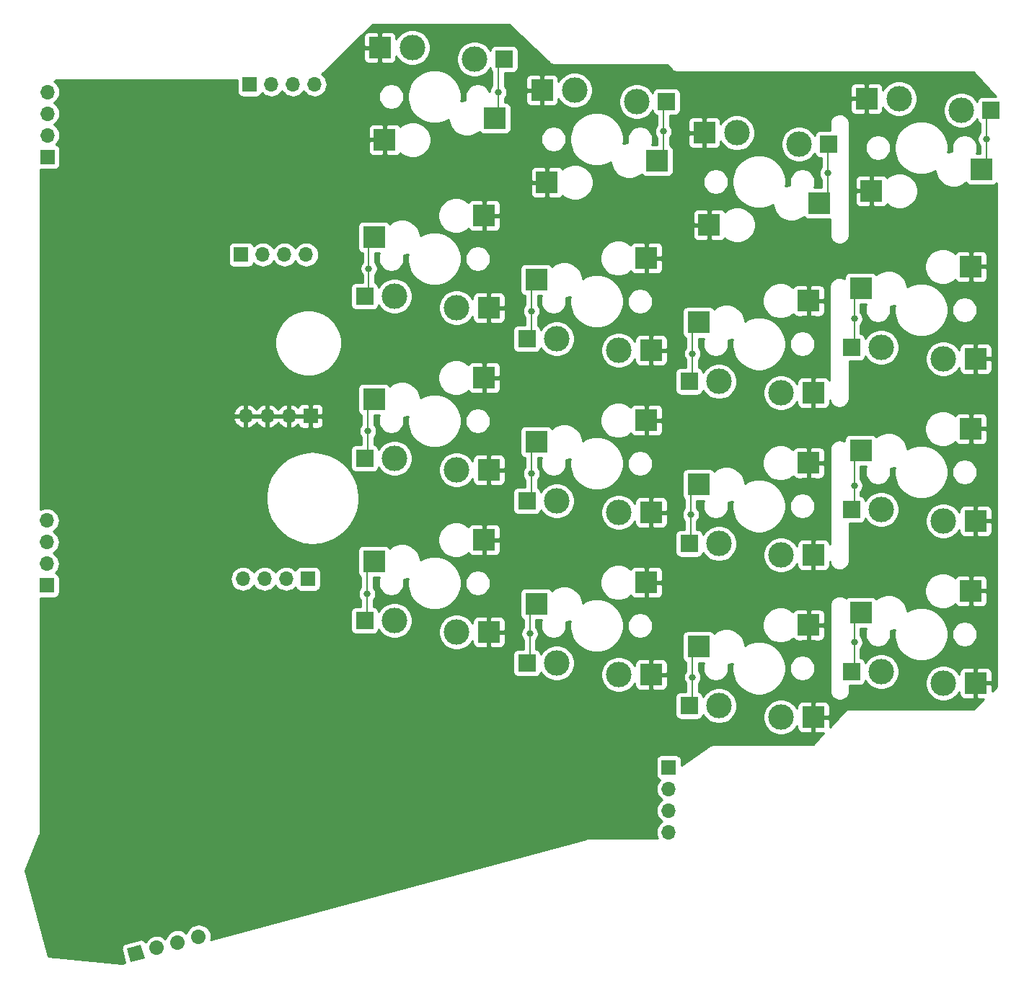
<source format=gbr>
G04 #@! TF.GenerationSoftware,KiCad,Pcbnew,(5.1.4)-1*
G04 #@! TF.CreationDate,2023-09-09T05:25:46-04:00*
G04 #@! TF.ProjectId,ThumbsUp,5468756d-6273-4557-902e-6b696361645f,rev?*
G04 #@! TF.SameCoordinates,Original*
G04 #@! TF.FileFunction,Copper,L2,Bot*
G04 #@! TF.FilePolarity,Positive*
%FSLAX46Y46*%
G04 Gerber Fmt 4.6, Leading zero omitted, Abs format (unit mm)*
G04 Created by KiCad (PCBNEW (5.1.4)-1) date 2023-09-09 05:25:46*
%MOMM*%
%LPD*%
G04 APERTURE LIST*
%ADD10O,1.700000X1.700000*%
%ADD11R,1.700000X1.700000*%
%ADD12C,1.700000*%
%ADD13C,1.700000*%
%ADD14C,0.100000*%
%ADD15R,2.550000X2.500000*%
%ADD16R,2.000000X2.000000*%
%ADD17C,3.000000*%
%ADD18C,0.800000*%
%ADD19C,0.200000*%
%ADD20C,0.254000*%
G04 APERTURE END LIST*
D10*
X175936722Y-556457847D03*
X178476722Y-556457847D03*
X181016722Y-556457847D03*
D11*
X183556722Y-556457847D03*
D10*
X176239012Y-537342011D03*
X178779012Y-537342011D03*
X181319012Y-537342011D03*
D11*
X183859012Y-537342011D03*
D10*
X225912025Y-586230322D03*
X225912025Y-583690322D03*
X225912025Y-581150322D03*
D11*
X225912025Y-578610322D03*
D10*
X152958726Y-499260794D03*
X152958726Y-501800794D03*
X152958726Y-504340794D03*
D11*
X152958726Y-506880794D03*
D12*
X170712025Y-598510322D03*
D13*
X170712025Y-598510322D02*
X170712025Y-598510322D01*
D12*
X168258573Y-599167722D03*
D13*
X168258573Y-599167722D02*
X168258573Y-599167722D01*
D12*
X165805122Y-599825123D03*
D13*
X165805122Y-599825123D02*
X165805122Y-599825123D01*
D12*
X163351670Y-600482523D03*
D14*
G36*
X164392703Y-601083564D02*
G01*
X162750629Y-601523556D01*
X162310637Y-599881482D01*
X163952711Y-599441490D01*
X164392703Y-601083564D01*
X164392703Y-601083564D01*
G37*
D10*
X152912019Y-549610280D03*
X152912019Y-552150280D03*
X152912019Y-554690280D03*
D11*
X152912019Y-557230280D03*
D10*
X183332025Y-518360322D03*
X180792025Y-518360322D03*
X178252025Y-518360322D03*
D11*
X175712025Y-518360322D03*
D10*
X184332025Y-498360322D03*
X181792025Y-498360322D03*
X179252025Y-498360322D03*
D11*
X176712025Y-498360322D03*
D15*
X242912025Y-572710323D03*
D16*
X228312025Y-571360323D03*
D17*
X231812025Y-571360323D03*
X239112025Y-572710323D03*
D15*
X242354025Y-561880323D03*
X229427025Y-564420323D03*
X192012025Y-494050000D03*
D16*
X206612025Y-495400000D03*
D17*
X203112025Y-495400000D03*
X195812025Y-494050000D03*
D15*
X192570025Y-504880000D03*
X205497025Y-502340000D03*
X230112025Y-504050000D03*
D16*
X244712025Y-505400000D03*
D17*
X241212025Y-505400000D03*
X233912025Y-504050000D03*
D15*
X230670025Y-514880000D03*
X243597025Y-512340000D03*
X223862025Y-548660322D03*
D16*
X209262025Y-547310322D03*
D17*
X212762025Y-547310322D03*
X220062025Y-548660322D03*
D15*
X223304025Y-537830322D03*
X210377025Y-540370322D03*
X223862025Y-529610323D03*
D16*
X209262025Y-528260323D03*
D17*
X212762025Y-528260323D03*
X220062025Y-529610323D03*
D15*
X223304025Y-518780323D03*
X210377025Y-521320323D03*
X249162025Y-500050000D03*
D16*
X263762025Y-501400000D03*
D17*
X260262025Y-501400000D03*
X252962025Y-500050000D03*
D15*
X249720025Y-510880000D03*
X262647025Y-508340000D03*
X242912025Y-534610322D03*
D16*
X228312025Y-533260322D03*
D17*
X231812025Y-533260322D03*
X239112025Y-534610322D03*
D15*
X242354025Y-523780322D03*
X229427025Y-526320322D03*
X204812025Y-524610322D03*
D16*
X190212025Y-523260322D03*
D17*
X193712025Y-523260322D03*
X201012025Y-524610322D03*
D15*
X204254025Y-513780322D03*
X191327025Y-516320322D03*
X204812025Y-562710322D03*
D16*
X190212025Y-561360322D03*
D17*
X193712025Y-561360322D03*
X201012025Y-562710322D03*
D15*
X204254025Y-551880322D03*
X191327025Y-554420322D03*
X223862025Y-567710322D03*
D16*
X209262025Y-566360322D03*
D17*
X212762025Y-566360322D03*
X220062025Y-567710322D03*
D15*
X223304025Y-556880322D03*
X210377025Y-559420322D03*
X261962025Y-530610322D03*
D16*
X247362025Y-529260322D03*
D17*
X250862025Y-529260322D03*
X258162025Y-530610322D03*
D15*
X261404025Y-519780322D03*
X248477025Y-522320322D03*
X261962024Y-549660322D03*
D16*
X247362024Y-548310322D03*
D17*
X250862024Y-548310322D03*
X258162024Y-549660322D03*
D15*
X261404024Y-538830322D03*
X248477024Y-541370322D03*
X204812025Y-543660323D03*
D16*
X190212025Y-542310323D03*
D17*
X193712025Y-542310323D03*
X201012025Y-543660323D03*
D15*
X204254025Y-532830323D03*
X191327025Y-535370323D03*
X261962025Y-568710322D03*
D16*
X247362025Y-567360322D03*
D17*
X250862025Y-567360322D03*
X258162025Y-568710322D03*
D15*
X261404025Y-557880322D03*
X248477025Y-560420322D03*
X242912026Y-553660322D03*
D16*
X228312026Y-552310322D03*
D17*
X231812026Y-552310322D03*
X239112026Y-553660322D03*
D15*
X242354026Y-542830322D03*
X229427026Y-545370322D03*
X211062025Y-499050000D03*
D16*
X225662025Y-500400000D03*
D17*
X222162025Y-500400000D03*
X214862025Y-499050000D03*
D15*
X211620025Y-509880000D03*
X224547025Y-507340000D03*
D18*
X247700000Y-545500000D03*
X228500000Y-548900000D03*
X209800000Y-544100000D03*
X190600000Y-539100000D03*
X205900000Y-499300000D03*
X225300000Y-503900000D03*
X244600000Y-508800000D03*
X263200000Y-504800000D03*
X190500000Y-558200000D03*
X209600000Y-562900000D03*
X228700000Y-568000000D03*
X247700000Y-563900000D03*
X247700000Y-525900000D03*
X228700000Y-530000000D03*
X209800000Y-525000000D03*
X190700000Y-520000000D03*
D19*
X247700000Y-545500000D02*
X247700000Y-547972346D01*
X247700000Y-547972346D02*
X247362024Y-548310322D01*
X247700000Y-542147346D02*
X248477024Y-541370322D01*
X247700000Y-545500000D02*
X247700000Y-542147346D01*
X228500000Y-548900000D02*
X228500000Y-546297348D01*
X228500000Y-546297348D02*
X229427026Y-545370322D01*
X228500000Y-552122348D02*
X228312026Y-552310322D01*
X228500000Y-548900000D02*
X228500000Y-552122348D01*
X209800000Y-546772347D02*
X209262025Y-547310322D01*
X209800000Y-544100000D02*
X209800000Y-546772347D01*
X209800000Y-544100000D02*
X209800000Y-540947347D01*
X209800000Y-540947347D02*
X210377025Y-540370322D01*
X190600000Y-541922348D02*
X190212025Y-542310323D01*
X190600000Y-539100000D02*
X190600000Y-541922348D01*
X190600000Y-539100000D02*
X190600000Y-536097348D01*
X190600000Y-536097348D02*
X191327025Y-535370323D01*
X205900000Y-501937025D02*
X205497025Y-502340000D01*
X205900000Y-499300000D02*
X205900000Y-501937025D01*
X205900000Y-499300000D02*
X205900000Y-496112025D01*
X205900000Y-496112025D02*
X206612025Y-495400000D01*
X225300000Y-503900000D02*
X225300000Y-506587025D01*
X225300000Y-506587025D02*
X224547025Y-507340000D01*
X225300000Y-500762025D02*
X225662025Y-500400000D01*
X225300000Y-503900000D02*
X225300000Y-500762025D01*
X244600000Y-508800000D02*
X244600000Y-505512025D01*
X244600000Y-505512025D02*
X244712025Y-505400000D01*
X244600000Y-511337025D02*
X243597025Y-512340000D01*
X244600000Y-508800000D02*
X244600000Y-511337025D01*
X263200000Y-501962025D02*
X263762025Y-501400000D01*
X263200000Y-504800000D02*
X263200000Y-501962025D01*
X263200000Y-507787025D02*
X262647025Y-508340000D01*
X263200000Y-504800000D02*
X263200000Y-507787025D01*
X190500000Y-558200000D02*
X190500000Y-561072347D01*
X190500000Y-561072347D02*
X190212025Y-561360322D01*
X190500000Y-558200000D02*
X190500000Y-555247347D01*
X190500000Y-555247347D02*
X191327025Y-554420322D01*
X209600000Y-562900000D02*
X209600000Y-566022347D01*
X209600000Y-566022347D02*
X209262025Y-566360322D01*
X209600000Y-562900000D02*
X209600000Y-560197347D01*
X209600000Y-560197347D02*
X210377025Y-559420322D01*
X228700000Y-565147348D02*
X229427025Y-564420323D01*
X228700000Y-568000000D02*
X228700000Y-565147348D01*
X228700000Y-570972348D02*
X228312025Y-571360323D01*
X228700000Y-568000000D02*
X228700000Y-570972348D01*
X247700000Y-567022347D02*
X247362025Y-567360322D01*
X247700000Y-563900000D02*
X247700000Y-567022347D01*
X247700000Y-561197347D02*
X248477025Y-560420322D01*
X247700000Y-563900000D02*
X247700000Y-561197347D01*
X247700000Y-525900000D02*
X247700000Y-523097347D01*
X247700000Y-523097347D02*
X248477025Y-522320322D01*
X247700000Y-525900000D02*
X247700000Y-528922347D01*
X247700000Y-528922347D02*
X247362025Y-529260322D01*
X228700000Y-527047347D02*
X229427025Y-526320322D01*
X228700000Y-530000000D02*
X228700000Y-527047347D01*
X228700000Y-530000000D02*
X228700000Y-532872347D01*
X228700000Y-532872347D02*
X228312025Y-533260322D01*
X209800000Y-525000000D02*
X209800000Y-521897348D01*
X209800000Y-521897348D02*
X210377025Y-521320323D01*
X209800000Y-527722348D02*
X209262025Y-528260323D01*
X209800000Y-525000000D02*
X209800000Y-527722348D01*
X190700000Y-520000000D02*
X190700000Y-516947347D01*
X190700000Y-516947347D02*
X191327025Y-516320322D01*
X190700000Y-522772347D02*
X190212025Y-523260322D01*
X190700000Y-520000000D02*
X190700000Y-522772347D01*
D20*
G36*
X211923827Y-495862165D02*
G01*
X211940287Y-495882222D01*
X211970582Y-495907084D01*
X211975360Y-495911675D01*
X211995659Y-495927665D01*
X212040785Y-495964699D01*
X212046660Y-495967839D01*
X212051899Y-495971966D01*
X212103960Y-495998467D01*
X212155442Y-496025984D01*
X212161820Y-496027919D01*
X212167761Y-496030943D01*
X212223973Y-496046773D01*
X212279852Y-496063724D01*
X212286486Y-496064377D01*
X212292901Y-496066184D01*
X212351096Y-496070741D01*
X212376816Y-496073274D01*
X212383447Y-496073274D01*
X212422513Y-496076333D01*
X212448274Y-496073274D01*
X225685856Y-496073274D01*
X226319624Y-496707043D01*
X226340288Y-496732222D01*
X226365467Y-496752886D01*
X226365469Y-496752888D01*
X226440786Y-496814699D01*
X226555443Y-496875984D01*
X226679853Y-496913724D01*
X226776817Y-496923274D01*
X226776824Y-496923274D01*
X226809236Y-496926466D01*
X226841648Y-496923274D01*
X261718196Y-496923274D01*
X264310960Y-499761928D01*
X262762025Y-499761928D01*
X262637543Y-499774188D01*
X262517845Y-499810498D01*
X262407531Y-499869463D01*
X262310840Y-499948815D01*
X262231488Y-500045506D01*
X262172523Y-500155820D01*
X262136213Y-500275518D01*
X262128788Y-500350910D01*
X261920388Y-500039017D01*
X261623008Y-499741637D01*
X261273327Y-499507988D01*
X260884781Y-499347047D01*
X260472304Y-499265000D01*
X260051746Y-499265000D01*
X259639269Y-499347047D01*
X259250723Y-499507988D01*
X258901042Y-499741637D01*
X258603662Y-500039017D01*
X258370013Y-500388698D01*
X258209072Y-500777244D01*
X258127025Y-501189721D01*
X258127025Y-501610279D01*
X258209072Y-502022756D01*
X258370013Y-502411302D01*
X258603662Y-502760983D01*
X258901042Y-503058363D01*
X259250723Y-503292012D01*
X259639269Y-503452953D01*
X260051746Y-503535000D01*
X260472304Y-503535000D01*
X260884781Y-503452953D01*
X261273327Y-503292012D01*
X261623008Y-503058363D01*
X261920388Y-502760983D01*
X262128788Y-502449090D01*
X262136213Y-502524482D01*
X262172523Y-502644180D01*
X262231488Y-502754494D01*
X262310840Y-502851185D01*
X262407531Y-502930537D01*
X262465001Y-502961256D01*
X262465000Y-504071289D01*
X262396063Y-504140226D01*
X262282795Y-504309744D01*
X262204774Y-504498102D01*
X262165000Y-504698061D01*
X262165000Y-504901939D01*
X262204774Y-505101898D01*
X262282795Y-505290256D01*
X262396063Y-505459774D01*
X262465000Y-505528711D01*
X262465001Y-506451928D01*
X262006399Y-506451928D01*
X262093996Y-506240451D01*
X262152025Y-505948722D01*
X262152025Y-505651278D01*
X262093996Y-505359549D01*
X261980169Y-505084747D01*
X261814918Y-504837431D01*
X261604594Y-504627107D01*
X261357278Y-504461856D01*
X261082476Y-504348029D01*
X260790747Y-504290000D01*
X260493303Y-504290000D01*
X260201574Y-504348029D01*
X259926772Y-504461856D01*
X259679456Y-504627107D01*
X259469132Y-504837431D01*
X259303881Y-505084747D01*
X259190054Y-505359549D01*
X259132025Y-505651278D01*
X259132025Y-505948722D01*
X259183002Y-506205000D01*
X259161746Y-506205000D01*
X258749269Y-506287047D01*
X258681467Y-506315131D01*
X258722025Y-506111233D01*
X258722025Y-505488767D01*
X258600588Y-504878262D01*
X258362381Y-504303179D01*
X258016557Y-503785617D01*
X257576408Y-503345468D01*
X257058846Y-502999644D01*
X256483763Y-502761437D01*
X255873258Y-502640000D01*
X255250792Y-502640000D01*
X254640287Y-502761437D01*
X254065204Y-502999644D01*
X253547642Y-503345468D01*
X253107493Y-503785617D01*
X252761669Y-504303179D01*
X252523462Y-504878262D01*
X252402025Y-505488767D01*
X252402025Y-506111233D01*
X252523462Y-506721738D01*
X252761669Y-507296821D01*
X253107493Y-507814383D01*
X253547642Y-508254532D01*
X254065204Y-508600356D01*
X254640287Y-508838563D01*
X255250792Y-508960000D01*
X255873258Y-508960000D01*
X256483763Y-508838563D01*
X257058846Y-508600356D01*
X257237025Y-508481301D01*
X257237025Y-508550279D01*
X257319072Y-508962756D01*
X257480013Y-509351302D01*
X257713662Y-509700983D01*
X258011042Y-509998363D01*
X258360723Y-510232012D01*
X258749269Y-510392953D01*
X259161746Y-510475000D01*
X259582304Y-510475000D01*
X259994781Y-510392953D01*
X260383327Y-510232012D01*
X260733008Y-509998363D01*
X260822465Y-509908906D01*
X260841488Y-509944494D01*
X260920840Y-510041185D01*
X261017531Y-510120537D01*
X261127845Y-510179502D01*
X261247543Y-510215812D01*
X261372025Y-510228072D01*
X263922025Y-510228072D01*
X264046507Y-510215812D01*
X264166205Y-510179502D01*
X264276519Y-510120537D01*
X264373210Y-510041185D01*
X264452025Y-509945148D01*
X264452026Y-569130582D01*
X263874235Y-569689734D01*
X263872025Y-568996072D01*
X263713275Y-568837322D01*
X262089025Y-568837322D01*
X262089025Y-570436572D01*
X262247775Y-570595322D01*
X262936251Y-570597460D01*
X261744960Y-571750322D01*
X249144454Y-571750324D01*
X249144444Y-571750323D01*
X247279606Y-571750323D01*
X247279601Y-571750324D01*
X247136277Y-571750322D01*
X247095655Y-571747332D01*
X247039234Y-571754299D01*
X246982646Y-571759872D01*
X246974785Y-571762257D01*
X246966626Y-571763264D01*
X246912613Y-571781116D01*
X246858236Y-571797611D01*
X246850993Y-571801482D01*
X246843185Y-571804063D01*
X246793690Y-571832111D01*
X246743578Y-571858896D01*
X246737229Y-571864107D01*
X246730076Y-571868160D01*
X246687006Y-571905323D01*
X246643080Y-571941372D01*
X246617243Y-571972854D01*
X244824765Y-573856091D01*
X244822025Y-572996073D01*
X244663275Y-572837323D01*
X243039025Y-572837323D01*
X243039025Y-574436573D01*
X243197775Y-574595323D01*
X244118437Y-574598182D01*
X242879051Y-575900322D01*
X231240055Y-575900322D01*
X231203245Y-575897188D01*
X231143062Y-575903921D01*
X231082642Y-575909872D01*
X231078417Y-575911154D01*
X231074043Y-575911643D01*
X231016288Y-575930001D01*
X230958232Y-575947612D01*
X230954346Y-575949689D01*
X230950143Y-575951025D01*
X230897062Y-575980308D01*
X230843575Y-576008897D01*
X230815007Y-576032343D01*
X227400097Y-578380093D01*
X227400097Y-577760322D01*
X227387837Y-577635840D01*
X227351527Y-577516142D01*
X227292562Y-577405828D01*
X227213210Y-577309137D01*
X227116519Y-577229785D01*
X227006205Y-577170820D01*
X226886507Y-577134510D01*
X226762025Y-577122250D01*
X225062025Y-577122250D01*
X224937543Y-577134510D01*
X224817845Y-577170820D01*
X224707531Y-577229785D01*
X224610840Y-577309137D01*
X224531488Y-577405828D01*
X224472523Y-577516142D01*
X224436213Y-577635840D01*
X224423953Y-577760322D01*
X224423953Y-579460322D01*
X224436213Y-579584804D01*
X224472523Y-579704502D01*
X224531488Y-579814816D01*
X224610840Y-579911507D01*
X224707531Y-579990859D01*
X224817845Y-580049824D01*
X224886712Y-580070715D01*
X224856891Y-580095188D01*
X224671319Y-580321308D01*
X224533426Y-580579288D01*
X224448512Y-580859211D01*
X224419840Y-581150322D01*
X224448512Y-581441433D01*
X224533426Y-581721356D01*
X224671319Y-581979336D01*
X224856891Y-582205456D01*
X225083011Y-582391028D01*
X225137816Y-582420322D01*
X225083011Y-582449616D01*
X224856891Y-582635188D01*
X224671319Y-582861308D01*
X224533426Y-583119288D01*
X224448512Y-583399211D01*
X224419840Y-583690322D01*
X224448512Y-583981433D01*
X224533426Y-584261356D01*
X224671319Y-584519336D01*
X224856891Y-584745456D01*
X225083011Y-584931028D01*
X225137816Y-584960322D01*
X225083011Y-584989616D01*
X224856891Y-585175188D01*
X224671319Y-585401308D01*
X224533426Y-585659288D01*
X224448512Y-585939211D01*
X224419840Y-586230322D01*
X224448512Y-586521433D01*
X224533426Y-586801356D01*
X224613051Y-586950324D01*
X216644440Y-586950322D01*
X216579602Y-586950322D01*
X216422446Y-586950324D01*
X216367897Y-586948600D01*
X216325453Y-586955657D01*
X216282639Y-586959874D01*
X216230434Y-586975711D01*
X172164792Y-598836857D01*
X172175538Y-598801433D01*
X172204210Y-598510322D01*
X172175538Y-598219211D01*
X172090624Y-597939288D01*
X171952731Y-597681308D01*
X171767159Y-597455188D01*
X171541039Y-597269616D01*
X171283059Y-597131723D01*
X171003136Y-597046809D01*
X170784975Y-597025322D01*
X170639075Y-597025322D01*
X170420914Y-597046809D01*
X170140991Y-597131723D01*
X169883011Y-597269616D01*
X169656891Y-597455188D01*
X169471319Y-597681308D01*
X169333426Y-597939288D01*
X169287404Y-598091002D01*
X169087587Y-597927016D01*
X168829607Y-597789123D01*
X168549684Y-597704209D01*
X168331523Y-597682722D01*
X168185623Y-597682722D01*
X167967462Y-597704209D01*
X167687539Y-597789123D01*
X167429559Y-597927016D01*
X167203439Y-598112588D01*
X167017867Y-598338708D01*
X166879974Y-598596688D01*
X166833952Y-598748402D01*
X166634136Y-598584417D01*
X166376156Y-598446524D01*
X166096233Y-598361610D01*
X165878072Y-598340123D01*
X165732172Y-598340123D01*
X165514011Y-598361610D01*
X165234088Y-598446524D01*
X164976108Y-598584417D01*
X164749988Y-598769989D01*
X164564416Y-598996109D01*
X164499286Y-599117958D01*
X164458928Y-599053056D01*
X164373421Y-598961762D01*
X164271747Y-598888904D01*
X164157813Y-598837280D01*
X164035996Y-598808877D01*
X163910979Y-598804784D01*
X163787566Y-598825160D01*
X162145492Y-599265152D01*
X162028425Y-599309213D01*
X161922203Y-599375265D01*
X161830909Y-599460772D01*
X161758051Y-599562446D01*
X161706427Y-599676380D01*
X161678024Y-599798197D01*
X161673931Y-599923214D01*
X161694307Y-600046627D01*
X162096327Y-601546986D01*
X161747094Y-601640989D01*
X153101405Y-600832288D01*
X150398979Y-590727481D01*
X152101178Y-586514391D01*
X152115143Y-586488278D01*
X152125466Y-586454276D01*
X152126575Y-586451531D01*
X152134880Y-586423268D01*
X152152911Y-586363877D01*
X152153204Y-586360909D01*
X152154044Y-586358050D01*
X152159587Y-586296245D01*
X152162482Y-586266915D01*
X152162483Y-586263956D01*
X152165657Y-586228561D01*
X152162497Y-586199114D01*
X152166034Y-570360323D01*
X226673953Y-570360323D01*
X226673953Y-572360323D01*
X226686213Y-572484805D01*
X226722523Y-572604503D01*
X226781488Y-572714817D01*
X226860840Y-572811508D01*
X226957531Y-572890860D01*
X227067845Y-572949825D01*
X227187543Y-572986135D01*
X227312025Y-572998395D01*
X229312025Y-572998395D01*
X229436507Y-572986135D01*
X229556205Y-572949825D01*
X229666519Y-572890860D01*
X229763210Y-572811508D01*
X229842562Y-572714817D01*
X229901527Y-572604503D01*
X229937837Y-572484805D01*
X229945262Y-572409413D01*
X230153662Y-572721306D01*
X230451042Y-573018686D01*
X230800723Y-573252335D01*
X231189269Y-573413276D01*
X231601746Y-573495323D01*
X232022304Y-573495323D01*
X232434781Y-573413276D01*
X232823327Y-573252335D01*
X233173008Y-573018686D01*
X233470388Y-572721306D01*
X233618230Y-572500044D01*
X236977025Y-572500044D01*
X236977025Y-572920602D01*
X237059072Y-573333079D01*
X237220013Y-573721625D01*
X237453662Y-574071306D01*
X237751042Y-574368686D01*
X238100723Y-574602335D01*
X238489269Y-574763276D01*
X238901746Y-574845323D01*
X239322304Y-574845323D01*
X239734781Y-574763276D01*
X240123327Y-574602335D01*
X240473008Y-574368686D01*
X240770388Y-574071306D01*
X240999693Y-573728127D01*
X240998953Y-573960323D01*
X241011213Y-574084805D01*
X241047523Y-574204503D01*
X241106488Y-574314817D01*
X241185840Y-574411508D01*
X241282531Y-574490860D01*
X241392845Y-574549825D01*
X241512543Y-574586135D01*
X241637025Y-574598395D01*
X242626275Y-574595323D01*
X242785025Y-574436573D01*
X242785025Y-572837323D01*
X242765025Y-572837323D01*
X242765025Y-572583323D01*
X242785025Y-572583323D01*
X242785025Y-570984073D01*
X243039025Y-570984073D01*
X243039025Y-572583323D01*
X244663275Y-572583323D01*
X244822025Y-572424573D01*
X244825097Y-571460323D01*
X244812837Y-571335841D01*
X244776527Y-571216143D01*
X244717562Y-571105829D01*
X244638210Y-571009138D01*
X244541519Y-570929786D01*
X244431205Y-570870821D01*
X244311507Y-570834511D01*
X244187025Y-570822251D01*
X243197775Y-570825323D01*
X243039025Y-570984073D01*
X242785025Y-570984073D01*
X242626275Y-570825323D01*
X241637025Y-570822251D01*
X241512543Y-570834511D01*
X241392845Y-570870821D01*
X241282531Y-570929786D01*
X241185840Y-571009138D01*
X241106488Y-571105829D01*
X241047523Y-571216143D01*
X241011213Y-571335841D01*
X240998953Y-571460323D01*
X240999693Y-571692519D01*
X240770388Y-571349340D01*
X240473008Y-571051960D01*
X240123327Y-570818311D01*
X239734781Y-570657370D01*
X239322304Y-570575323D01*
X238901746Y-570575323D01*
X238489269Y-570657370D01*
X238100723Y-570818311D01*
X237751042Y-571051960D01*
X237453662Y-571349340D01*
X237220013Y-571699021D01*
X237059072Y-572087567D01*
X236977025Y-572500044D01*
X233618230Y-572500044D01*
X233704037Y-572371625D01*
X233864978Y-571983079D01*
X233947025Y-571570602D01*
X233947025Y-571150044D01*
X233864978Y-570737567D01*
X233704037Y-570349021D01*
X233470388Y-569999340D01*
X233173008Y-569701960D01*
X232823327Y-569468311D01*
X232434781Y-569307370D01*
X232022304Y-569225323D01*
X231601746Y-569225323D01*
X231189269Y-569307370D01*
X230800723Y-569468311D01*
X230451042Y-569701960D01*
X230153662Y-569999340D01*
X229945262Y-570311233D01*
X229937837Y-570235841D01*
X229901527Y-570116143D01*
X229842562Y-570005829D01*
X229763210Y-569909138D01*
X229666519Y-569829786D01*
X229556205Y-569770821D01*
X229436507Y-569734511D01*
X229435000Y-569734363D01*
X229435000Y-568728711D01*
X229503937Y-568659774D01*
X229617205Y-568490256D01*
X229695226Y-568301898D01*
X229735000Y-568101939D01*
X229735000Y-567898061D01*
X229695226Y-567698102D01*
X229617205Y-567509744D01*
X229503937Y-567340226D01*
X229435000Y-567271289D01*
X229435000Y-566308395D01*
X230067651Y-566308395D01*
X229980054Y-566519872D01*
X229922025Y-566811601D01*
X229922025Y-567109045D01*
X229980054Y-567400774D01*
X230093881Y-567675576D01*
X230259132Y-567922892D01*
X230469456Y-568133216D01*
X230716772Y-568298467D01*
X230991574Y-568412294D01*
X231283303Y-568470323D01*
X231580747Y-568470323D01*
X231872476Y-568412294D01*
X232147278Y-568298467D01*
X232394594Y-568133216D01*
X232604918Y-567922892D01*
X232770169Y-567675576D01*
X232883996Y-567400774D01*
X232942025Y-567109045D01*
X232942025Y-566811601D01*
X232891048Y-566555323D01*
X232912304Y-566555323D01*
X233324781Y-566473276D01*
X233392583Y-566445192D01*
X233352025Y-566649090D01*
X233352025Y-567271556D01*
X233473462Y-567882061D01*
X233711669Y-568457144D01*
X234057493Y-568974706D01*
X234497642Y-569414855D01*
X235015204Y-569760679D01*
X235590287Y-569998886D01*
X236200792Y-570120323D01*
X236823258Y-570120323D01*
X237433763Y-569998886D01*
X238008846Y-569760679D01*
X238526408Y-569414855D01*
X238966557Y-568974706D01*
X239312381Y-568457144D01*
X239550588Y-567882061D01*
X239672025Y-567271556D01*
X239672025Y-566811601D01*
X240082025Y-566811601D01*
X240082025Y-567109045D01*
X240140054Y-567400774D01*
X240253881Y-567675576D01*
X240419132Y-567922892D01*
X240629456Y-568133216D01*
X240876772Y-568298467D01*
X241151574Y-568412294D01*
X241443303Y-568470323D01*
X241740747Y-568470323D01*
X242032476Y-568412294D01*
X242307278Y-568298467D01*
X242554594Y-568133216D01*
X242764918Y-567922892D01*
X242930169Y-567675576D01*
X243043996Y-567400774D01*
X243102025Y-567109045D01*
X243102025Y-566811601D01*
X243043996Y-566519872D01*
X242930169Y-566245070D01*
X242764918Y-565997754D01*
X242554594Y-565787430D01*
X242307278Y-565622179D01*
X242032476Y-565508352D01*
X241740747Y-565450323D01*
X241443303Y-565450323D01*
X241151574Y-565508352D01*
X240876772Y-565622179D01*
X240629456Y-565787430D01*
X240419132Y-565997754D01*
X240253881Y-566245070D01*
X240140054Y-566519872D01*
X240082025Y-566811601D01*
X239672025Y-566811601D01*
X239672025Y-566649090D01*
X239550588Y-566038585D01*
X239312381Y-565463502D01*
X238966557Y-564945940D01*
X238526408Y-564505791D01*
X238008846Y-564159967D01*
X237433763Y-563921760D01*
X236823258Y-563800323D01*
X236200792Y-563800323D01*
X235590287Y-563921760D01*
X235015204Y-564159967D01*
X234837025Y-564279022D01*
X234837025Y-564210044D01*
X234754978Y-563797567D01*
X234594037Y-563409021D01*
X234360388Y-563059340D01*
X234063008Y-562761960D01*
X233713327Y-562528311D01*
X233324781Y-562367370D01*
X232912304Y-562285323D01*
X232491746Y-562285323D01*
X232079269Y-562367370D01*
X231690723Y-562528311D01*
X231341042Y-562761960D01*
X231251585Y-562851417D01*
X231232562Y-562815829D01*
X231153210Y-562719138D01*
X231056519Y-562639786D01*
X230946205Y-562580821D01*
X230826507Y-562544511D01*
X230702025Y-562532251D01*
X228152025Y-562532251D01*
X228027543Y-562544511D01*
X227907845Y-562580821D01*
X227797531Y-562639786D01*
X227700840Y-562719138D01*
X227621488Y-562815829D01*
X227562523Y-562926143D01*
X227526213Y-563045841D01*
X227513953Y-563170323D01*
X227513953Y-565670323D01*
X227526213Y-565794805D01*
X227562523Y-565914503D01*
X227621488Y-566024817D01*
X227700840Y-566121508D01*
X227797531Y-566200860D01*
X227907845Y-566259825D01*
X227965001Y-566277163D01*
X227965000Y-567271289D01*
X227896063Y-567340226D01*
X227782795Y-567509744D01*
X227704774Y-567698102D01*
X227665000Y-567898061D01*
X227665000Y-568101939D01*
X227704774Y-568301898D01*
X227782795Y-568490256D01*
X227896063Y-568659774D01*
X227965000Y-568728711D01*
X227965001Y-569722251D01*
X227312025Y-569722251D01*
X227187543Y-569734511D01*
X227067845Y-569770821D01*
X226957531Y-569829786D01*
X226860840Y-569909138D01*
X226781488Y-570005829D01*
X226722523Y-570116143D01*
X226686213Y-570235841D01*
X226673953Y-570360323D01*
X152166034Y-570360323D01*
X152167151Y-565360322D01*
X207623953Y-565360322D01*
X207623953Y-567360322D01*
X207636213Y-567484804D01*
X207672523Y-567604502D01*
X207731488Y-567714816D01*
X207810840Y-567811507D01*
X207907531Y-567890859D01*
X208017845Y-567949824D01*
X208137543Y-567986134D01*
X208262025Y-567998394D01*
X210262025Y-567998394D01*
X210386507Y-567986134D01*
X210506205Y-567949824D01*
X210616519Y-567890859D01*
X210713210Y-567811507D01*
X210792562Y-567714816D01*
X210851527Y-567604502D01*
X210887837Y-567484804D01*
X210895262Y-567409412D01*
X211103662Y-567721305D01*
X211401042Y-568018685D01*
X211750723Y-568252334D01*
X212139269Y-568413275D01*
X212551746Y-568495322D01*
X212972304Y-568495322D01*
X213384781Y-568413275D01*
X213773327Y-568252334D01*
X214123008Y-568018685D01*
X214420388Y-567721305D01*
X214568230Y-567500043D01*
X217927025Y-567500043D01*
X217927025Y-567920601D01*
X218009072Y-568333078D01*
X218170013Y-568721624D01*
X218403662Y-569071305D01*
X218701042Y-569368685D01*
X219050723Y-569602334D01*
X219439269Y-569763275D01*
X219851746Y-569845322D01*
X220272304Y-569845322D01*
X220684781Y-569763275D01*
X221073327Y-569602334D01*
X221423008Y-569368685D01*
X221720388Y-569071305D01*
X221949693Y-568728126D01*
X221948953Y-568960322D01*
X221961213Y-569084804D01*
X221997523Y-569204502D01*
X222056488Y-569314816D01*
X222135840Y-569411507D01*
X222232531Y-569490859D01*
X222342845Y-569549824D01*
X222462543Y-569586134D01*
X222587025Y-569598394D01*
X223576275Y-569595322D01*
X223735025Y-569436572D01*
X223735025Y-567837322D01*
X223989025Y-567837322D01*
X223989025Y-569436572D01*
X224147775Y-569595322D01*
X225137025Y-569598394D01*
X225261507Y-569586134D01*
X225381205Y-569549824D01*
X225491519Y-569490859D01*
X225588210Y-569411507D01*
X225667562Y-569314816D01*
X225726527Y-569204502D01*
X225762837Y-569084804D01*
X225775097Y-568960322D01*
X225772025Y-567996072D01*
X225613275Y-567837322D01*
X223989025Y-567837322D01*
X223735025Y-567837322D01*
X223715025Y-567837322D01*
X223715025Y-567583322D01*
X223735025Y-567583322D01*
X223735025Y-565984072D01*
X223989025Y-565984072D01*
X223989025Y-567583322D01*
X225613275Y-567583322D01*
X225772025Y-567424572D01*
X225775097Y-566460322D01*
X225762837Y-566335840D01*
X225726527Y-566216142D01*
X225667562Y-566105828D01*
X225588210Y-566009137D01*
X225491519Y-565929785D01*
X225381205Y-565870820D01*
X225261507Y-565834510D01*
X225137025Y-565822250D01*
X224147775Y-565825322D01*
X223989025Y-565984072D01*
X223735025Y-565984072D01*
X223576275Y-565825322D01*
X222587025Y-565822250D01*
X222462543Y-565834510D01*
X222342845Y-565870820D01*
X222232531Y-565929785D01*
X222135840Y-566009137D01*
X222056488Y-566105828D01*
X221997523Y-566216142D01*
X221961213Y-566335840D01*
X221948953Y-566460322D01*
X221949693Y-566692518D01*
X221720388Y-566349339D01*
X221423008Y-566051959D01*
X221073327Y-565818310D01*
X220684781Y-565657369D01*
X220272304Y-565575322D01*
X219851746Y-565575322D01*
X219439269Y-565657369D01*
X219050723Y-565818310D01*
X218701042Y-566051959D01*
X218403662Y-566349339D01*
X218170013Y-566699020D01*
X218009072Y-567087566D01*
X217927025Y-567500043D01*
X214568230Y-567500043D01*
X214654037Y-567371624D01*
X214814978Y-566983078D01*
X214897025Y-566570601D01*
X214897025Y-566150043D01*
X214814978Y-565737566D01*
X214654037Y-565349020D01*
X214420388Y-564999339D01*
X214123008Y-564701959D01*
X213773327Y-564468310D01*
X213384781Y-564307369D01*
X212972304Y-564225322D01*
X212551746Y-564225322D01*
X212139269Y-564307369D01*
X211750723Y-564468310D01*
X211401042Y-564701959D01*
X211103662Y-564999339D01*
X210895262Y-565311232D01*
X210887837Y-565235840D01*
X210851527Y-565116142D01*
X210792562Y-565005828D01*
X210713210Y-564909137D01*
X210616519Y-564829785D01*
X210506205Y-564770820D01*
X210386507Y-564734510D01*
X210335000Y-564729437D01*
X210335000Y-563628711D01*
X210403937Y-563559774D01*
X210517205Y-563390256D01*
X210595226Y-563201898D01*
X210635000Y-563001939D01*
X210635000Y-562798061D01*
X210595226Y-562598102D01*
X210517205Y-562409744D01*
X210403937Y-562240226D01*
X210335000Y-562171289D01*
X210335000Y-561308394D01*
X211017651Y-561308394D01*
X210930054Y-561519871D01*
X210872025Y-561811600D01*
X210872025Y-562109044D01*
X210930054Y-562400773D01*
X211043881Y-562675575D01*
X211209132Y-562922891D01*
X211419456Y-563133215D01*
X211666772Y-563298466D01*
X211941574Y-563412293D01*
X212233303Y-563470322D01*
X212530747Y-563470322D01*
X212822476Y-563412293D01*
X213097278Y-563298466D01*
X213344594Y-563133215D01*
X213554918Y-562922891D01*
X213720169Y-562675575D01*
X213833996Y-562400773D01*
X213892025Y-562109044D01*
X213892025Y-561811600D01*
X213841048Y-561555322D01*
X213862304Y-561555322D01*
X214274781Y-561473275D01*
X214342583Y-561445191D01*
X214302025Y-561649089D01*
X214302025Y-562271555D01*
X214423462Y-562882060D01*
X214661669Y-563457143D01*
X215007493Y-563974705D01*
X215447642Y-564414854D01*
X215965204Y-564760678D01*
X216540287Y-564998885D01*
X217150792Y-565120322D01*
X217773258Y-565120322D01*
X218383763Y-564998885D01*
X218958846Y-564760678D01*
X219476408Y-564414854D01*
X219916557Y-563974705D01*
X220262381Y-563457143D01*
X220500588Y-562882060D01*
X220622025Y-562271555D01*
X220622025Y-561811600D01*
X221032025Y-561811600D01*
X221032025Y-562109044D01*
X221090054Y-562400773D01*
X221203881Y-562675575D01*
X221369132Y-562922891D01*
X221579456Y-563133215D01*
X221826772Y-563298466D01*
X222101574Y-563412293D01*
X222393303Y-563470322D01*
X222690747Y-563470322D01*
X222982476Y-563412293D01*
X223257278Y-563298466D01*
X223504594Y-563133215D01*
X223714918Y-562922891D01*
X223880169Y-562675575D01*
X223993996Y-562400773D01*
X224052025Y-562109044D01*
X224052025Y-561811600D01*
X224023868Y-561670044D01*
X236917025Y-561670044D01*
X236917025Y-562090602D01*
X236999072Y-562503079D01*
X237160013Y-562891625D01*
X237393662Y-563241306D01*
X237691042Y-563538686D01*
X238040723Y-563772335D01*
X238429269Y-563933276D01*
X238841746Y-564015323D01*
X239262304Y-564015323D01*
X239674781Y-563933276D01*
X240063327Y-563772335D01*
X240413008Y-563538686D01*
X240520060Y-563431634D01*
X240548488Y-563484817D01*
X240627840Y-563581508D01*
X240724531Y-563660860D01*
X240834845Y-563719825D01*
X240954543Y-563756135D01*
X241079025Y-563768395D01*
X242068275Y-563765323D01*
X242227025Y-563606573D01*
X242227025Y-562007323D01*
X242481025Y-562007323D01*
X242481025Y-563606573D01*
X242639775Y-563765323D01*
X243629025Y-563768395D01*
X243753507Y-563756135D01*
X243873205Y-563719825D01*
X243983519Y-563660860D01*
X244080210Y-563581508D01*
X244159562Y-563484817D01*
X244218527Y-563374503D01*
X244254837Y-563254805D01*
X244267097Y-563130323D01*
X244264025Y-562166073D01*
X244105275Y-562007323D01*
X242481025Y-562007323D01*
X242227025Y-562007323D01*
X242207025Y-562007323D01*
X242207025Y-561753323D01*
X242227025Y-561753323D01*
X242227025Y-560154073D01*
X242481025Y-560154073D01*
X242481025Y-561753323D01*
X244105275Y-561753323D01*
X244264025Y-561594573D01*
X244267097Y-560630323D01*
X244254837Y-560505841D01*
X244218527Y-560386143D01*
X244159562Y-560275829D01*
X244080210Y-560179138D01*
X243983519Y-560099786D01*
X243873205Y-560040821D01*
X243753507Y-560004511D01*
X243629025Y-559992251D01*
X242639775Y-559995323D01*
X242481025Y-560154073D01*
X242227025Y-560154073D01*
X242068275Y-559995323D01*
X241079025Y-559992251D01*
X240954543Y-560004511D01*
X240834845Y-560040821D01*
X240724531Y-560099786D01*
X240627840Y-560179138D01*
X240548488Y-560275829D01*
X240520060Y-560329012D01*
X240413008Y-560221960D01*
X240063327Y-559988311D01*
X239674781Y-559827370D01*
X239262304Y-559745323D01*
X238841746Y-559745323D01*
X238429269Y-559827370D01*
X238040723Y-559988311D01*
X237691042Y-560221960D01*
X237393662Y-560519340D01*
X237160013Y-560869021D01*
X236999072Y-561257567D01*
X236917025Y-561670044D01*
X224023868Y-561670044D01*
X223993996Y-561519871D01*
X223880169Y-561245069D01*
X223714918Y-560997753D01*
X223504594Y-560787429D01*
X223257278Y-560622178D01*
X222982476Y-560508351D01*
X222690747Y-560450322D01*
X222393303Y-560450322D01*
X222101574Y-560508351D01*
X221826772Y-560622178D01*
X221579456Y-560787429D01*
X221369132Y-560997753D01*
X221203881Y-561245069D01*
X221090054Y-561519871D01*
X221032025Y-561811600D01*
X220622025Y-561811600D01*
X220622025Y-561649089D01*
X220500588Y-561038584D01*
X220262381Y-560463501D01*
X219916557Y-559945939D01*
X219538200Y-559567582D01*
X244840000Y-559567582D01*
X244840001Y-569632419D01*
X244843198Y-569664880D01*
X244843198Y-569671383D01*
X244844162Y-569680547D01*
X244848913Y-569722904D01*
X244849551Y-569729383D01*
X244849692Y-569729846D01*
X244855039Y-569777522D01*
X244867469Y-569836002D01*
X244879095Y-569894717D01*
X244881820Y-569903520D01*
X244911326Y-569996535D01*
X244934882Y-570051495D01*
X244957686Y-570106822D01*
X244962069Y-570114928D01*
X245009080Y-570200440D01*
X245042857Y-570249771D01*
X245075981Y-570299626D01*
X245081851Y-570306719D01*
X245081853Y-570306723D01*
X245081856Y-570306726D01*
X245144581Y-570381478D01*
X245187310Y-570423321D01*
X245229467Y-570465774D01*
X245236609Y-570471598D01*
X245236612Y-570471601D01*
X245236616Y-570471604D01*
X245312659Y-570532744D01*
X245362695Y-570565487D01*
X245412307Y-570598951D01*
X245420443Y-570603277D01*
X245506923Y-570648487D01*
X245562374Y-570670890D01*
X245617527Y-570694075D01*
X245626349Y-570696738D01*
X245719960Y-570724290D01*
X245778695Y-570735495D01*
X245837322Y-570747529D01*
X245846493Y-570748428D01*
X245943676Y-570757272D01*
X246003492Y-570756854D01*
X246063308Y-570757272D01*
X246072479Y-570756373D01*
X246169527Y-570746173D01*
X246228152Y-570734139D01*
X246286884Y-570722936D01*
X246295706Y-570720272D01*
X246388925Y-570691416D01*
X246444075Y-570668233D01*
X246499537Y-570645825D01*
X246507666Y-570641502D01*
X246507670Y-570641500D01*
X246507673Y-570641498D01*
X246593511Y-570595086D01*
X246643098Y-570561638D01*
X246693156Y-570528881D01*
X246700297Y-570523057D01*
X246775486Y-570460855D01*
X246817639Y-570418406D01*
X246860371Y-570376561D01*
X246866245Y-570369460D01*
X246927921Y-570293840D01*
X246961052Y-570243975D01*
X246994825Y-570194650D01*
X246999208Y-570186544D01*
X247045020Y-570100383D01*
X247067809Y-570045091D01*
X247091378Y-569990102D01*
X247094103Y-569981299D01*
X247122308Y-569887881D01*
X247133933Y-569829174D01*
X247146365Y-569770684D01*
X247147327Y-569761530D01*
X247147328Y-569761524D01*
X247147328Y-569761519D01*
X247156850Y-569664402D01*
X247160000Y-569632419D01*
X247160000Y-568998394D01*
X248362025Y-568998394D01*
X248486507Y-568986134D01*
X248606205Y-568949824D01*
X248716519Y-568890859D01*
X248813210Y-568811507D01*
X248892562Y-568714816D01*
X248951527Y-568604502D01*
X248987837Y-568484804D01*
X248995262Y-568409412D01*
X249203662Y-568721305D01*
X249501042Y-569018685D01*
X249850723Y-569252334D01*
X250239269Y-569413275D01*
X250651746Y-569495322D01*
X251072304Y-569495322D01*
X251484781Y-569413275D01*
X251873327Y-569252334D01*
X252223008Y-569018685D01*
X252520388Y-568721305D01*
X252668230Y-568500043D01*
X256027025Y-568500043D01*
X256027025Y-568920601D01*
X256109072Y-569333078D01*
X256270013Y-569721624D01*
X256503662Y-570071305D01*
X256801042Y-570368685D01*
X257150723Y-570602334D01*
X257539269Y-570763275D01*
X257951746Y-570845322D01*
X258372304Y-570845322D01*
X258784781Y-570763275D01*
X259173327Y-570602334D01*
X259523008Y-570368685D01*
X259820388Y-570071305D01*
X260049693Y-569728126D01*
X260048953Y-569960322D01*
X260061213Y-570084804D01*
X260097523Y-570204502D01*
X260156488Y-570314816D01*
X260235840Y-570411507D01*
X260332531Y-570490859D01*
X260442845Y-570549824D01*
X260562543Y-570586134D01*
X260687025Y-570598394D01*
X261676275Y-570595322D01*
X261835025Y-570436572D01*
X261835025Y-568837322D01*
X261815025Y-568837322D01*
X261815025Y-568583322D01*
X261835025Y-568583322D01*
X261835025Y-566984072D01*
X262089025Y-566984072D01*
X262089025Y-568583322D01*
X263713275Y-568583322D01*
X263872025Y-568424572D01*
X263875097Y-567460322D01*
X263862837Y-567335840D01*
X263826527Y-567216142D01*
X263767562Y-567105828D01*
X263688210Y-567009137D01*
X263591519Y-566929785D01*
X263481205Y-566870820D01*
X263361507Y-566834510D01*
X263237025Y-566822250D01*
X262247775Y-566825322D01*
X262089025Y-566984072D01*
X261835025Y-566984072D01*
X261676275Y-566825322D01*
X260687025Y-566822250D01*
X260562543Y-566834510D01*
X260442845Y-566870820D01*
X260332531Y-566929785D01*
X260235840Y-567009137D01*
X260156488Y-567105828D01*
X260097523Y-567216142D01*
X260061213Y-567335840D01*
X260048953Y-567460322D01*
X260049693Y-567692518D01*
X259820388Y-567349339D01*
X259523008Y-567051959D01*
X259173327Y-566818310D01*
X258784781Y-566657369D01*
X258372304Y-566575322D01*
X257951746Y-566575322D01*
X257539269Y-566657369D01*
X257150723Y-566818310D01*
X256801042Y-567051959D01*
X256503662Y-567349339D01*
X256270013Y-567699020D01*
X256109072Y-568087566D01*
X256027025Y-568500043D01*
X252668230Y-568500043D01*
X252754037Y-568371624D01*
X252914978Y-567983078D01*
X252997025Y-567570601D01*
X252997025Y-567150043D01*
X252914978Y-566737566D01*
X252754037Y-566349020D01*
X252520388Y-565999339D01*
X252223008Y-565701959D01*
X251873327Y-565468310D01*
X251484781Y-565307369D01*
X251072304Y-565225322D01*
X250651746Y-565225322D01*
X250239269Y-565307369D01*
X249850723Y-565468310D01*
X249501042Y-565701959D01*
X249203662Y-565999339D01*
X248995262Y-566311232D01*
X248987837Y-566235840D01*
X248951527Y-566116142D01*
X248892562Y-566005828D01*
X248813210Y-565909137D01*
X248716519Y-565829785D01*
X248606205Y-565770820D01*
X248486507Y-565734510D01*
X248435000Y-565729437D01*
X248435000Y-564628711D01*
X248503937Y-564559774D01*
X248617205Y-564390256D01*
X248695226Y-564201898D01*
X248735000Y-564001939D01*
X248735000Y-563798061D01*
X248695226Y-563598102D01*
X248617205Y-563409744D01*
X248503937Y-563240226D01*
X248435000Y-563171289D01*
X248435000Y-562308394D01*
X249117651Y-562308394D01*
X249030054Y-562519871D01*
X248972025Y-562811600D01*
X248972025Y-563109044D01*
X249030054Y-563400773D01*
X249143881Y-563675575D01*
X249309132Y-563922891D01*
X249519456Y-564133215D01*
X249766772Y-564298466D01*
X250041574Y-564412293D01*
X250333303Y-564470322D01*
X250630747Y-564470322D01*
X250922476Y-564412293D01*
X251197278Y-564298466D01*
X251444594Y-564133215D01*
X251654918Y-563922891D01*
X251820169Y-563675575D01*
X251933996Y-563400773D01*
X251992025Y-563109044D01*
X251992025Y-562811600D01*
X251941048Y-562555322D01*
X251962304Y-562555322D01*
X252374781Y-562473275D01*
X252442583Y-562445191D01*
X252402025Y-562649089D01*
X252402025Y-563271555D01*
X252523462Y-563882060D01*
X252761669Y-564457143D01*
X253107493Y-564974705D01*
X253547642Y-565414854D01*
X254065204Y-565760678D01*
X254640287Y-565998885D01*
X255250792Y-566120322D01*
X255873258Y-566120322D01*
X256483763Y-565998885D01*
X257058846Y-565760678D01*
X257576408Y-565414854D01*
X258016557Y-564974705D01*
X258362381Y-564457143D01*
X258600588Y-563882060D01*
X258722025Y-563271555D01*
X258722025Y-562811600D01*
X259132025Y-562811600D01*
X259132025Y-563109044D01*
X259190054Y-563400773D01*
X259303881Y-563675575D01*
X259469132Y-563922891D01*
X259679456Y-564133215D01*
X259926772Y-564298466D01*
X260201574Y-564412293D01*
X260493303Y-564470322D01*
X260790747Y-564470322D01*
X261082476Y-564412293D01*
X261357278Y-564298466D01*
X261604594Y-564133215D01*
X261814918Y-563922891D01*
X261980169Y-563675575D01*
X262093996Y-563400773D01*
X262152025Y-563109044D01*
X262152025Y-562811600D01*
X262093996Y-562519871D01*
X261980169Y-562245069D01*
X261814918Y-561997753D01*
X261604594Y-561787429D01*
X261357278Y-561622178D01*
X261082476Y-561508351D01*
X260790747Y-561450322D01*
X260493303Y-561450322D01*
X260201574Y-561508351D01*
X259926772Y-561622178D01*
X259679456Y-561787429D01*
X259469132Y-561997753D01*
X259303881Y-562245069D01*
X259190054Y-562519871D01*
X259132025Y-562811600D01*
X258722025Y-562811600D01*
X258722025Y-562649089D01*
X258600588Y-562038584D01*
X258362381Y-561463501D01*
X258016557Y-560945939D01*
X257576408Y-560505790D01*
X257058846Y-560159966D01*
X256483763Y-559921759D01*
X255873258Y-559800322D01*
X255250792Y-559800322D01*
X254640287Y-559921759D01*
X254065204Y-560159966D01*
X253887025Y-560279021D01*
X253887025Y-560210043D01*
X253804978Y-559797566D01*
X253644037Y-559409020D01*
X253410388Y-559059339D01*
X253113008Y-558761959D01*
X252763327Y-558528310D01*
X252374781Y-558367369D01*
X251962304Y-558285322D01*
X251541746Y-558285322D01*
X251129269Y-558367369D01*
X250740723Y-558528310D01*
X250391042Y-558761959D01*
X250301585Y-558851416D01*
X250282562Y-558815828D01*
X250203210Y-558719137D01*
X250106519Y-558639785D01*
X249996205Y-558580820D01*
X249876507Y-558544510D01*
X249752025Y-558532250D01*
X247202025Y-558532250D01*
X247077543Y-558544510D01*
X246957845Y-558580820D01*
X246847531Y-558639785D01*
X246751349Y-558718720D01*
X246687341Y-558667256D01*
X246637339Y-558634535D01*
X246587694Y-558601049D01*
X246579557Y-558596723D01*
X246493078Y-558551513D01*
X246437593Y-558529096D01*
X246382473Y-558505925D01*
X246373651Y-558503262D01*
X246280039Y-558475710D01*
X246221318Y-558464508D01*
X246162678Y-558452471D01*
X246153507Y-558451572D01*
X246056325Y-558442728D01*
X245996509Y-558443146D01*
X245936693Y-558442728D01*
X245927522Y-558443627D01*
X245830473Y-558453827D01*
X245771854Y-558465860D01*
X245713116Y-558477064D01*
X245704294Y-558479728D01*
X245611075Y-558508584D01*
X245555937Y-558531762D01*
X245500463Y-558554175D01*
X245492334Y-558558498D01*
X245492330Y-558558500D01*
X245492327Y-558558502D01*
X245406489Y-558604915D01*
X245356913Y-558638355D01*
X245306844Y-558671119D01*
X245299703Y-558676943D01*
X245224514Y-558739145D01*
X245182361Y-558781594D01*
X245139629Y-558823439D01*
X245133755Y-558830540D01*
X245072079Y-558906161D01*
X245038988Y-558955966D01*
X245005174Y-559005350D01*
X245000792Y-559013456D01*
X244954980Y-559099617D01*
X244932191Y-559154909D01*
X244908622Y-559209898D01*
X244905897Y-559218701D01*
X244877692Y-559312119D01*
X244866067Y-559370826D01*
X244853635Y-559429316D01*
X244852673Y-559438470D01*
X244852672Y-559438476D01*
X244852672Y-559438481D01*
X244843150Y-559535598D01*
X244840000Y-559567582D01*
X219538200Y-559567582D01*
X219476408Y-559505790D01*
X218958846Y-559159966D01*
X218383763Y-558921759D01*
X217773258Y-558800322D01*
X217150792Y-558800322D01*
X216540287Y-558921759D01*
X215965204Y-559159966D01*
X215787025Y-559279021D01*
X215787025Y-559210043D01*
X215704978Y-558797566D01*
X215544037Y-558409020D01*
X215310388Y-558059339D01*
X215013008Y-557761959D01*
X214663327Y-557528310D01*
X214274781Y-557367369D01*
X213862304Y-557285322D01*
X213441746Y-557285322D01*
X213029269Y-557367369D01*
X212640723Y-557528310D01*
X212291042Y-557761959D01*
X212201585Y-557851416D01*
X212182562Y-557815828D01*
X212103210Y-557719137D01*
X212006519Y-557639785D01*
X211896205Y-557580820D01*
X211776507Y-557544510D01*
X211652025Y-557532250D01*
X209102025Y-557532250D01*
X208977543Y-557544510D01*
X208857845Y-557580820D01*
X208747531Y-557639785D01*
X208650840Y-557719137D01*
X208571488Y-557815828D01*
X208512523Y-557926142D01*
X208476213Y-558045840D01*
X208463953Y-558170322D01*
X208463953Y-560670322D01*
X208476213Y-560794804D01*
X208512523Y-560914502D01*
X208571488Y-561024816D01*
X208650840Y-561121507D01*
X208747531Y-561200859D01*
X208857845Y-561259824D01*
X208865001Y-561261995D01*
X208865000Y-562171289D01*
X208796063Y-562240226D01*
X208682795Y-562409744D01*
X208604774Y-562598102D01*
X208565000Y-562798061D01*
X208565000Y-563001939D01*
X208604774Y-563201898D01*
X208682795Y-563390256D01*
X208796063Y-563559774D01*
X208865000Y-563628711D01*
X208865001Y-564722250D01*
X208262025Y-564722250D01*
X208137543Y-564734510D01*
X208017845Y-564770820D01*
X207907531Y-564829785D01*
X207810840Y-564909137D01*
X207731488Y-565005828D01*
X207672523Y-565116142D01*
X207636213Y-565235840D01*
X207623953Y-565360322D01*
X152167151Y-565360322D01*
X152168268Y-560360322D01*
X188573953Y-560360322D01*
X188573953Y-562360322D01*
X188586213Y-562484804D01*
X188622523Y-562604502D01*
X188681488Y-562714816D01*
X188760840Y-562811507D01*
X188857531Y-562890859D01*
X188967845Y-562949824D01*
X189087543Y-562986134D01*
X189212025Y-562998394D01*
X191212025Y-562998394D01*
X191336507Y-562986134D01*
X191456205Y-562949824D01*
X191566519Y-562890859D01*
X191663210Y-562811507D01*
X191742562Y-562714816D01*
X191801527Y-562604502D01*
X191837837Y-562484804D01*
X191845262Y-562409412D01*
X192053662Y-562721305D01*
X192351042Y-563018685D01*
X192700723Y-563252334D01*
X193089269Y-563413275D01*
X193501746Y-563495322D01*
X193922304Y-563495322D01*
X194334781Y-563413275D01*
X194723327Y-563252334D01*
X195073008Y-563018685D01*
X195370388Y-562721305D01*
X195518230Y-562500043D01*
X198877025Y-562500043D01*
X198877025Y-562920601D01*
X198959072Y-563333078D01*
X199120013Y-563721624D01*
X199353662Y-564071305D01*
X199651042Y-564368685D01*
X200000723Y-564602334D01*
X200389269Y-564763275D01*
X200801746Y-564845322D01*
X201222304Y-564845322D01*
X201634781Y-564763275D01*
X202023327Y-564602334D01*
X202373008Y-564368685D01*
X202670388Y-564071305D01*
X202899693Y-563728126D01*
X202898953Y-563960322D01*
X202911213Y-564084804D01*
X202947523Y-564204502D01*
X203006488Y-564314816D01*
X203085840Y-564411507D01*
X203182531Y-564490859D01*
X203292845Y-564549824D01*
X203412543Y-564586134D01*
X203537025Y-564598394D01*
X204526275Y-564595322D01*
X204685025Y-564436572D01*
X204685025Y-562837322D01*
X204939025Y-562837322D01*
X204939025Y-564436572D01*
X205097775Y-564595322D01*
X206087025Y-564598394D01*
X206211507Y-564586134D01*
X206331205Y-564549824D01*
X206441519Y-564490859D01*
X206538210Y-564411507D01*
X206617562Y-564314816D01*
X206676527Y-564204502D01*
X206712837Y-564084804D01*
X206725097Y-563960322D01*
X206722025Y-562996072D01*
X206563275Y-562837322D01*
X204939025Y-562837322D01*
X204685025Y-562837322D01*
X204665025Y-562837322D01*
X204665025Y-562583322D01*
X204685025Y-562583322D01*
X204685025Y-560984072D01*
X204939025Y-560984072D01*
X204939025Y-562583322D01*
X206563275Y-562583322D01*
X206722025Y-562424572D01*
X206725097Y-561460322D01*
X206712837Y-561335840D01*
X206676527Y-561216142D01*
X206617562Y-561105828D01*
X206538210Y-561009137D01*
X206441519Y-560929785D01*
X206331205Y-560870820D01*
X206211507Y-560834510D01*
X206087025Y-560822250D01*
X205097775Y-560825322D01*
X204939025Y-560984072D01*
X204685025Y-560984072D01*
X204526275Y-560825322D01*
X203537025Y-560822250D01*
X203412543Y-560834510D01*
X203292845Y-560870820D01*
X203182531Y-560929785D01*
X203085840Y-561009137D01*
X203006488Y-561105828D01*
X202947523Y-561216142D01*
X202911213Y-561335840D01*
X202898953Y-561460322D01*
X202899693Y-561692518D01*
X202670388Y-561349339D01*
X202373008Y-561051959D01*
X202023327Y-560818310D01*
X201634781Y-560657369D01*
X201222304Y-560575322D01*
X200801746Y-560575322D01*
X200389269Y-560657369D01*
X200000723Y-560818310D01*
X199651042Y-561051959D01*
X199353662Y-561349339D01*
X199120013Y-561699020D01*
X198959072Y-562087566D01*
X198877025Y-562500043D01*
X195518230Y-562500043D01*
X195604037Y-562371624D01*
X195764978Y-561983078D01*
X195847025Y-561570601D01*
X195847025Y-561150043D01*
X195764978Y-560737566D01*
X195604037Y-560349020D01*
X195370388Y-559999339D01*
X195073008Y-559701959D01*
X194723327Y-559468310D01*
X194334781Y-559307369D01*
X193922304Y-559225322D01*
X193501746Y-559225322D01*
X193089269Y-559307369D01*
X192700723Y-559468310D01*
X192351042Y-559701959D01*
X192053662Y-559999339D01*
X191845262Y-560311232D01*
X191837837Y-560235840D01*
X191801527Y-560116142D01*
X191742562Y-560005828D01*
X191663210Y-559909137D01*
X191566519Y-559829785D01*
X191456205Y-559770820D01*
X191336507Y-559734510D01*
X191235000Y-559724513D01*
X191235000Y-558928711D01*
X191303937Y-558859774D01*
X191417205Y-558690256D01*
X191495226Y-558501898D01*
X191535000Y-558301939D01*
X191535000Y-558098061D01*
X191495226Y-557898102D01*
X191417205Y-557709744D01*
X191303937Y-557540226D01*
X191235000Y-557471289D01*
X191235000Y-556308394D01*
X191967651Y-556308394D01*
X191880054Y-556519871D01*
X191822025Y-556811600D01*
X191822025Y-557109044D01*
X191880054Y-557400773D01*
X191993881Y-557675575D01*
X192159132Y-557922891D01*
X192369456Y-558133215D01*
X192616772Y-558298466D01*
X192891574Y-558412293D01*
X193183303Y-558470322D01*
X193480747Y-558470322D01*
X193772476Y-558412293D01*
X194047278Y-558298466D01*
X194294594Y-558133215D01*
X194504918Y-557922891D01*
X194670169Y-557675575D01*
X194783996Y-557400773D01*
X194842025Y-557109044D01*
X194842025Y-556811600D01*
X194791048Y-556555322D01*
X194812304Y-556555322D01*
X195224781Y-556473275D01*
X195292583Y-556445191D01*
X195252025Y-556649089D01*
X195252025Y-557271555D01*
X195373462Y-557882060D01*
X195611669Y-558457143D01*
X195957493Y-558974705D01*
X196397642Y-559414854D01*
X196915204Y-559760678D01*
X197490287Y-559998885D01*
X198100792Y-560120322D01*
X198723258Y-560120322D01*
X199333763Y-559998885D01*
X199908846Y-559760678D01*
X200426408Y-559414854D01*
X200866557Y-558974705D01*
X201212381Y-558457143D01*
X201450588Y-557882060D01*
X201572025Y-557271555D01*
X201572025Y-556811600D01*
X201982025Y-556811600D01*
X201982025Y-557109044D01*
X202040054Y-557400773D01*
X202153881Y-557675575D01*
X202319132Y-557922891D01*
X202529456Y-558133215D01*
X202776772Y-558298466D01*
X203051574Y-558412293D01*
X203343303Y-558470322D01*
X203640747Y-558470322D01*
X203932476Y-558412293D01*
X204207278Y-558298466D01*
X204454594Y-558133215D01*
X204664918Y-557922891D01*
X204830169Y-557675575D01*
X204943996Y-557400773D01*
X205002025Y-557109044D01*
X205002025Y-556811600D01*
X204973868Y-556670043D01*
X217867025Y-556670043D01*
X217867025Y-557090601D01*
X217949072Y-557503078D01*
X218110013Y-557891624D01*
X218343662Y-558241305D01*
X218641042Y-558538685D01*
X218990723Y-558772334D01*
X219379269Y-558933275D01*
X219791746Y-559015322D01*
X220212304Y-559015322D01*
X220624781Y-558933275D01*
X221013327Y-558772334D01*
X221363008Y-558538685D01*
X221470060Y-558431633D01*
X221498488Y-558484816D01*
X221577840Y-558581507D01*
X221674531Y-558660859D01*
X221784845Y-558719824D01*
X221904543Y-558756134D01*
X222029025Y-558768394D01*
X223018275Y-558765322D01*
X223177025Y-558606572D01*
X223177025Y-557007322D01*
X223431025Y-557007322D01*
X223431025Y-558606572D01*
X223589775Y-558765322D01*
X224579025Y-558768394D01*
X224703507Y-558756134D01*
X224823205Y-558719824D01*
X224933519Y-558660859D01*
X225030210Y-558581507D01*
X225109562Y-558484816D01*
X225168527Y-558374502D01*
X225204837Y-558254804D01*
X225217097Y-558130322D01*
X225215631Y-557670043D01*
X255967025Y-557670043D01*
X255967025Y-558090601D01*
X256049072Y-558503078D01*
X256210013Y-558891624D01*
X256443662Y-559241305D01*
X256741042Y-559538685D01*
X257090723Y-559772334D01*
X257479269Y-559933275D01*
X257891746Y-560015322D01*
X258312304Y-560015322D01*
X258724781Y-559933275D01*
X259113327Y-559772334D01*
X259463008Y-559538685D01*
X259570060Y-559431633D01*
X259598488Y-559484816D01*
X259677840Y-559581507D01*
X259774531Y-559660859D01*
X259884845Y-559719824D01*
X260004543Y-559756134D01*
X260129025Y-559768394D01*
X261118275Y-559765322D01*
X261277025Y-559606572D01*
X261277025Y-558007322D01*
X261531025Y-558007322D01*
X261531025Y-559606572D01*
X261689775Y-559765322D01*
X262679025Y-559768394D01*
X262803507Y-559756134D01*
X262923205Y-559719824D01*
X263033519Y-559660859D01*
X263130210Y-559581507D01*
X263209562Y-559484816D01*
X263268527Y-559374502D01*
X263304837Y-559254804D01*
X263317097Y-559130322D01*
X263314025Y-558166072D01*
X263155275Y-558007322D01*
X261531025Y-558007322D01*
X261277025Y-558007322D01*
X261257025Y-558007322D01*
X261257025Y-557753322D01*
X261277025Y-557753322D01*
X261277025Y-556154072D01*
X261531025Y-556154072D01*
X261531025Y-557753322D01*
X263155275Y-557753322D01*
X263314025Y-557594572D01*
X263317097Y-556630322D01*
X263304837Y-556505840D01*
X263268527Y-556386142D01*
X263209562Y-556275828D01*
X263130210Y-556179137D01*
X263033519Y-556099785D01*
X262923205Y-556040820D01*
X262803507Y-556004510D01*
X262679025Y-555992250D01*
X261689775Y-555995322D01*
X261531025Y-556154072D01*
X261277025Y-556154072D01*
X261118275Y-555995322D01*
X260129025Y-555992250D01*
X260004543Y-556004510D01*
X259884845Y-556040820D01*
X259774531Y-556099785D01*
X259677840Y-556179137D01*
X259598488Y-556275828D01*
X259570060Y-556329011D01*
X259463008Y-556221959D01*
X259113327Y-555988310D01*
X258724781Y-555827369D01*
X258312304Y-555745322D01*
X257891746Y-555745322D01*
X257479269Y-555827369D01*
X257090723Y-555988310D01*
X256741042Y-556221959D01*
X256443662Y-556519339D01*
X256210013Y-556869020D01*
X256049072Y-557257566D01*
X255967025Y-557670043D01*
X225215631Y-557670043D01*
X225214025Y-557166072D01*
X225055275Y-557007322D01*
X223431025Y-557007322D01*
X223177025Y-557007322D01*
X223157025Y-557007322D01*
X223157025Y-556753322D01*
X223177025Y-556753322D01*
X223177025Y-555154072D01*
X223431025Y-555154072D01*
X223431025Y-556753322D01*
X225055275Y-556753322D01*
X225214025Y-556594572D01*
X225217097Y-555630322D01*
X225204837Y-555505840D01*
X225168527Y-555386142D01*
X225109562Y-555275828D01*
X225030210Y-555179137D01*
X224933519Y-555099785D01*
X224823205Y-555040820D01*
X224703507Y-555004510D01*
X224579025Y-554992250D01*
X223589775Y-554995322D01*
X223431025Y-555154072D01*
X223177025Y-555154072D01*
X223018275Y-554995322D01*
X222029025Y-554992250D01*
X221904543Y-555004510D01*
X221784845Y-555040820D01*
X221674531Y-555099785D01*
X221577840Y-555179137D01*
X221498488Y-555275828D01*
X221470060Y-555329011D01*
X221363008Y-555221959D01*
X221013327Y-554988310D01*
X220624781Y-554827369D01*
X220212304Y-554745322D01*
X219791746Y-554745322D01*
X219379269Y-554827369D01*
X218990723Y-554988310D01*
X218641042Y-555221959D01*
X218343662Y-555519339D01*
X218110013Y-555869020D01*
X217949072Y-556257566D01*
X217867025Y-556670043D01*
X204973868Y-556670043D01*
X204943996Y-556519871D01*
X204830169Y-556245069D01*
X204664918Y-555997753D01*
X204454594Y-555787429D01*
X204207278Y-555622178D01*
X203932476Y-555508351D01*
X203640747Y-555450322D01*
X203343303Y-555450322D01*
X203051574Y-555508351D01*
X202776772Y-555622178D01*
X202529456Y-555787429D01*
X202319132Y-555997753D01*
X202153881Y-556245069D01*
X202040054Y-556519871D01*
X201982025Y-556811600D01*
X201572025Y-556811600D01*
X201572025Y-556649089D01*
X201450588Y-556038584D01*
X201212381Y-555463501D01*
X200866557Y-554945939D01*
X200426408Y-554505790D01*
X199908846Y-554159966D01*
X199333763Y-553921759D01*
X198723258Y-553800322D01*
X198100792Y-553800322D01*
X197490287Y-553921759D01*
X196915204Y-554159966D01*
X196737025Y-554279021D01*
X196737025Y-554210043D01*
X196654978Y-553797566D01*
X196494037Y-553409020D01*
X196260388Y-553059339D01*
X195963008Y-552761959D01*
X195613327Y-552528310D01*
X195224781Y-552367369D01*
X194812304Y-552285322D01*
X194391746Y-552285322D01*
X193979269Y-552367369D01*
X193590723Y-552528310D01*
X193241042Y-552761959D01*
X193151585Y-552851416D01*
X193132562Y-552815828D01*
X193053210Y-552719137D01*
X192956519Y-552639785D01*
X192846205Y-552580820D01*
X192726507Y-552544510D01*
X192602025Y-552532250D01*
X190052025Y-552532250D01*
X189927543Y-552544510D01*
X189807845Y-552580820D01*
X189697531Y-552639785D01*
X189600840Y-552719137D01*
X189521488Y-552815828D01*
X189462523Y-552926142D01*
X189426213Y-553045840D01*
X189413953Y-553170322D01*
X189413953Y-555670322D01*
X189426213Y-555794804D01*
X189462523Y-555914502D01*
X189521488Y-556024816D01*
X189600840Y-556121507D01*
X189697531Y-556200859D01*
X189765001Y-556236923D01*
X189765000Y-557471289D01*
X189696063Y-557540226D01*
X189582795Y-557709744D01*
X189504774Y-557898102D01*
X189465000Y-558098061D01*
X189465000Y-558301939D01*
X189504774Y-558501898D01*
X189582795Y-558690256D01*
X189696063Y-558859774D01*
X189765000Y-558928711D01*
X189765001Y-559722250D01*
X189212025Y-559722250D01*
X189087543Y-559734510D01*
X188967845Y-559770820D01*
X188857531Y-559829785D01*
X188760840Y-559909137D01*
X188681488Y-560005828D01*
X188622523Y-560116142D01*
X188586213Y-560235840D01*
X188573953Y-560360322D01*
X152168268Y-560360322D01*
X152168635Y-558718352D01*
X153762019Y-558718352D01*
X153886501Y-558706092D01*
X154006199Y-558669782D01*
X154116513Y-558610817D01*
X154213204Y-558531465D01*
X154292556Y-558434774D01*
X154351521Y-558324460D01*
X154387831Y-558204762D01*
X154400091Y-558080280D01*
X154400091Y-556457847D01*
X174444537Y-556457847D01*
X174473209Y-556748958D01*
X174558123Y-557028881D01*
X174696016Y-557286861D01*
X174881588Y-557512981D01*
X175107708Y-557698553D01*
X175365688Y-557836446D01*
X175645611Y-557921360D01*
X175863772Y-557942847D01*
X176009672Y-557942847D01*
X176227833Y-557921360D01*
X176507756Y-557836446D01*
X176765736Y-557698553D01*
X176991856Y-557512981D01*
X177177428Y-557286861D01*
X177206722Y-557232056D01*
X177236016Y-557286861D01*
X177421588Y-557512981D01*
X177647708Y-557698553D01*
X177905688Y-557836446D01*
X178185611Y-557921360D01*
X178403772Y-557942847D01*
X178549672Y-557942847D01*
X178767833Y-557921360D01*
X179047756Y-557836446D01*
X179305736Y-557698553D01*
X179531856Y-557512981D01*
X179717428Y-557286861D01*
X179746722Y-557232056D01*
X179776016Y-557286861D01*
X179961588Y-557512981D01*
X180187708Y-557698553D01*
X180445688Y-557836446D01*
X180725611Y-557921360D01*
X180943772Y-557942847D01*
X181089672Y-557942847D01*
X181307833Y-557921360D01*
X181587756Y-557836446D01*
X181845736Y-557698553D01*
X182071856Y-557512981D01*
X182096329Y-557483160D01*
X182117220Y-557552027D01*
X182176185Y-557662341D01*
X182255537Y-557759032D01*
X182352228Y-557838384D01*
X182462542Y-557897349D01*
X182582240Y-557933659D01*
X182706722Y-557945919D01*
X184406722Y-557945919D01*
X184531204Y-557933659D01*
X184650902Y-557897349D01*
X184761216Y-557838384D01*
X184857907Y-557759032D01*
X184937259Y-557662341D01*
X184996224Y-557552027D01*
X185032534Y-557432329D01*
X185044794Y-557307847D01*
X185044794Y-555607847D01*
X185032534Y-555483365D01*
X184996224Y-555363667D01*
X184937259Y-555253353D01*
X184857907Y-555156662D01*
X184761216Y-555077310D01*
X184650902Y-555018345D01*
X184531204Y-554982035D01*
X184406722Y-554969775D01*
X182706722Y-554969775D01*
X182582240Y-554982035D01*
X182462542Y-555018345D01*
X182352228Y-555077310D01*
X182255537Y-555156662D01*
X182176185Y-555253353D01*
X182117220Y-555363667D01*
X182096329Y-555432534D01*
X182071856Y-555402713D01*
X181845736Y-555217141D01*
X181587756Y-555079248D01*
X181307833Y-554994334D01*
X181089672Y-554972847D01*
X180943772Y-554972847D01*
X180725611Y-554994334D01*
X180445688Y-555079248D01*
X180187708Y-555217141D01*
X179961588Y-555402713D01*
X179776016Y-555628833D01*
X179746722Y-555683638D01*
X179717428Y-555628833D01*
X179531856Y-555402713D01*
X179305736Y-555217141D01*
X179047756Y-555079248D01*
X178767833Y-554994334D01*
X178549672Y-554972847D01*
X178403772Y-554972847D01*
X178185611Y-554994334D01*
X177905688Y-555079248D01*
X177647708Y-555217141D01*
X177421588Y-555402713D01*
X177236016Y-555628833D01*
X177206722Y-555683638D01*
X177177428Y-555628833D01*
X176991856Y-555402713D01*
X176765736Y-555217141D01*
X176507756Y-555079248D01*
X176227833Y-554994334D01*
X176009672Y-554972847D01*
X175863772Y-554972847D01*
X175645611Y-554994334D01*
X175365688Y-555079248D01*
X175107708Y-555217141D01*
X174881588Y-555402713D01*
X174696016Y-555628833D01*
X174558123Y-555886813D01*
X174473209Y-556166736D01*
X174444537Y-556457847D01*
X154400091Y-556457847D01*
X154400091Y-556380280D01*
X154387831Y-556255798D01*
X154351521Y-556136100D01*
X154292556Y-556025786D01*
X154213204Y-555929095D01*
X154116513Y-555849743D01*
X154006199Y-555790778D01*
X153937332Y-555769887D01*
X153967153Y-555745414D01*
X154152725Y-555519294D01*
X154290618Y-555261314D01*
X154375532Y-554981391D01*
X154404204Y-554690280D01*
X154375532Y-554399169D01*
X154290618Y-554119246D01*
X154152725Y-553861266D01*
X153967153Y-553635146D01*
X153741033Y-553449574D01*
X153686228Y-553420280D01*
X153741033Y-553390986D01*
X153967153Y-553205414D01*
X154152725Y-552979294D01*
X154290618Y-552721314D01*
X154375532Y-552441391D01*
X154404204Y-552150280D01*
X154375532Y-551859169D01*
X154290618Y-551579246D01*
X154152725Y-551321266D01*
X153967153Y-551095146D01*
X153741033Y-550909574D01*
X153686228Y-550880280D01*
X153741033Y-550850986D01*
X153967153Y-550665414D01*
X154152725Y-550439294D01*
X154290618Y-550181314D01*
X154375532Y-549901391D01*
X154404204Y-549610280D01*
X154375532Y-549319169D01*
X154290618Y-549039246D01*
X154152725Y-548781266D01*
X153967153Y-548555146D01*
X153741033Y-548369574D01*
X153483053Y-548231681D01*
X153203130Y-548146767D01*
X152984969Y-548125280D01*
X152839069Y-548125280D01*
X152620908Y-548146767D01*
X152340985Y-548231681D01*
X152170957Y-548322563D01*
X152171371Y-546464369D01*
X178643377Y-546464369D01*
X178643377Y-547475631D01*
X178829195Y-548469673D01*
X179194505Y-549412646D01*
X179726866Y-550272438D01*
X180408148Y-551019769D01*
X181215152Y-551629190D01*
X182120396Y-552079948D01*
X183093053Y-552356693D01*
X184100000Y-552450000D01*
X185106947Y-552356693D01*
X186079604Y-552079948D01*
X186902804Y-551670043D01*
X198817025Y-551670043D01*
X198817025Y-552090601D01*
X198899072Y-552503078D01*
X199060013Y-552891624D01*
X199293662Y-553241305D01*
X199591042Y-553538685D01*
X199940723Y-553772334D01*
X200329269Y-553933275D01*
X200741746Y-554015322D01*
X201162304Y-554015322D01*
X201574781Y-553933275D01*
X201963327Y-553772334D01*
X202313008Y-553538685D01*
X202420060Y-553431633D01*
X202448488Y-553484816D01*
X202527840Y-553581507D01*
X202624531Y-553660859D01*
X202734845Y-553719824D01*
X202854543Y-553756134D01*
X202979025Y-553768394D01*
X203968275Y-553765322D01*
X204127025Y-553606572D01*
X204127025Y-552007322D01*
X204381025Y-552007322D01*
X204381025Y-553606572D01*
X204539775Y-553765322D01*
X205529025Y-553768394D01*
X205653507Y-553756134D01*
X205773205Y-553719824D01*
X205883519Y-553660859D01*
X205980210Y-553581507D01*
X206059562Y-553484816D01*
X206118527Y-553374502D01*
X206154837Y-553254804D01*
X206167097Y-553130322D01*
X206164025Y-552166072D01*
X206005275Y-552007322D01*
X204381025Y-552007322D01*
X204127025Y-552007322D01*
X204107025Y-552007322D01*
X204107025Y-551753322D01*
X204127025Y-551753322D01*
X204127025Y-550154072D01*
X204381025Y-550154072D01*
X204381025Y-551753322D01*
X206005275Y-551753322D01*
X206164025Y-551594572D01*
X206164930Y-551310322D01*
X226673954Y-551310322D01*
X226673954Y-553310322D01*
X226686214Y-553434804D01*
X226722524Y-553554502D01*
X226781489Y-553664816D01*
X226860841Y-553761507D01*
X226957532Y-553840859D01*
X227067846Y-553899824D01*
X227187544Y-553936134D01*
X227312026Y-553948394D01*
X229312026Y-553948394D01*
X229436508Y-553936134D01*
X229556206Y-553899824D01*
X229666520Y-553840859D01*
X229763211Y-553761507D01*
X229842563Y-553664816D01*
X229901528Y-553554502D01*
X229937838Y-553434804D01*
X229945263Y-553359412D01*
X230153663Y-553671305D01*
X230451043Y-553968685D01*
X230800724Y-554202334D01*
X231189270Y-554363275D01*
X231601747Y-554445322D01*
X232022305Y-554445322D01*
X232434782Y-554363275D01*
X232823328Y-554202334D01*
X233173009Y-553968685D01*
X233470389Y-553671305D01*
X233618231Y-553450043D01*
X236977026Y-553450043D01*
X236977026Y-553870601D01*
X237059073Y-554283078D01*
X237220014Y-554671624D01*
X237453663Y-555021305D01*
X237751043Y-555318685D01*
X238100724Y-555552334D01*
X238489270Y-555713275D01*
X238901747Y-555795322D01*
X239322305Y-555795322D01*
X239734782Y-555713275D01*
X240123328Y-555552334D01*
X240473009Y-555318685D01*
X240770389Y-555021305D01*
X240999694Y-554678126D01*
X240998954Y-554910322D01*
X241011214Y-555034804D01*
X241047524Y-555154502D01*
X241106489Y-555264816D01*
X241185841Y-555361507D01*
X241282532Y-555440859D01*
X241392846Y-555499824D01*
X241512544Y-555536134D01*
X241637026Y-555548394D01*
X242626276Y-555545322D01*
X242785026Y-555386572D01*
X242785026Y-553787322D01*
X242765026Y-553787322D01*
X242765026Y-553533322D01*
X242785026Y-553533322D01*
X242785026Y-551934072D01*
X243039026Y-551934072D01*
X243039026Y-553533322D01*
X243059026Y-553533322D01*
X243059026Y-553787322D01*
X243039026Y-553787322D01*
X243039026Y-555386572D01*
X243197776Y-555545322D01*
X244187026Y-555548394D01*
X244311508Y-555536134D01*
X244431206Y-555499824D01*
X244541520Y-555440859D01*
X244638211Y-555361507D01*
X244717563Y-555264816D01*
X244776528Y-555154502D01*
X244812838Y-555034804D01*
X244825098Y-554910322D01*
X244823387Y-554373177D01*
X244824162Y-554380547D01*
X244828913Y-554422904D01*
X244829551Y-554429383D01*
X244829692Y-554429846D01*
X244835039Y-554477522D01*
X244847469Y-554536002D01*
X244859095Y-554594717D01*
X244861820Y-554603520D01*
X244891326Y-554696535D01*
X244914882Y-554751495D01*
X244937686Y-554806822D01*
X244942069Y-554814928D01*
X244989080Y-554900440D01*
X245022857Y-554949771D01*
X245055981Y-554999626D01*
X245061851Y-555006719D01*
X245061853Y-555006723D01*
X245061856Y-555006726D01*
X245124581Y-555081478D01*
X245167310Y-555123321D01*
X245209467Y-555165774D01*
X245216609Y-555171598D01*
X245216612Y-555171601D01*
X245216616Y-555171604D01*
X245292659Y-555232744D01*
X245342695Y-555265487D01*
X245392307Y-555298951D01*
X245400443Y-555303277D01*
X245486923Y-555348487D01*
X245542374Y-555370890D01*
X245597527Y-555394075D01*
X245606349Y-555396738D01*
X245699960Y-555424290D01*
X245758695Y-555435495D01*
X245817322Y-555447529D01*
X245826493Y-555448428D01*
X245923676Y-555457272D01*
X245983492Y-555456854D01*
X246043308Y-555457272D01*
X246052479Y-555456373D01*
X246149527Y-555446173D01*
X246208152Y-555434139D01*
X246266884Y-555422936D01*
X246275706Y-555420272D01*
X246368925Y-555391416D01*
X246424075Y-555368233D01*
X246479537Y-555345825D01*
X246487666Y-555341502D01*
X246487670Y-555341500D01*
X246487673Y-555341498D01*
X246573511Y-555295086D01*
X246623098Y-555261638D01*
X246673156Y-555228881D01*
X246680297Y-555223057D01*
X246755486Y-555160855D01*
X246797639Y-555118406D01*
X246840371Y-555076561D01*
X246846245Y-555069460D01*
X246907921Y-554993840D01*
X246941052Y-554943975D01*
X246974825Y-554894650D01*
X246979208Y-554886544D01*
X247025020Y-554800383D01*
X247047809Y-554745091D01*
X247071378Y-554690102D01*
X247074103Y-554681299D01*
X247102308Y-554587881D01*
X247113933Y-554529174D01*
X247126365Y-554470684D01*
X247127327Y-554461530D01*
X247127328Y-554461524D01*
X247127328Y-554461519D01*
X247136850Y-554364402D01*
X247140000Y-554332419D01*
X247140000Y-549948394D01*
X248362024Y-549948394D01*
X248486506Y-549936134D01*
X248606204Y-549899824D01*
X248716518Y-549840859D01*
X248813209Y-549761507D01*
X248892561Y-549664816D01*
X248951526Y-549554502D01*
X248987836Y-549434804D01*
X248995261Y-549359412D01*
X249203661Y-549671305D01*
X249501041Y-549968685D01*
X249850722Y-550202334D01*
X250239268Y-550363275D01*
X250651745Y-550445322D01*
X251072303Y-550445322D01*
X251484780Y-550363275D01*
X251873326Y-550202334D01*
X252223007Y-549968685D01*
X252520387Y-549671305D01*
X252668229Y-549450043D01*
X256027024Y-549450043D01*
X256027024Y-549870601D01*
X256109071Y-550283078D01*
X256270012Y-550671624D01*
X256503661Y-551021305D01*
X256801041Y-551318685D01*
X257150722Y-551552334D01*
X257539268Y-551713275D01*
X257951745Y-551795322D01*
X258372303Y-551795322D01*
X258784780Y-551713275D01*
X259173326Y-551552334D01*
X259523007Y-551318685D01*
X259820387Y-551021305D01*
X260049692Y-550678126D01*
X260048952Y-550910322D01*
X260061212Y-551034804D01*
X260097522Y-551154502D01*
X260156487Y-551264816D01*
X260235839Y-551361507D01*
X260332530Y-551440859D01*
X260442844Y-551499824D01*
X260562542Y-551536134D01*
X260687024Y-551548394D01*
X261676274Y-551545322D01*
X261835024Y-551386572D01*
X261835024Y-549787322D01*
X262089024Y-549787322D01*
X262089024Y-551386572D01*
X262247774Y-551545322D01*
X263237024Y-551548394D01*
X263361506Y-551536134D01*
X263481204Y-551499824D01*
X263591518Y-551440859D01*
X263688209Y-551361507D01*
X263767561Y-551264816D01*
X263826526Y-551154502D01*
X263862836Y-551034804D01*
X263875096Y-550910322D01*
X263872024Y-549946072D01*
X263713274Y-549787322D01*
X262089024Y-549787322D01*
X261835024Y-549787322D01*
X261815024Y-549787322D01*
X261815024Y-549533322D01*
X261835024Y-549533322D01*
X261835024Y-547934072D01*
X262089024Y-547934072D01*
X262089024Y-549533322D01*
X263713274Y-549533322D01*
X263872024Y-549374572D01*
X263875096Y-548410322D01*
X263862836Y-548285840D01*
X263826526Y-548166142D01*
X263767561Y-548055828D01*
X263688209Y-547959137D01*
X263591518Y-547879785D01*
X263481204Y-547820820D01*
X263361506Y-547784510D01*
X263237024Y-547772250D01*
X262247774Y-547775322D01*
X262089024Y-547934072D01*
X261835024Y-547934072D01*
X261676274Y-547775322D01*
X260687024Y-547772250D01*
X260562542Y-547784510D01*
X260442844Y-547820820D01*
X260332530Y-547879785D01*
X260235839Y-547959137D01*
X260156487Y-548055828D01*
X260097522Y-548166142D01*
X260061212Y-548285840D01*
X260048952Y-548410322D01*
X260049692Y-548642518D01*
X259820387Y-548299339D01*
X259523007Y-548001959D01*
X259173326Y-547768310D01*
X258784780Y-547607369D01*
X258372303Y-547525322D01*
X257951745Y-547525322D01*
X257539268Y-547607369D01*
X257150722Y-547768310D01*
X256801041Y-548001959D01*
X256503661Y-548299339D01*
X256270012Y-548649020D01*
X256109071Y-549037566D01*
X256027024Y-549450043D01*
X252668229Y-549450043D01*
X252754036Y-549321624D01*
X252914977Y-548933078D01*
X252997024Y-548520601D01*
X252997024Y-548100043D01*
X252914977Y-547687566D01*
X252754036Y-547299020D01*
X252520387Y-546949339D01*
X252223007Y-546651959D01*
X251873326Y-546418310D01*
X251484780Y-546257369D01*
X251072303Y-546175322D01*
X250651745Y-546175322D01*
X250239268Y-546257369D01*
X249850722Y-546418310D01*
X249501041Y-546651959D01*
X249203661Y-546949339D01*
X248995261Y-547261232D01*
X248987836Y-547185840D01*
X248951526Y-547066142D01*
X248892561Y-546955828D01*
X248813209Y-546859137D01*
X248716518Y-546779785D01*
X248606204Y-546720820D01*
X248486506Y-546684510D01*
X248435000Y-546679437D01*
X248435000Y-546228711D01*
X248503937Y-546159774D01*
X248617205Y-545990256D01*
X248695226Y-545801898D01*
X248735000Y-545601939D01*
X248735000Y-545398061D01*
X248695226Y-545198102D01*
X248617205Y-545009744D01*
X248503937Y-544840226D01*
X248435000Y-544771289D01*
X248435000Y-543258394D01*
X249117650Y-543258394D01*
X249030053Y-543469871D01*
X248972024Y-543761600D01*
X248972024Y-544059044D01*
X249030053Y-544350773D01*
X249143880Y-544625575D01*
X249309131Y-544872891D01*
X249519455Y-545083215D01*
X249766771Y-545248466D01*
X250041573Y-545362293D01*
X250333302Y-545420322D01*
X250630746Y-545420322D01*
X250922475Y-545362293D01*
X251197277Y-545248466D01*
X251444593Y-545083215D01*
X251654917Y-544872891D01*
X251820168Y-544625575D01*
X251933995Y-544350773D01*
X251992024Y-544059044D01*
X251992024Y-543761600D01*
X251941047Y-543505322D01*
X251962303Y-543505322D01*
X252374780Y-543423275D01*
X252442582Y-543395191D01*
X252402024Y-543599089D01*
X252402024Y-544221555D01*
X252523461Y-544832060D01*
X252761668Y-545407143D01*
X253107492Y-545924705D01*
X253547641Y-546364854D01*
X254065203Y-546710678D01*
X254640286Y-546948885D01*
X255250791Y-547070322D01*
X255873257Y-547070322D01*
X256483762Y-546948885D01*
X257058845Y-546710678D01*
X257576407Y-546364854D01*
X258016556Y-545924705D01*
X258362380Y-545407143D01*
X258600587Y-544832060D01*
X258722024Y-544221555D01*
X258722024Y-543761600D01*
X259132024Y-543761600D01*
X259132024Y-544059044D01*
X259190053Y-544350773D01*
X259303880Y-544625575D01*
X259469131Y-544872891D01*
X259679455Y-545083215D01*
X259926771Y-545248466D01*
X260201573Y-545362293D01*
X260493302Y-545420322D01*
X260790746Y-545420322D01*
X261082475Y-545362293D01*
X261357277Y-545248466D01*
X261604593Y-545083215D01*
X261814917Y-544872891D01*
X261980168Y-544625575D01*
X262093995Y-544350773D01*
X262152024Y-544059044D01*
X262152024Y-543761600D01*
X262093995Y-543469871D01*
X261980168Y-543195069D01*
X261814917Y-542947753D01*
X261604593Y-542737429D01*
X261357277Y-542572178D01*
X261082475Y-542458351D01*
X260790746Y-542400322D01*
X260493302Y-542400322D01*
X260201573Y-542458351D01*
X259926771Y-542572178D01*
X259679455Y-542737429D01*
X259469131Y-542947753D01*
X259303880Y-543195069D01*
X259190053Y-543469871D01*
X259132024Y-543761600D01*
X258722024Y-543761600D01*
X258722024Y-543599089D01*
X258600587Y-542988584D01*
X258362380Y-542413501D01*
X258016556Y-541895939D01*
X257576407Y-541455790D01*
X257058845Y-541109966D01*
X256483762Y-540871759D01*
X255873257Y-540750322D01*
X255250791Y-540750322D01*
X254640286Y-540871759D01*
X254065203Y-541109966D01*
X253887024Y-541229021D01*
X253887024Y-541160043D01*
X253804977Y-540747566D01*
X253644036Y-540359020D01*
X253410387Y-540009339D01*
X253113007Y-539711959D01*
X252763326Y-539478310D01*
X252374780Y-539317369D01*
X251962303Y-539235322D01*
X251541745Y-539235322D01*
X251129268Y-539317369D01*
X250740722Y-539478310D01*
X250391041Y-539711959D01*
X250301584Y-539801416D01*
X250282561Y-539765828D01*
X250203209Y-539669137D01*
X250106518Y-539589785D01*
X249996204Y-539530820D01*
X249876506Y-539494510D01*
X249752024Y-539482250D01*
X247202024Y-539482250D01*
X247077542Y-539494510D01*
X246957844Y-539530820D01*
X246847530Y-539589785D01*
X246750839Y-539669137D01*
X246671487Y-539765828D01*
X246612522Y-539876142D01*
X246576212Y-539995840D01*
X246563952Y-540120322D01*
X246563952Y-540279060D01*
X246559557Y-540276723D01*
X246473078Y-540231513D01*
X246417593Y-540209096D01*
X246362473Y-540185925D01*
X246353651Y-540183262D01*
X246260039Y-540155710D01*
X246201318Y-540144508D01*
X246142678Y-540132471D01*
X246133507Y-540131572D01*
X246036325Y-540122728D01*
X245976509Y-540123146D01*
X245916693Y-540122728D01*
X245907522Y-540123627D01*
X245810473Y-540133827D01*
X245751854Y-540145860D01*
X245693116Y-540157064D01*
X245684294Y-540159728D01*
X245591075Y-540188584D01*
X245535937Y-540211762D01*
X245480463Y-540234175D01*
X245472334Y-540238498D01*
X245472330Y-540238500D01*
X245472327Y-540238502D01*
X245386489Y-540284915D01*
X245336913Y-540318355D01*
X245286844Y-540351119D01*
X245279703Y-540356943D01*
X245204514Y-540419145D01*
X245162361Y-540461594D01*
X245119629Y-540503439D01*
X245113755Y-540510540D01*
X245052079Y-540586161D01*
X245018988Y-540635966D01*
X244985174Y-540685350D01*
X244980792Y-540693456D01*
X244934980Y-540779617D01*
X244912191Y-540834909D01*
X244888622Y-540889898D01*
X244885897Y-540898701D01*
X244857692Y-540992119D01*
X244846067Y-541050826D01*
X244833635Y-541109316D01*
X244832673Y-541118470D01*
X244832672Y-541118476D01*
X244832672Y-541118481D01*
X244823150Y-541215598D01*
X244820000Y-541247582D01*
X244820001Y-552358568D01*
X244812838Y-552285840D01*
X244776528Y-552166142D01*
X244717563Y-552055828D01*
X244638211Y-551959137D01*
X244541520Y-551879785D01*
X244431206Y-551820820D01*
X244311508Y-551784510D01*
X244187026Y-551772250D01*
X243197776Y-551775322D01*
X243039026Y-551934072D01*
X242785026Y-551934072D01*
X242626276Y-551775322D01*
X241637026Y-551772250D01*
X241512544Y-551784510D01*
X241392846Y-551820820D01*
X241282532Y-551879785D01*
X241185841Y-551959137D01*
X241106489Y-552055828D01*
X241047524Y-552166142D01*
X241011214Y-552285840D01*
X240998954Y-552410322D01*
X240999694Y-552642518D01*
X240770389Y-552299339D01*
X240473009Y-552001959D01*
X240123328Y-551768310D01*
X239734782Y-551607369D01*
X239322305Y-551525322D01*
X238901747Y-551525322D01*
X238489270Y-551607369D01*
X238100724Y-551768310D01*
X237751043Y-552001959D01*
X237453663Y-552299339D01*
X237220014Y-552649020D01*
X237059073Y-553037566D01*
X236977026Y-553450043D01*
X233618231Y-553450043D01*
X233704038Y-553321624D01*
X233864979Y-552933078D01*
X233947026Y-552520601D01*
X233947026Y-552100043D01*
X233864979Y-551687566D01*
X233704038Y-551299020D01*
X233470389Y-550949339D01*
X233173009Y-550651959D01*
X232823328Y-550418310D01*
X232434782Y-550257369D01*
X232022305Y-550175322D01*
X231601747Y-550175322D01*
X231189270Y-550257369D01*
X230800724Y-550418310D01*
X230451043Y-550651959D01*
X230153663Y-550949339D01*
X229945263Y-551261232D01*
X229937838Y-551185840D01*
X229901528Y-551066142D01*
X229842563Y-550955828D01*
X229763211Y-550859137D01*
X229666520Y-550779785D01*
X229556206Y-550720820D01*
X229436508Y-550684510D01*
X229312026Y-550672250D01*
X229235000Y-550672250D01*
X229235000Y-549628711D01*
X229303937Y-549559774D01*
X229417205Y-549390256D01*
X229495226Y-549201898D01*
X229535000Y-549001939D01*
X229535000Y-548798061D01*
X229495226Y-548598102D01*
X229417205Y-548409744D01*
X229303937Y-548240226D01*
X229235000Y-548171289D01*
X229235000Y-547258394D01*
X230067652Y-547258394D01*
X229980055Y-547469871D01*
X229922026Y-547761600D01*
X229922026Y-548059044D01*
X229980055Y-548350773D01*
X230093882Y-548625575D01*
X230259133Y-548872891D01*
X230469457Y-549083215D01*
X230716773Y-549248466D01*
X230991575Y-549362293D01*
X231283304Y-549420322D01*
X231580748Y-549420322D01*
X231872477Y-549362293D01*
X232147279Y-549248466D01*
X232394595Y-549083215D01*
X232604919Y-548872891D01*
X232770170Y-548625575D01*
X232883997Y-548350773D01*
X232942026Y-548059044D01*
X232942026Y-547761600D01*
X232891049Y-547505322D01*
X232912305Y-547505322D01*
X233324782Y-547423275D01*
X233392584Y-547395191D01*
X233352026Y-547599089D01*
X233352026Y-548221555D01*
X233473463Y-548832060D01*
X233711670Y-549407143D01*
X234057494Y-549924705D01*
X234497643Y-550364854D01*
X235015205Y-550710678D01*
X235590288Y-550948885D01*
X236200793Y-551070322D01*
X236823259Y-551070322D01*
X237433764Y-550948885D01*
X238008847Y-550710678D01*
X238526409Y-550364854D01*
X238966558Y-549924705D01*
X239312382Y-549407143D01*
X239550589Y-548832060D01*
X239672026Y-548221555D01*
X239672026Y-547761600D01*
X240082026Y-547761600D01*
X240082026Y-548059044D01*
X240140055Y-548350773D01*
X240253882Y-548625575D01*
X240419133Y-548872891D01*
X240629457Y-549083215D01*
X240876773Y-549248466D01*
X241151575Y-549362293D01*
X241443304Y-549420322D01*
X241740748Y-549420322D01*
X242032477Y-549362293D01*
X242307279Y-549248466D01*
X242554595Y-549083215D01*
X242764919Y-548872891D01*
X242930170Y-548625575D01*
X243043997Y-548350773D01*
X243102026Y-548059044D01*
X243102026Y-547761600D01*
X243043997Y-547469871D01*
X242930170Y-547195069D01*
X242764919Y-546947753D01*
X242554595Y-546737429D01*
X242307279Y-546572178D01*
X242032477Y-546458351D01*
X241740748Y-546400322D01*
X241443304Y-546400322D01*
X241151575Y-546458351D01*
X240876773Y-546572178D01*
X240629457Y-546737429D01*
X240419133Y-546947753D01*
X240253882Y-547195069D01*
X240140055Y-547469871D01*
X240082026Y-547761600D01*
X239672026Y-547761600D01*
X239672026Y-547599089D01*
X239550589Y-546988584D01*
X239312382Y-546413501D01*
X238966558Y-545895939D01*
X238526409Y-545455790D01*
X238008847Y-545109966D01*
X237433764Y-544871759D01*
X236823259Y-544750322D01*
X236200793Y-544750322D01*
X235590288Y-544871759D01*
X235015205Y-545109966D01*
X234837026Y-545229021D01*
X234837026Y-545160043D01*
X234754979Y-544747566D01*
X234594038Y-544359020D01*
X234360389Y-544009339D01*
X234063009Y-543711959D01*
X233713328Y-543478310D01*
X233324782Y-543317369D01*
X232912305Y-543235322D01*
X232491747Y-543235322D01*
X232079270Y-543317369D01*
X231690724Y-543478310D01*
X231341043Y-543711959D01*
X231251586Y-543801416D01*
X231232563Y-543765828D01*
X231153211Y-543669137D01*
X231056520Y-543589785D01*
X230946206Y-543530820D01*
X230826508Y-543494510D01*
X230702026Y-543482250D01*
X228152026Y-543482250D01*
X228027544Y-543494510D01*
X227907846Y-543530820D01*
X227797532Y-543589785D01*
X227700841Y-543669137D01*
X227621489Y-543765828D01*
X227562524Y-543876142D01*
X227526214Y-543995840D01*
X227513954Y-544120322D01*
X227513954Y-546620322D01*
X227526214Y-546744804D01*
X227562524Y-546864502D01*
X227621489Y-546974816D01*
X227700841Y-547071507D01*
X227765001Y-547124161D01*
X227765000Y-548171289D01*
X227696063Y-548240226D01*
X227582795Y-548409744D01*
X227504774Y-548598102D01*
X227465000Y-548798061D01*
X227465000Y-549001939D01*
X227504774Y-549201898D01*
X227582795Y-549390256D01*
X227696063Y-549559774D01*
X227765000Y-549628711D01*
X227765001Y-550672250D01*
X227312026Y-550672250D01*
X227187544Y-550684510D01*
X227067846Y-550720820D01*
X226957532Y-550779785D01*
X226860841Y-550859137D01*
X226781489Y-550955828D01*
X226722524Y-551066142D01*
X226686214Y-551185840D01*
X226673954Y-551310322D01*
X206164930Y-551310322D01*
X206167097Y-550630322D01*
X206154837Y-550505840D01*
X206118527Y-550386142D01*
X206059562Y-550275828D01*
X205980210Y-550179137D01*
X205883519Y-550099785D01*
X205773205Y-550040820D01*
X205653507Y-550004510D01*
X205529025Y-549992250D01*
X204539775Y-549995322D01*
X204381025Y-550154072D01*
X204127025Y-550154072D01*
X203968275Y-549995322D01*
X202979025Y-549992250D01*
X202854543Y-550004510D01*
X202734845Y-550040820D01*
X202624531Y-550099785D01*
X202527840Y-550179137D01*
X202448488Y-550275828D01*
X202420060Y-550329011D01*
X202313008Y-550221959D01*
X201963327Y-549988310D01*
X201574781Y-549827369D01*
X201162304Y-549745322D01*
X200741746Y-549745322D01*
X200329269Y-549827369D01*
X199940723Y-549988310D01*
X199591042Y-550221959D01*
X199293662Y-550519339D01*
X199060013Y-550869020D01*
X198899072Y-551257566D01*
X198817025Y-551670043D01*
X186902804Y-551670043D01*
X186984848Y-551629190D01*
X187791852Y-551019769D01*
X188473134Y-550272438D01*
X189005495Y-549412646D01*
X189370805Y-548469673D01*
X189556623Y-547475631D01*
X189556623Y-546464369D01*
X189527827Y-546310322D01*
X207623953Y-546310322D01*
X207623953Y-548310322D01*
X207636213Y-548434804D01*
X207672523Y-548554502D01*
X207731488Y-548664816D01*
X207810840Y-548761507D01*
X207907531Y-548840859D01*
X208017845Y-548899824D01*
X208137543Y-548936134D01*
X208262025Y-548948394D01*
X210262025Y-548948394D01*
X210386507Y-548936134D01*
X210506205Y-548899824D01*
X210616519Y-548840859D01*
X210713210Y-548761507D01*
X210792562Y-548664816D01*
X210851527Y-548554502D01*
X210887837Y-548434804D01*
X210895262Y-548359412D01*
X211103662Y-548671305D01*
X211401042Y-548968685D01*
X211750723Y-549202334D01*
X212139269Y-549363275D01*
X212551746Y-549445322D01*
X212972304Y-549445322D01*
X213384781Y-549363275D01*
X213773327Y-549202334D01*
X214123008Y-548968685D01*
X214420388Y-548671305D01*
X214568230Y-548450043D01*
X217927025Y-548450043D01*
X217927025Y-548870601D01*
X218009072Y-549283078D01*
X218170013Y-549671624D01*
X218403662Y-550021305D01*
X218701042Y-550318685D01*
X219050723Y-550552334D01*
X219439269Y-550713275D01*
X219851746Y-550795322D01*
X220272304Y-550795322D01*
X220684781Y-550713275D01*
X221073327Y-550552334D01*
X221423008Y-550318685D01*
X221720388Y-550021305D01*
X221949693Y-549678126D01*
X221948953Y-549910322D01*
X221961213Y-550034804D01*
X221997523Y-550154502D01*
X222056488Y-550264816D01*
X222135840Y-550361507D01*
X222232531Y-550440859D01*
X222342845Y-550499824D01*
X222462543Y-550536134D01*
X222587025Y-550548394D01*
X223576275Y-550545322D01*
X223735025Y-550386572D01*
X223735025Y-548787322D01*
X223989025Y-548787322D01*
X223989025Y-550386572D01*
X224147775Y-550545322D01*
X225137025Y-550548394D01*
X225261507Y-550536134D01*
X225381205Y-550499824D01*
X225491519Y-550440859D01*
X225588210Y-550361507D01*
X225667562Y-550264816D01*
X225726527Y-550154502D01*
X225762837Y-550034804D01*
X225775097Y-549910322D01*
X225772025Y-548946072D01*
X225613275Y-548787322D01*
X223989025Y-548787322D01*
X223735025Y-548787322D01*
X223715025Y-548787322D01*
X223715025Y-548533322D01*
X223735025Y-548533322D01*
X223735025Y-546934072D01*
X223989025Y-546934072D01*
X223989025Y-548533322D01*
X225613275Y-548533322D01*
X225772025Y-548374572D01*
X225775097Y-547410322D01*
X225762837Y-547285840D01*
X225726527Y-547166142D01*
X225667562Y-547055828D01*
X225588210Y-546959137D01*
X225491519Y-546879785D01*
X225381205Y-546820820D01*
X225261507Y-546784510D01*
X225137025Y-546772250D01*
X224147775Y-546775322D01*
X223989025Y-546934072D01*
X223735025Y-546934072D01*
X223576275Y-546775322D01*
X222587025Y-546772250D01*
X222462543Y-546784510D01*
X222342845Y-546820820D01*
X222232531Y-546879785D01*
X222135840Y-546959137D01*
X222056488Y-547055828D01*
X221997523Y-547166142D01*
X221961213Y-547285840D01*
X221948953Y-547410322D01*
X221949693Y-547642518D01*
X221720388Y-547299339D01*
X221423008Y-547001959D01*
X221073327Y-546768310D01*
X220684781Y-546607369D01*
X220272304Y-546525322D01*
X219851746Y-546525322D01*
X219439269Y-546607369D01*
X219050723Y-546768310D01*
X218701042Y-547001959D01*
X218403662Y-547299339D01*
X218170013Y-547649020D01*
X218009072Y-548037566D01*
X217927025Y-548450043D01*
X214568230Y-548450043D01*
X214654037Y-548321624D01*
X214814978Y-547933078D01*
X214897025Y-547520601D01*
X214897025Y-547100043D01*
X214814978Y-546687566D01*
X214654037Y-546299020D01*
X214420388Y-545949339D01*
X214123008Y-545651959D01*
X213773327Y-545418310D01*
X213384781Y-545257369D01*
X212972304Y-545175322D01*
X212551746Y-545175322D01*
X212139269Y-545257369D01*
X211750723Y-545418310D01*
X211401042Y-545651959D01*
X211103662Y-545949339D01*
X210895262Y-546261232D01*
X210887837Y-546185840D01*
X210851527Y-546066142D01*
X210792562Y-545955828D01*
X210713210Y-545859137D01*
X210616519Y-545779785D01*
X210535000Y-545736211D01*
X210535000Y-544828711D01*
X210603937Y-544759774D01*
X210717205Y-544590256D01*
X210795226Y-544401898D01*
X210835000Y-544201939D01*
X210835000Y-543998061D01*
X210795226Y-543798102D01*
X210717205Y-543609744D01*
X210603937Y-543440226D01*
X210535000Y-543371289D01*
X210535000Y-542258394D01*
X211017651Y-542258394D01*
X210930054Y-542469871D01*
X210872025Y-542761600D01*
X210872025Y-543059044D01*
X210930054Y-543350773D01*
X211043881Y-543625575D01*
X211209132Y-543872891D01*
X211419456Y-544083215D01*
X211666772Y-544248466D01*
X211941574Y-544362293D01*
X212233303Y-544420322D01*
X212530747Y-544420322D01*
X212822476Y-544362293D01*
X213097278Y-544248466D01*
X213344594Y-544083215D01*
X213554918Y-543872891D01*
X213720169Y-543625575D01*
X213833996Y-543350773D01*
X213892025Y-543059044D01*
X213892025Y-542761600D01*
X213841048Y-542505322D01*
X213862304Y-542505322D01*
X214274781Y-542423275D01*
X214342583Y-542395191D01*
X214302025Y-542599089D01*
X214302025Y-543221555D01*
X214423462Y-543832060D01*
X214661669Y-544407143D01*
X215007493Y-544924705D01*
X215447642Y-545364854D01*
X215965204Y-545710678D01*
X216540287Y-545948885D01*
X217150792Y-546070322D01*
X217773258Y-546070322D01*
X218383763Y-545948885D01*
X218958846Y-545710678D01*
X219476408Y-545364854D01*
X219916557Y-544924705D01*
X220262381Y-544407143D01*
X220500588Y-543832060D01*
X220622025Y-543221555D01*
X220622025Y-542761600D01*
X221032025Y-542761600D01*
X221032025Y-543059044D01*
X221090054Y-543350773D01*
X221203881Y-543625575D01*
X221369132Y-543872891D01*
X221579456Y-544083215D01*
X221826772Y-544248466D01*
X222101574Y-544362293D01*
X222393303Y-544420322D01*
X222690747Y-544420322D01*
X222982476Y-544362293D01*
X223257278Y-544248466D01*
X223504594Y-544083215D01*
X223714918Y-543872891D01*
X223880169Y-543625575D01*
X223993996Y-543350773D01*
X224052025Y-543059044D01*
X224052025Y-542761600D01*
X224023868Y-542620043D01*
X236917026Y-542620043D01*
X236917026Y-543040601D01*
X236999073Y-543453078D01*
X237160014Y-543841624D01*
X237393663Y-544191305D01*
X237691043Y-544488685D01*
X238040724Y-544722334D01*
X238429270Y-544883275D01*
X238841747Y-544965322D01*
X239262305Y-544965322D01*
X239674782Y-544883275D01*
X240063328Y-544722334D01*
X240413009Y-544488685D01*
X240520061Y-544381633D01*
X240548489Y-544434816D01*
X240627841Y-544531507D01*
X240724532Y-544610859D01*
X240834846Y-544669824D01*
X240954544Y-544706134D01*
X241079026Y-544718394D01*
X242068276Y-544715322D01*
X242227026Y-544556572D01*
X242227026Y-542957322D01*
X242481026Y-542957322D01*
X242481026Y-544556572D01*
X242639776Y-544715322D01*
X243629026Y-544718394D01*
X243753508Y-544706134D01*
X243873206Y-544669824D01*
X243983520Y-544610859D01*
X244080211Y-544531507D01*
X244159563Y-544434816D01*
X244218528Y-544324502D01*
X244254838Y-544204804D01*
X244267098Y-544080322D01*
X244264026Y-543116072D01*
X244105276Y-542957322D01*
X242481026Y-542957322D01*
X242227026Y-542957322D01*
X242207026Y-542957322D01*
X242207026Y-542703322D01*
X242227026Y-542703322D01*
X242227026Y-541104072D01*
X242481026Y-541104072D01*
X242481026Y-542703322D01*
X244105276Y-542703322D01*
X244264026Y-542544572D01*
X244267098Y-541580322D01*
X244254838Y-541455840D01*
X244218528Y-541336142D01*
X244159563Y-541225828D01*
X244080211Y-541129137D01*
X243983520Y-541049785D01*
X243873206Y-540990820D01*
X243753508Y-540954510D01*
X243629026Y-540942250D01*
X242639776Y-540945322D01*
X242481026Y-541104072D01*
X242227026Y-541104072D01*
X242068276Y-540945322D01*
X241079026Y-540942250D01*
X240954544Y-540954510D01*
X240834846Y-540990820D01*
X240724532Y-541049785D01*
X240627841Y-541129137D01*
X240548489Y-541225828D01*
X240520061Y-541279011D01*
X240413009Y-541171959D01*
X240063328Y-540938310D01*
X239674782Y-540777369D01*
X239262305Y-540695322D01*
X238841747Y-540695322D01*
X238429270Y-540777369D01*
X238040724Y-540938310D01*
X237691043Y-541171959D01*
X237393663Y-541469339D01*
X237160014Y-541819020D01*
X236999073Y-542207566D01*
X236917026Y-542620043D01*
X224023868Y-542620043D01*
X223993996Y-542469871D01*
X223880169Y-542195069D01*
X223714918Y-541947753D01*
X223504594Y-541737429D01*
X223257278Y-541572178D01*
X222982476Y-541458351D01*
X222690747Y-541400322D01*
X222393303Y-541400322D01*
X222101574Y-541458351D01*
X221826772Y-541572178D01*
X221579456Y-541737429D01*
X221369132Y-541947753D01*
X221203881Y-542195069D01*
X221090054Y-542469871D01*
X221032025Y-542761600D01*
X220622025Y-542761600D01*
X220622025Y-542599089D01*
X220500588Y-541988584D01*
X220262381Y-541413501D01*
X219916557Y-540895939D01*
X219476408Y-540455790D01*
X218958846Y-540109966D01*
X218383763Y-539871759D01*
X217773258Y-539750322D01*
X217150792Y-539750322D01*
X216540287Y-539871759D01*
X215965204Y-540109966D01*
X215787025Y-540229021D01*
X215787025Y-540160043D01*
X215704978Y-539747566D01*
X215544037Y-539359020D01*
X215310388Y-539009339D01*
X215013008Y-538711959D01*
X214663327Y-538478310D01*
X214274781Y-538317369D01*
X213862304Y-538235322D01*
X213441746Y-538235322D01*
X213029269Y-538317369D01*
X212640723Y-538478310D01*
X212291042Y-538711959D01*
X212201585Y-538801416D01*
X212182562Y-538765828D01*
X212103210Y-538669137D01*
X212006519Y-538589785D01*
X211896205Y-538530820D01*
X211776507Y-538494510D01*
X211652025Y-538482250D01*
X209102025Y-538482250D01*
X208977543Y-538494510D01*
X208857845Y-538530820D01*
X208747531Y-538589785D01*
X208650840Y-538669137D01*
X208571488Y-538765828D01*
X208512523Y-538876142D01*
X208476213Y-538995840D01*
X208463953Y-539120322D01*
X208463953Y-541620322D01*
X208476213Y-541744804D01*
X208512523Y-541864502D01*
X208571488Y-541974816D01*
X208650840Y-542071507D01*
X208747531Y-542150859D01*
X208857845Y-542209824D01*
X208977543Y-542246134D01*
X209065001Y-542254748D01*
X209065000Y-543371289D01*
X208996063Y-543440226D01*
X208882795Y-543609744D01*
X208804774Y-543798102D01*
X208765000Y-543998061D01*
X208765000Y-544201939D01*
X208804774Y-544401898D01*
X208882795Y-544590256D01*
X208996063Y-544759774D01*
X209065000Y-544828711D01*
X209065001Y-545672250D01*
X208262025Y-545672250D01*
X208137543Y-545684510D01*
X208017845Y-545720820D01*
X207907531Y-545779785D01*
X207810840Y-545859137D01*
X207731488Y-545955828D01*
X207672523Y-546066142D01*
X207636213Y-546185840D01*
X207623953Y-546310322D01*
X189527827Y-546310322D01*
X189370805Y-545470327D01*
X189005495Y-544527354D01*
X188473134Y-543667562D01*
X187791852Y-542920231D01*
X186984848Y-542310810D01*
X186079604Y-541860052D01*
X185106947Y-541583307D01*
X184100000Y-541490000D01*
X183093053Y-541583307D01*
X182120396Y-541860052D01*
X181215152Y-542310810D01*
X180408148Y-542920231D01*
X179726866Y-543667562D01*
X179194505Y-544527354D01*
X178829195Y-545470327D01*
X178643377Y-546464369D01*
X152171371Y-546464369D01*
X152172522Y-541310323D01*
X188573953Y-541310323D01*
X188573953Y-543310323D01*
X188586213Y-543434805D01*
X188622523Y-543554503D01*
X188681488Y-543664817D01*
X188760840Y-543761508D01*
X188857531Y-543840860D01*
X188967845Y-543899825D01*
X189087543Y-543936135D01*
X189212025Y-543948395D01*
X191212025Y-543948395D01*
X191336507Y-543936135D01*
X191456205Y-543899825D01*
X191566519Y-543840860D01*
X191663210Y-543761508D01*
X191742562Y-543664817D01*
X191801527Y-543554503D01*
X191837837Y-543434805D01*
X191845262Y-543359413D01*
X192053662Y-543671306D01*
X192351042Y-543968686D01*
X192700723Y-544202335D01*
X193089269Y-544363276D01*
X193501746Y-544445323D01*
X193922304Y-544445323D01*
X194334781Y-544363276D01*
X194723327Y-544202335D01*
X195073008Y-543968686D01*
X195370388Y-543671306D01*
X195518230Y-543450044D01*
X198877025Y-543450044D01*
X198877025Y-543870602D01*
X198959072Y-544283079D01*
X199120013Y-544671625D01*
X199353662Y-545021306D01*
X199651042Y-545318686D01*
X200000723Y-545552335D01*
X200389269Y-545713276D01*
X200801746Y-545795323D01*
X201222304Y-545795323D01*
X201634781Y-545713276D01*
X202023327Y-545552335D01*
X202373008Y-545318686D01*
X202670388Y-545021306D01*
X202899693Y-544678127D01*
X202898953Y-544910323D01*
X202911213Y-545034805D01*
X202947523Y-545154503D01*
X203006488Y-545264817D01*
X203085840Y-545361508D01*
X203182531Y-545440860D01*
X203292845Y-545499825D01*
X203412543Y-545536135D01*
X203537025Y-545548395D01*
X204526275Y-545545323D01*
X204685025Y-545386573D01*
X204685025Y-543787323D01*
X204939025Y-543787323D01*
X204939025Y-545386573D01*
X205097775Y-545545323D01*
X206087025Y-545548395D01*
X206211507Y-545536135D01*
X206331205Y-545499825D01*
X206441519Y-545440860D01*
X206538210Y-545361508D01*
X206617562Y-545264817D01*
X206676527Y-545154503D01*
X206712837Y-545034805D01*
X206725097Y-544910323D01*
X206722025Y-543946073D01*
X206563275Y-543787323D01*
X204939025Y-543787323D01*
X204685025Y-543787323D01*
X204665025Y-543787323D01*
X204665025Y-543533323D01*
X204685025Y-543533323D01*
X204685025Y-541934073D01*
X204939025Y-541934073D01*
X204939025Y-543533323D01*
X206563275Y-543533323D01*
X206722025Y-543374573D01*
X206725097Y-542410323D01*
X206712837Y-542285841D01*
X206676527Y-542166143D01*
X206617562Y-542055829D01*
X206538210Y-541959138D01*
X206441519Y-541879786D01*
X206331205Y-541820821D01*
X206211507Y-541784511D01*
X206087025Y-541772251D01*
X205097775Y-541775323D01*
X204939025Y-541934073D01*
X204685025Y-541934073D01*
X204526275Y-541775323D01*
X203537025Y-541772251D01*
X203412543Y-541784511D01*
X203292845Y-541820821D01*
X203182531Y-541879786D01*
X203085840Y-541959138D01*
X203006488Y-542055829D01*
X202947523Y-542166143D01*
X202911213Y-542285841D01*
X202898953Y-542410323D01*
X202899693Y-542642519D01*
X202670388Y-542299340D01*
X202373008Y-542001960D01*
X202023327Y-541768311D01*
X201634781Y-541607370D01*
X201222304Y-541525323D01*
X200801746Y-541525323D01*
X200389269Y-541607370D01*
X200000723Y-541768311D01*
X199651042Y-542001960D01*
X199353662Y-542299340D01*
X199120013Y-542649021D01*
X198959072Y-543037567D01*
X198877025Y-543450044D01*
X195518230Y-543450044D01*
X195604037Y-543321625D01*
X195764978Y-542933079D01*
X195847025Y-542520602D01*
X195847025Y-542100044D01*
X195764978Y-541687567D01*
X195604037Y-541299021D01*
X195370388Y-540949340D01*
X195073008Y-540651960D01*
X194723327Y-540418311D01*
X194334781Y-540257370D01*
X193922304Y-540175323D01*
X193501746Y-540175323D01*
X193089269Y-540257370D01*
X192700723Y-540418311D01*
X192351042Y-540651960D01*
X192053662Y-540949340D01*
X191845262Y-541261233D01*
X191837837Y-541185841D01*
X191801527Y-541066143D01*
X191742562Y-540955829D01*
X191663210Y-540859138D01*
X191566519Y-540779786D01*
X191456205Y-540720821D01*
X191336507Y-540684511D01*
X191335000Y-540684363D01*
X191335000Y-539828711D01*
X191403937Y-539759774D01*
X191517205Y-539590256D01*
X191595226Y-539401898D01*
X191635000Y-539201939D01*
X191635000Y-538998061D01*
X191595226Y-538798102D01*
X191517205Y-538609744D01*
X191403937Y-538440226D01*
X191335000Y-538371289D01*
X191335000Y-537258395D01*
X191967651Y-537258395D01*
X191880054Y-537469872D01*
X191822025Y-537761601D01*
X191822025Y-538059045D01*
X191880054Y-538350774D01*
X191993881Y-538625576D01*
X192159132Y-538872892D01*
X192369456Y-539083216D01*
X192616772Y-539248467D01*
X192891574Y-539362294D01*
X193183303Y-539420323D01*
X193480747Y-539420323D01*
X193772476Y-539362294D01*
X194047278Y-539248467D01*
X194294594Y-539083216D01*
X194504918Y-538872892D01*
X194670169Y-538625576D01*
X194783996Y-538350774D01*
X194842025Y-538059045D01*
X194842025Y-537761601D01*
X194791048Y-537505323D01*
X194812304Y-537505323D01*
X195224781Y-537423276D01*
X195292583Y-537395192D01*
X195252025Y-537599090D01*
X195252025Y-538221556D01*
X195373462Y-538832061D01*
X195611669Y-539407144D01*
X195957493Y-539924706D01*
X196397642Y-540364855D01*
X196915204Y-540710679D01*
X197490287Y-540948886D01*
X198100792Y-541070323D01*
X198723258Y-541070323D01*
X199333763Y-540948886D01*
X199908846Y-540710679D01*
X200426408Y-540364855D01*
X200866557Y-539924706D01*
X201212381Y-539407144D01*
X201450588Y-538832061D01*
X201572025Y-538221556D01*
X201572025Y-537761601D01*
X201982025Y-537761601D01*
X201982025Y-538059045D01*
X202040054Y-538350774D01*
X202153881Y-538625576D01*
X202319132Y-538872892D01*
X202529456Y-539083216D01*
X202776772Y-539248467D01*
X203051574Y-539362294D01*
X203343303Y-539420323D01*
X203640747Y-539420323D01*
X203932476Y-539362294D01*
X204207278Y-539248467D01*
X204454594Y-539083216D01*
X204664918Y-538872892D01*
X204830169Y-538625576D01*
X204943996Y-538350774D01*
X205002025Y-538059045D01*
X205002025Y-537761601D01*
X204973868Y-537620043D01*
X217867025Y-537620043D01*
X217867025Y-538040601D01*
X217949072Y-538453078D01*
X218110013Y-538841624D01*
X218343662Y-539191305D01*
X218641042Y-539488685D01*
X218990723Y-539722334D01*
X219379269Y-539883275D01*
X219791746Y-539965322D01*
X220212304Y-539965322D01*
X220624781Y-539883275D01*
X221013327Y-539722334D01*
X221363008Y-539488685D01*
X221470060Y-539381633D01*
X221498488Y-539434816D01*
X221577840Y-539531507D01*
X221674531Y-539610859D01*
X221784845Y-539669824D01*
X221904543Y-539706134D01*
X222029025Y-539718394D01*
X223018275Y-539715322D01*
X223177025Y-539556572D01*
X223177025Y-537957322D01*
X223431025Y-537957322D01*
X223431025Y-539556572D01*
X223589775Y-539715322D01*
X224579025Y-539718394D01*
X224703507Y-539706134D01*
X224823205Y-539669824D01*
X224933519Y-539610859D01*
X225030210Y-539531507D01*
X225109562Y-539434816D01*
X225168527Y-539324502D01*
X225204837Y-539204804D01*
X225217097Y-539080322D01*
X225215631Y-538620043D01*
X255967024Y-538620043D01*
X255967024Y-539040601D01*
X256049071Y-539453078D01*
X256210012Y-539841624D01*
X256443661Y-540191305D01*
X256741041Y-540488685D01*
X257090722Y-540722334D01*
X257479268Y-540883275D01*
X257891745Y-540965322D01*
X258312303Y-540965322D01*
X258724780Y-540883275D01*
X259113326Y-540722334D01*
X259463007Y-540488685D01*
X259570059Y-540381633D01*
X259598487Y-540434816D01*
X259677839Y-540531507D01*
X259774530Y-540610859D01*
X259884844Y-540669824D01*
X260004542Y-540706134D01*
X260129024Y-540718394D01*
X261118274Y-540715322D01*
X261277024Y-540556572D01*
X261277024Y-538957322D01*
X261531024Y-538957322D01*
X261531024Y-540556572D01*
X261689774Y-540715322D01*
X262679024Y-540718394D01*
X262803506Y-540706134D01*
X262923204Y-540669824D01*
X263033518Y-540610859D01*
X263130209Y-540531507D01*
X263209561Y-540434816D01*
X263268526Y-540324502D01*
X263304836Y-540204804D01*
X263317096Y-540080322D01*
X263314024Y-539116072D01*
X263155274Y-538957322D01*
X261531024Y-538957322D01*
X261277024Y-538957322D01*
X261257024Y-538957322D01*
X261257024Y-538703322D01*
X261277024Y-538703322D01*
X261277024Y-537104072D01*
X261531024Y-537104072D01*
X261531024Y-538703322D01*
X263155274Y-538703322D01*
X263314024Y-538544572D01*
X263317096Y-537580322D01*
X263304836Y-537455840D01*
X263268526Y-537336142D01*
X263209561Y-537225828D01*
X263130209Y-537129137D01*
X263033518Y-537049785D01*
X262923204Y-536990820D01*
X262803506Y-536954510D01*
X262679024Y-536942250D01*
X261689774Y-536945322D01*
X261531024Y-537104072D01*
X261277024Y-537104072D01*
X261118274Y-536945322D01*
X260129024Y-536942250D01*
X260004542Y-536954510D01*
X259884844Y-536990820D01*
X259774530Y-537049785D01*
X259677839Y-537129137D01*
X259598487Y-537225828D01*
X259570059Y-537279011D01*
X259463007Y-537171959D01*
X259113326Y-536938310D01*
X258724780Y-536777369D01*
X258312303Y-536695322D01*
X257891745Y-536695322D01*
X257479268Y-536777369D01*
X257090722Y-536938310D01*
X256741041Y-537171959D01*
X256443661Y-537469339D01*
X256210012Y-537819020D01*
X256049071Y-538207566D01*
X255967024Y-538620043D01*
X225215631Y-538620043D01*
X225214025Y-538116072D01*
X225055275Y-537957322D01*
X223431025Y-537957322D01*
X223177025Y-537957322D01*
X223157025Y-537957322D01*
X223157025Y-537703322D01*
X223177025Y-537703322D01*
X223177025Y-536104072D01*
X223431025Y-536104072D01*
X223431025Y-537703322D01*
X225055275Y-537703322D01*
X225214025Y-537544572D01*
X225217097Y-536580322D01*
X225204837Y-536455840D01*
X225168527Y-536336142D01*
X225109562Y-536225828D01*
X225030210Y-536129137D01*
X224933519Y-536049785D01*
X224823205Y-535990820D01*
X224703507Y-535954510D01*
X224579025Y-535942250D01*
X223589775Y-535945322D01*
X223431025Y-536104072D01*
X223177025Y-536104072D01*
X223018275Y-535945322D01*
X222029025Y-535942250D01*
X221904543Y-535954510D01*
X221784845Y-535990820D01*
X221674531Y-536049785D01*
X221577840Y-536129137D01*
X221498488Y-536225828D01*
X221470060Y-536279011D01*
X221363008Y-536171959D01*
X221013327Y-535938310D01*
X220624781Y-535777369D01*
X220212304Y-535695322D01*
X219791746Y-535695322D01*
X219379269Y-535777369D01*
X218990723Y-535938310D01*
X218641042Y-536171959D01*
X218343662Y-536469339D01*
X218110013Y-536819020D01*
X217949072Y-537207566D01*
X217867025Y-537620043D01*
X204973868Y-537620043D01*
X204943996Y-537469872D01*
X204830169Y-537195070D01*
X204664918Y-536947754D01*
X204454594Y-536737430D01*
X204207278Y-536572179D01*
X203932476Y-536458352D01*
X203640747Y-536400323D01*
X203343303Y-536400323D01*
X203051574Y-536458352D01*
X202776772Y-536572179D01*
X202529456Y-536737430D01*
X202319132Y-536947754D01*
X202153881Y-537195070D01*
X202040054Y-537469872D01*
X201982025Y-537761601D01*
X201572025Y-537761601D01*
X201572025Y-537599090D01*
X201450588Y-536988585D01*
X201212381Y-536413502D01*
X200866557Y-535895940D01*
X200426408Y-535455791D01*
X199908846Y-535109967D01*
X199333763Y-534871760D01*
X198723258Y-534750323D01*
X198100792Y-534750323D01*
X197490287Y-534871760D01*
X196915204Y-535109967D01*
X196737025Y-535229022D01*
X196737025Y-535160044D01*
X196654978Y-534747567D01*
X196494037Y-534359021D01*
X196260388Y-534009340D01*
X195963008Y-533711960D01*
X195613327Y-533478311D01*
X195224781Y-533317370D01*
X194812304Y-533235323D01*
X194391746Y-533235323D01*
X193979269Y-533317370D01*
X193590723Y-533478311D01*
X193241042Y-533711960D01*
X193151585Y-533801417D01*
X193132562Y-533765829D01*
X193053210Y-533669138D01*
X192956519Y-533589786D01*
X192846205Y-533530821D01*
X192726507Y-533494511D01*
X192602025Y-533482251D01*
X190052025Y-533482251D01*
X189927543Y-533494511D01*
X189807845Y-533530821D01*
X189697531Y-533589786D01*
X189600840Y-533669138D01*
X189521488Y-533765829D01*
X189462523Y-533876143D01*
X189426213Y-533995841D01*
X189413953Y-534120323D01*
X189413953Y-536620323D01*
X189426213Y-536744805D01*
X189462523Y-536864503D01*
X189521488Y-536974817D01*
X189600840Y-537071508D01*
X189697531Y-537150860D01*
X189807845Y-537209825D01*
X189865001Y-537227163D01*
X189865000Y-538371289D01*
X189796063Y-538440226D01*
X189682795Y-538609744D01*
X189604774Y-538798102D01*
X189565000Y-538998061D01*
X189565000Y-539201939D01*
X189604774Y-539401898D01*
X189682795Y-539590256D01*
X189796063Y-539759774D01*
X189865000Y-539828711D01*
X189865001Y-540672251D01*
X189212025Y-540672251D01*
X189087543Y-540684511D01*
X188967845Y-540720821D01*
X188857531Y-540779786D01*
X188760840Y-540859138D01*
X188681488Y-540955829D01*
X188622523Y-541066143D01*
X188586213Y-541185841D01*
X188573953Y-541310323D01*
X152172522Y-541310323D01*
X152173329Y-537698902D01*
X174797531Y-537698902D01*
X174894855Y-537973263D01*
X175043834Y-538223366D01*
X175238743Y-538439599D01*
X175472092Y-538613652D01*
X175734913Y-538738836D01*
X175882122Y-538783487D01*
X176112012Y-538662166D01*
X176112012Y-537469011D01*
X176366012Y-537469011D01*
X176366012Y-538662166D01*
X176595902Y-538783487D01*
X176743111Y-538738836D01*
X177005932Y-538613652D01*
X177239281Y-538439599D01*
X177434190Y-538223366D01*
X177509012Y-538097756D01*
X177583834Y-538223366D01*
X177778743Y-538439599D01*
X178012092Y-538613652D01*
X178274913Y-538738836D01*
X178422122Y-538783487D01*
X178652012Y-538662166D01*
X178652012Y-537469011D01*
X178906012Y-537469011D01*
X178906012Y-538662166D01*
X179135902Y-538783487D01*
X179283111Y-538738836D01*
X179545932Y-538613652D01*
X179779281Y-538439599D01*
X179974190Y-538223366D01*
X180049012Y-538097756D01*
X180123834Y-538223366D01*
X180318743Y-538439599D01*
X180552092Y-538613652D01*
X180814913Y-538738836D01*
X180962122Y-538783487D01*
X181192012Y-538662166D01*
X181192012Y-537469011D01*
X181446012Y-537469011D01*
X181446012Y-538662166D01*
X181675902Y-538783487D01*
X181823111Y-538738836D01*
X182085932Y-538613652D01*
X182319281Y-538439599D01*
X182395046Y-538355545D01*
X182419510Y-538436191D01*
X182478475Y-538546505D01*
X182557827Y-538643196D01*
X182654518Y-538722548D01*
X182764832Y-538781513D01*
X182884530Y-538817823D01*
X183009012Y-538830083D01*
X183573262Y-538827011D01*
X183732012Y-538668261D01*
X183732012Y-537469011D01*
X183986012Y-537469011D01*
X183986012Y-538668261D01*
X184144762Y-538827011D01*
X184709012Y-538830083D01*
X184833494Y-538817823D01*
X184953192Y-538781513D01*
X185063506Y-538722548D01*
X185160197Y-538643196D01*
X185239549Y-538546505D01*
X185298514Y-538436191D01*
X185334824Y-538316493D01*
X185347084Y-538192011D01*
X185344012Y-537627761D01*
X185185262Y-537469011D01*
X183986012Y-537469011D01*
X183732012Y-537469011D01*
X181446012Y-537469011D01*
X181192012Y-537469011D01*
X178906012Y-537469011D01*
X178652012Y-537469011D01*
X176366012Y-537469011D01*
X176112012Y-537469011D01*
X174918198Y-537469011D01*
X174797531Y-537698902D01*
X152173329Y-537698902D01*
X152173488Y-536985120D01*
X174797531Y-536985120D01*
X174918198Y-537215011D01*
X176112012Y-537215011D01*
X176112012Y-536021856D01*
X176366012Y-536021856D01*
X176366012Y-537215011D01*
X178652012Y-537215011D01*
X178652012Y-536021856D01*
X178906012Y-536021856D01*
X178906012Y-537215011D01*
X181192012Y-537215011D01*
X181192012Y-536021856D01*
X181446012Y-536021856D01*
X181446012Y-537215011D01*
X183732012Y-537215011D01*
X183732012Y-536015761D01*
X183986012Y-536015761D01*
X183986012Y-537215011D01*
X185185262Y-537215011D01*
X185344012Y-537056261D01*
X185347084Y-536492011D01*
X185334824Y-536367529D01*
X185298514Y-536247831D01*
X185239549Y-536137517D01*
X185160197Y-536040826D01*
X185063506Y-535961474D01*
X184953192Y-535902509D01*
X184833494Y-535866199D01*
X184709012Y-535853939D01*
X184144762Y-535857011D01*
X183986012Y-536015761D01*
X183732012Y-536015761D01*
X183573262Y-535857011D01*
X183009012Y-535853939D01*
X182884530Y-535866199D01*
X182764832Y-535902509D01*
X182654518Y-535961474D01*
X182557827Y-536040826D01*
X182478475Y-536137517D01*
X182419510Y-536247831D01*
X182395046Y-536328477D01*
X182319281Y-536244423D01*
X182085932Y-536070370D01*
X181823111Y-535945186D01*
X181675902Y-535900535D01*
X181446012Y-536021856D01*
X181192012Y-536021856D01*
X180962122Y-535900535D01*
X180814913Y-535945186D01*
X180552092Y-536070370D01*
X180318743Y-536244423D01*
X180123834Y-536460656D01*
X180049012Y-536586266D01*
X179974190Y-536460656D01*
X179779281Y-536244423D01*
X179545932Y-536070370D01*
X179283111Y-535945186D01*
X179135902Y-535900535D01*
X178906012Y-536021856D01*
X178652012Y-536021856D01*
X178422122Y-535900535D01*
X178274913Y-535945186D01*
X178012092Y-536070370D01*
X177778743Y-536244423D01*
X177583834Y-536460656D01*
X177509012Y-536586266D01*
X177434190Y-536460656D01*
X177239281Y-536244423D01*
X177005932Y-536070370D01*
X176743111Y-535945186D01*
X176595902Y-535900535D01*
X176366012Y-536021856D01*
X176112012Y-536021856D01*
X175882122Y-535900535D01*
X175734913Y-535945186D01*
X175472092Y-536070370D01*
X175238743Y-536244423D01*
X175043834Y-536460656D01*
X174894855Y-536710759D01*
X174797531Y-536985120D01*
X152173488Y-536985120D01*
X152175413Y-528364793D01*
X179688924Y-528364793D01*
X179688924Y-529135207D01*
X179839224Y-529890819D01*
X180134049Y-530602589D01*
X180562069Y-531243166D01*
X181106834Y-531787931D01*
X181747411Y-532215951D01*
X182459181Y-532510776D01*
X183214793Y-532661076D01*
X183985207Y-532661076D01*
X184191489Y-532620044D01*
X198817025Y-532620044D01*
X198817025Y-533040602D01*
X198899072Y-533453079D01*
X199060013Y-533841625D01*
X199293662Y-534191306D01*
X199591042Y-534488686D01*
X199940723Y-534722335D01*
X200329269Y-534883276D01*
X200741746Y-534965323D01*
X201162304Y-534965323D01*
X201574781Y-534883276D01*
X201963327Y-534722335D01*
X202313008Y-534488686D01*
X202420060Y-534381634D01*
X202448488Y-534434817D01*
X202527840Y-534531508D01*
X202624531Y-534610860D01*
X202734845Y-534669825D01*
X202854543Y-534706135D01*
X202979025Y-534718395D01*
X203968275Y-534715323D01*
X204127025Y-534556573D01*
X204127025Y-532957323D01*
X204381025Y-532957323D01*
X204381025Y-534556573D01*
X204539775Y-534715323D01*
X205529025Y-534718395D01*
X205653507Y-534706135D01*
X205773205Y-534669825D01*
X205883519Y-534610860D01*
X205980210Y-534531508D01*
X206059562Y-534434817D01*
X206118527Y-534324503D01*
X206154837Y-534204805D01*
X206167097Y-534080323D01*
X206164025Y-533116073D01*
X206005275Y-532957323D01*
X204381025Y-532957323D01*
X204127025Y-532957323D01*
X204107025Y-532957323D01*
X204107025Y-532703323D01*
X204127025Y-532703323D01*
X204127025Y-531104073D01*
X204381025Y-531104073D01*
X204381025Y-532703323D01*
X206005275Y-532703323D01*
X206164025Y-532544573D01*
X206164930Y-532260322D01*
X226673953Y-532260322D01*
X226673953Y-534260322D01*
X226686213Y-534384804D01*
X226722523Y-534504502D01*
X226781488Y-534614816D01*
X226860840Y-534711507D01*
X226957531Y-534790859D01*
X227067845Y-534849824D01*
X227187543Y-534886134D01*
X227312025Y-534898394D01*
X229312025Y-534898394D01*
X229436507Y-534886134D01*
X229556205Y-534849824D01*
X229666519Y-534790859D01*
X229763210Y-534711507D01*
X229842562Y-534614816D01*
X229901527Y-534504502D01*
X229937837Y-534384804D01*
X229945262Y-534309412D01*
X230153662Y-534621305D01*
X230451042Y-534918685D01*
X230800723Y-535152334D01*
X231189269Y-535313275D01*
X231601746Y-535395322D01*
X232022304Y-535395322D01*
X232434781Y-535313275D01*
X232823327Y-535152334D01*
X233173008Y-534918685D01*
X233470388Y-534621305D01*
X233618230Y-534400043D01*
X236977025Y-534400043D01*
X236977025Y-534820601D01*
X237059072Y-535233078D01*
X237220013Y-535621624D01*
X237453662Y-535971305D01*
X237751042Y-536268685D01*
X238100723Y-536502334D01*
X238489269Y-536663275D01*
X238901746Y-536745322D01*
X239322304Y-536745322D01*
X239734781Y-536663275D01*
X240123327Y-536502334D01*
X240473008Y-536268685D01*
X240770388Y-535971305D01*
X240999693Y-535628126D01*
X240998953Y-535860322D01*
X241011213Y-535984804D01*
X241047523Y-536104502D01*
X241106488Y-536214816D01*
X241185840Y-536311507D01*
X241282531Y-536390859D01*
X241392845Y-536449824D01*
X241512543Y-536486134D01*
X241637025Y-536498394D01*
X242626275Y-536495322D01*
X242785025Y-536336572D01*
X242785025Y-534737322D01*
X242765025Y-534737322D01*
X242765025Y-534483322D01*
X242785025Y-534483322D01*
X242785025Y-532884072D01*
X243039025Y-532884072D01*
X243039025Y-534483322D01*
X243059025Y-534483322D01*
X243059025Y-534737322D01*
X243039025Y-534737322D01*
X243039025Y-536336572D01*
X243197775Y-536495322D01*
X244187025Y-536498394D01*
X244311507Y-536486134D01*
X244431205Y-536449824D01*
X244541519Y-536390859D01*
X244638210Y-536311507D01*
X244717562Y-536214816D01*
X244776527Y-536104502D01*
X244812837Y-535984804D01*
X244825097Y-535860322D01*
X244823721Y-535428367D01*
X244827469Y-535446002D01*
X244839095Y-535504717D01*
X244841820Y-535513520D01*
X244871326Y-535606535D01*
X244894882Y-535661495D01*
X244917686Y-535716822D01*
X244922069Y-535724928D01*
X244969080Y-535810440D01*
X245002857Y-535859771D01*
X245035981Y-535909626D01*
X245041851Y-535916719D01*
X245041853Y-535916723D01*
X245041856Y-535916726D01*
X245104581Y-535991478D01*
X245147310Y-536033321D01*
X245189467Y-536075774D01*
X245196609Y-536081598D01*
X245196612Y-536081601D01*
X245196616Y-536081604D01*
X245272659Y-536142744D01*
X245322695Y-536175487D01*
X245372307Y-536208951D01*
X245380443Y-536213277D01*
X245466923Y-536258487D01*
X245522374Y-536280890D01*
X245577527Y-536304075D01*
X245586349Y-536306738D01*
X245679960Y-536334290D01*
X245738695Y-536345495D01*
X245797322Y-536357529D01*
X245806493Y-536358428D01*
X245903676Y-536367272D01*
X245963492Y-536366854D01*
X246023308Y-536367272D01*
X246032479Y-536366373D01*
X246129527Y-536356173D01*
X246188152Y-536344139D01*
X246246884Y-536332936D01*
X246255706Y-536330272D01*
X246348925Y-536301416D01*
X246404075Y-536278233D01*
X246459537Y-536255825D01*
X246467666Y-536251502D01*
X246467670Y-536251500D01*
X246467673Y-536251498D01*
X246553511Y-536205086D01*
X246603098Y-536171638D01*
X246653156Y-536138881D01*
X246660297Y-536133057D01*
X246735486Y-536070855D01*
X246777639Y-536028406D01*
X246820371Y-535986561D01*
X246826245Y-535979460D01*
X246887921Y-535903840D01*
X246921076Y-535853939D01*
X246954825Y-535804650D01*
X246959208Y-535796544D01*
X247005020Y-535710383D01*
X247027809Y-535655091D01*
X247051378Y-535600102D01*
X247054103Y-535591299D01*
X247082308Y-535497881D01*
X247093933Y-535439174D01*
X247106365Y-535380684D01*
X247107327Y-535371530D01*
X247107328Y-535371524D01*
X247107328Y-535371519D01*
X247110518Y-535338986D01*
X247110549Y-535338883D01*
X247116680Y-535276140D01*
X247116850Y-535274402D01*
X247116850Y-535274396D01*
X247120024Y-535241912D01*
X247116690Y-530898394D01*
X248362025Y-530898394D01*
X248486507Y-530886134D01*
X248606205Y-530849824D01*
X248716519Y-530790859D01*
X248813210Y-530711507D01*
X248892562Y-530614816D01*
X248951527Y-530504502D01*
X248987837Y-530384804D01*
X248995262Y-530309412D01*
X249203662Y-530621305D01*
X249501042Y-530918685D01*
X249850723Y-531152334D01*
X250239269Y-531313275D01*
X250651746Y-531395322D01*
X251072304Y-531395322D01*
X251484781Y-531313275D01*
X251873327Y-531152334D01*
X252223008Y-530918685D01*
X252520388Y-530621305D01*
X252668230Y-530400043D01*
X256027025Y-530400043D01*
X256027025Y-530820601D01*
X256109072Y-531233078D01*
X256270013Y-531621624D01*
X256503662Y-531971305D01*
X256801042Y-532268685D01*
X257150723Y-532502334D01*
X257539269Y-532663275D01*
X257951746Y-532745322D01*
X258372304Y-532745322D01*
X258784781Y-532663275D01*
X259173327Y-532502334D01*
X259523008Y-532268685D01*
X259820388Y-531971305D01*
X260049693Y-531628126D01*
X260048953Y-531860322D01*
X260061213Y-531984804D01*
X260097523Y-532104502D01*
X260156488Y-532214816D01*
X260235840Y-532311507D01*
X260332531Y-532390859D01*
X260442845Y-532449824D01*
X260562543Y-532486134D01*
X260687025Y-532498394D01*
X261676275Y-532495322D01*
X261835025Y-532336572D01*
X261835025Y-530737322D01*
X262089025Y-530737322D01*
X262089025Y-532336572D01*
X262247775Y-532495322D01*
X263237025Y-532498394D01*
X263361507Y-532486134D01*
X263481205Y-532449824D01*
X263591519Y-532390859D01*
X263688210Y-532311507D01*
X263767562Y-532214816D01*
X263826527Y-532104502D01*
X263862837Y-531984804D01*
X263875097Y-531860322D01*
X263872025Y-530896072D01*
X263713275Y-530737322D01*
X262089025Y-530737322D01*
X261835025Y-530737322D01*
X261815025Y-530737322D01*
X261815025Y-530483322D01*
X261835025Y-530483322D01*
X261835025Y-528884072D01*
X262089025Y-528884072D01*
X262089025Y-530483322D01*
X263713275Y-530483322D01*
X263872025Y-530324572D01*
X263875097Y-529360322D01*
X263862837Y-529235840D01*
X263826527Y-529116142D01*
X263767562Y-529005828D01*
X263688210Y-528909137D01*
X263591519Y-528829785D01*
X263481205Y-528770820D01*
X263361507Y-528734510D01*
X263237025Y-528722250D01*
X262247775Y-528725322D01*
X262089025Y-528884072D01*
X261835025Y-528884072D01*
X261676275Y-528725322D01*
X260687025Y-528722250D01*
X260562543Y-528734510D01*
X260442845Y-528770820D01*
X260332531Y-528829785D01*
X260235840Y-528909137D01*
X260156488Y-529005828D01*
X260097523Y-529116142D01*
X260061213Y-529235840D01*
X260048953Y-529360322D01*
X260049693Y-529592518D01*
X259820388Y-529249339D01*
X259523008Y-528951959D01*
X259173327Y-528718310D01*
X258784781Y-528557369D01*
X258372304Y-528475322D01*
X257951746Y-528475322D01*
X257539269Y-528557369D01*
X257150723Y-528718310D01*
X256801042Y-528951959D01*
X256503662Y-529249339D01*
X256270013Y-529599020D01*
X256109072Y-529987566D01*
X256027025Y-530400043D01*
X252668230Y-530400043D01*
X252754037Y-530271624D01*
X252914978Y-529883078D01*
X252997025Y-529470601D01*
X252997025Y-529050043D01*
X252914978Y-528637566D01*
X252754037Y-528249020D01*
X252520388Y-527899339D01*
X252223008Y-527601959D01*
X251873327Y-527368310D01*
X251484781Y-527207369D01*
X251072304Y-527125322D01*
X250651746Y-527125322D01*
X250239269Y-527207369D01*
X249850723Y-527368310D01*
X249501042Y-527601959D01*
X249203662Y-527899339D01*
X248995262Y-528211232D01*
X248987837Y-528135840D01*
X248951527Y-528016142D01*
X248892562Y-527905828D01*
X248813210Y-527809137D01*
X248716519Y-527729785D01*
X248606205Y-527670820D01*
X248486507Y-527634510D01*
X248435000Y-527629437D01*
X248435000Y-526628711D01*
X248503937Y-526559774D01*
X248617205Y-526390256D01*
X248695226Y-526201898D01*
X248735000Y-526001939D01*
X248735000Y-525798061D01*
X248695226Y-525598102D01*
X248617205Y-525409744D01*
X248503937Y-525240226D01*
X248435000Y-525171289D01*
X248435000Y-524208394D01*
X249117651Y-524208394D01*
X249030054Y-524419871D01*
X248972025Y-524711600D01*
X248972025Y-525009044D01*
X249030054Y-525300773D01*
X249143881Y-525575575D01*
X249309132Y-525822891D01*
X249519456Y-526033215D01*
X249766772Y-526198466D01*
X250041574Y-526312293D01*
X250333303Y-526370322D01*
X250630747Y-526370322D01*
X250922476Y-526312293D01*
X251197278Y-526198466D01*
X251444594Y-526033215D01*
X251654918Y-525822891D01*
X251820169Y-525575575D01*
X251933996Y-525300773D01*
X251992025Y-525009044D01*
X251992025Y-524711600D01*
X251941048Y-524455322D01*
X251962304Y-524455322D01*
X252374781Y-524373275D01*
X252442583Y-524345191D01*
X252402025Y-524549089D01*
X252402025Y-525171555D01*
X252523462Y-525782060D01*
X252761669Y-526357143D01*
X253107493Y-526874705D01*
X253547642Y-527314854D01*
X254065204Y-527660678D01*
X254640287Y-527898885D01*
X255250792Y-528020322D01*
X255873258Y-528020322D01*
X256483763Y-527898885D01*
X257058846Y-527660678D01*
X257576408Y-527314854D01*
X258016557Y-526874705D01*
X258362381Y-526357143D01*
X258600588Y-525782060D01*
X258722025Y-525171555D01*
X258722025Y-524711600D01*
X259132025Y-524711600D01*
X259132025Y-525009044D01*
X259190054Y-525300773D01*
X259303881Y-525575575D01*
X259469132Y-525822891D01*
X259679456Y-526033215D01*
X259926772Y-526198466D01*
X260201574Y-526312293D01*
X260493303Y-526370322D01*
X260790747Y-526370322D01*
X261082476Y-526312293D01*
X261357278Y-526198466D01*
X261604594Y-526033215D01*
X261814918Y-525822891D01*
X261980169Y-525575575D01*
X262093996Y-525300773D01*
X262152025Y-525009044D01*
X262152025Y-524711600D01*
X262093996Y-524419871D01*
X261980169Y-524145069D01*
X261814918Y-523897753D01*
X261604594Y-523687429D01*
X261357278Y-523522178D01*
X261082476Y-523408351D01*
X260790747Y-523350322D01*
X260493303Y-523350322D01*
X260201574Y-523408351D01*
X259926772Y-523522178D01*
X259679456Y-523687429D01*
X259469132Y-523897753D01*
X259303881Y-524145069D01*
X259190054Y-524419871D01*
X259132025Y-524711600D01*
X258722025Y-524711600D01*
X258722025Y-524549089D01*
X258600588Y-523938584D01*
X258362381Y-523363501D01*
X258016557Y-522845939D01*
X257576408Y-522405790D01*
X257058846Y-522059966D01*
X256483763Y-521821759D01*
X255873258Y-521700322D01*
X255250792Y-521700322D01*
X254640287Y-521821759D01*
X254065204Y-522059966D01*
X253887025Y-522179021D01*
X253887025Y-522110043D01*
X253804978Y-521697566D01*
X253644037Y-521309020D01*
X253410388Y-520959339D01*
X253113008Y-520661959D01*
X252763327Y-520428310D01*
X252374781Y-520267369D01*
X251962304Y-520185322D01*
X251541746Y-520185322D01*
X251129269Y-520267369D01*
X250740723Y-520428310D01*
X250391042Y-520661959D01*
X250301585Y-520751416D01*
X250282562Y-520715828D01*
X250203210Y-520619137D01*
X250106519Y-520539785D01*
X249996205Y-520480820D01*
X249876507Y-520444510D01*
X249752025Y-520432250D01*
X247202025Y-520432250D01*
X247077543Y-520444510D01*
X246957845Y-520480820D01*
X246847531Y-520539785D01*
X246750840Y-520619137D01*
X246671488Y-520715828D01*
X246612523Y-520826142D01*
X246576213Y-520945840D01*
X246563953Y-521070322D01*
X246563953Y-521198761D01*
X246537694Y-521181049D01*
X246529557Y-521176723D01*
X246443078Y-521131513D01*
X246387593Y-521109096D01*
X246332473Y-521085925D01*
X246323651Y-521083262D01*
X246230039Y-521055710D01*
X246171318Y-521044508D01*
X246112678Y-521032471D01*
X246103507Y-521031572D01*
X246006325Y-521022728D01*
X245946509Y-521023146D01*
X245886693Y-521022728D01*
X245877522Y-521023627D01*
X245780473Y-521033827D01*
X245721854Y-521045860D01*
X245663116Y-521057064D01*
X245654294Y-521059728D01*
X245561075Y-521088584D01*
X245505937Y-521111762D01*
X245450463Y-521134175D01*
X245442334Y-521138498D01*
X245442330Y-521138500D01*
X245442327Y-521138502D01*
X245356489Y-521184915D01*
X245306913Y-521218355D01*
X245256844Y-521251119D01*
X245249703Y-521256943D01*
X245174514Y-521319145D01*
X245132361Y-521361594D01*
X245089629Y-521403439D01*
X245083755Y-521410540D01*
X245022079Y-521486161D01*
X244988988Y-521535966D01*
X244955174Y-521585350D01*
X244950792Y-521593456D01*
X244904980Y-521679617D01*
X244882191Y-521734909D01*
X244858622Y-521789898D01*
X244855897Y-521798701D01*
X244827692Y-521892119D01*
X244816067Y-521950826D01*
X244803635Y-522009316D01*
X244802673Y-522018470D01*
X244802672Y-522018476D01*
X244802672Y-522018481D01*
X244799482Y-522051014D01*
X244799451Y-522051117D01*
X244793320Y-522113860D01*
X244793150Y-522115598D01*
X244793150Y-522115604D01*
X244789976Y-522148088D01*
X244798449Y-533188410D01*
X244776527Y-533116142D01*
X244717562Y-533005828D01*
X244638210Y-532909137D01*
X244541519Y-532829785D01*
X244431205Y-532770820D01*
X244311507Y-532734510D01*
X244187025Y-532722250D01*
X243197775Y-532725322D01*
X243039025Y-532884072D01*
X242785025Y-532884072D01*
X242626275Y-532725322D01*
X241637025Y-532722250D01*
X241512543Y-532734510D01*
X241392845Y-532770820D01*
X241282531Y-532829785D01*
X241185840Y-532909137D01*
X241106488Y-533005828D01*
X241047523Y-533116142D01*
X241011213Y-533235840D01*
X240998953Y-533360322D01*
X240999693Y-533592518D01*
X240770388Y-533249339D01*
X240473008Y-532951959D01*
X240123327Y-532718310D01*
X239734781Y-532557369D01*
X239322304Y-532475322D01*
X238901746Y-532475322D01*
X238489269Y-532557369D01*
X238100723Y-532718310D01*
X237751042Y-532951959D01*
X237453662Y-533249339D01*
X237220013Y-533599020D01*
X237059072Y-533987566D01*
X236977025Y-534400043D01*
X233618230Y-534400043D01*
X233704037Y-534271624D01*
X233864978Y-533883078D01*
X233947025Y-533470601D01*
X233947025Y-533050043D01*
X233864978Y-532637566D01*
X233704037Y-532249020D01*
X233470388Y-531899339D01*
X233173008Y-531601959D01*
X232823327Y-531368310D01*
X232434781Y-531207369D01*
X232022304Y-531125322D01*
X231601746Y-531125322D01*
X231189269Y-531207369D01*
X230800723Y-531368310D01*
X230451042Y-531601959D01*
X230153662Y-531899339D01*
X229945262Y-532211232D01*
X229937837Y-532135840D01*
X229901527Y-532016142D01*
X229842562Y-531905828D01*
X229763210Y-531809137D01*
X229666519Y-531729785D01*
X229556205Y-531670820D01*
X229436507Y-531634510D01*
X229435000Y-531634362D01*
X229435000Y-530728711D01*
X229503937Y-530659774D01*
X229617205Y-530490256D01*
X229695226Y-530301898D01*
X229735000Y-530101939D01*
X229735000Y-529898061D01*
X229695226Y-529698102D01*
X229617205Y-529509744D01*
X229503937Y-529340226D01*
X229435000Y-529271289D01*
X229435000Y-528208394D01*
X230067651Y-528208394D01*
X229980054Y-528419871D01*
X229922025Y-528711600D01*
X229922025Y-529009044D01*
X229980054Y-529300773D01*
X230093881Y-529575575D01*
X230259132Y-529822891D01*
X230469456Y-530033215D01*
X230716772Y-530198466D01*
X230991574Y-530312293D01*
X231283303Y-530370322D01*
X231580747Y-530370322D01*
X231872476Y-530312293D01*
X232147278Y-530198466D01*
X232394594Y-530033215D01*
X232604918Y-529822891D01*
X232770169Y-529575575D01*
X232883996Y-529300773D01*
X232942025Y-529009044D01*
X232942025Y-528711600D01*
X232891048Y-528455322D01*
X232912304Y-528455322D01*
X233324781Y-528373275D01*
X233392583Y-528345191D01*
X233352025Y-528549089D01*
X233352025Y-529171555D01*
X233473462Y-529782060D01*
X233711669Y-530357143D01*
X234057493Y-530874705D01*
X234497642Y-531314854D01*
X235015204Y-531660678D01*
X235590287Y-531898885D01*
X236200792Y-532020322D01*
X236823258Y-532020322D01*
X237433763Y-531898885D01*
X238008846Y-531660678D01*
X238526408Y-531314854D01*
X238966557Y-530874705D01*
X239312381Y-530357143D01*
X239550588Y-529782060D01*
X239672025Y-529171555D01*
X239672025Y-528711600D01*
X240082025Y-528711600D01*
X240082025Y-529009044D01*
X240140054Y-529300773D01*
X240253881Y-529575575D01*
X240419132Y-529822891D01*
X240629456Y-530033215D01*
X240876772Y-530198466D01*
X241151574Y-530312293D01*
X241443303Y-530370322D01*
X241740747Y-530370322D01*
X242032476Y-530312293D01*
X242307278Y-530198466D01*
X242554594Y-530033215D01*
X242764918Y-529822891D01*
X242930169Y-529575575D01*
X243043996Y-529300773D01*
X243102025Y-529009044D01*
X243102025Y-528711600D01*
X243043996Y-528419871D01*
X242930169Y-528145069D01*
X242764918Y-527897753D01*
X242554594Y-527687429D01*
X242307278Y-527522178D01*
X242032476Y-527408351D01*
X241740747Y-527350322D01*
X241443303Y-527350322D01*
X241151574Y-527408351D01*
X240876772Y-527522178D01*
X240629456Y-527687429D01*
X240419132Y-527897753D01*
X240253881Y-528145069D01*
X240140054Y-528419871D01*
X240082025Y-528711600D01*
X239672025Y-528711600D01*
X239672025Y-528549089D01*
X239550588Y-527938584D01*
X239312381Y-527363501D01*
X238966557Y-526845939D01*
X238526408Y-526405790D01*
X238008846Y-526059966D01*
X237433763Y-525821759D01*
X236823258Y-525700322D01*
X236200792Y-525700322D01*
X235590287Y-525821759D01*
X235015204Y-526059966D01*
X234837025Y-526179021D01*
X234837025Y-526110043D01*
X234754978Y-525697566D01*
X234594037Y-525309020D01*
X234360388Y-524959339D01*
X234063008Y-524661959D01*
X233713327Y-524428310D01*
X233324781Y-524267369D01*
X232912304Y-524185322D01*
X232491746Y-524185322D01*
X232079269Y-524267369D01*
X231690723Y-524428310D01*
X231341042Y-524661959D01*
X231251585Y-524751416D01*
X231232562Y-524715828D01*
X231153210Y-524619137D01*
X231056519Y-524539785D01*
X230946205Y-524480820D01*
X230826507Y-524444510D01*
X230702025Y-524432250D01*
X228152025Y-524432250D01*
X228027543Y-524444510D01*
X227907845Y-524480820D01*
X227797531Y-524539785D01*
X227700840Y-524619137D01*
X227621488Y-524715828D01*
X227562523Y-524826142D01*
X227526213Y-524945840D01*
X227513953Y-525070322D01*
X227513953Y-527570322D01*
X227526213Y-527694804D01*
X227562523Y-527814502D01*
X227621488Y-527924816D01*
X227700840Y-528021507D01*
X227797531Y-528100859D01*
X227907845Y-528159824D01*
X227965001Y-528177162D01*
X227965000Y-529271289D01*
X227896063Y-529340226D01*
X227782795Y-529509744D01*
X227704774Y-529698102D01*
X227665000Y-529898061D01*
X227665000Y-530101939D01*
X227704774Y-530301898D01*
X227782795Y-530490256D01*
X227896063Y-530659774D01*
X227965000Y-530728711D01*
X227965001Y-531622250D01*
X227312025Y-531622250D01*
X227187543Y-531634510D01*
X227067845Y-531670820D01*
X226957531Y-531729785D01*
X226860840Y-531809137D01*
X226781488Y-531905828D01*
X226722523Y-532016142D01*
X226686213Y-532135840D01*
X226673953Y-532260322D01*
X206164930Y-532260322D01*
X206167097Y-531580323D01*
X206154837Y-531455841D01*
X206118527Y-531336143D01*
X206059562Y-531225829D01*
X205980210Y-531129138D01*
X205883519Y-531049786D01*
X205773205Y-530990821D01*
X205653507Y-530954511D01*
X205529025Y-530942251D01*
X204539775Y-530945323D01*
X204381025Y-531104073D01*
X204127025Y-531104073D01*
X203968275Y-530945323D01*
X202979025Y-530942251D01*
X202854543Y-530954511D01*
X202734845Y-530990821D01*
X202624531Y-531049786D01*
X202527840Y-531129138D01*
X202448488Y-531225829D01*
X202420060Y-531279012D01*
X202313008Y-531171960D01*
X201963327Y-530938311D01*
X201574781Y-530777370D01*
X201162304Y-530695323D01*
X200741746Y-530695323D01*
X200329269Y-530777370D01*
X199940723Y-530938311D01*
X199591042Y-531171960D01*
X199293662Y-531469340D01*
X199060013Y-531819021D01*
X198899072Y-532207567D01*
X198817025Y-532620044D01*
X184191489Y-532620044D01*
X184740819Y-532510776D01*
X185452589Y-532215951D01*
X186093166Y-531787931D01*
X186637931Y-531243166D01*
X187065951Y-530602589D01*
X187360776Y-529890819D01*
X187511076Y-529135207D01*
X187511076Y-528364793D01*
X187360776Y-527609181D01*
X187216275Y-527260323D01*
X207623953Y-527260323D01*
X207623953Y-529260323D01*
X207636213Y-529384805D01*
X207672523Y-529504503D01*
X207731488Y-529614817D01*
X207810840Y-529711508D01*
X207907531Y-529790860D01*
X208017845Y-529849825D01*
X208137543Y-529886135D01*
X208262025Y-529898395D01*
X210262025Y-529898395D01*
X210386507Y-529886135D01*
X210506205Y-529849825D01*
X210616519Y-529790860D01*
X210713210Y-529711508D01*
X210792562Y-529614817D01*
X210851527Y-529504503D01*
X210887837Y-529384805D01*
X210895262Y-529309413D01*
X211103662Y-529621306D01*
X211401042Y-529918686D01*
X211750723Y-530152335D01*
X212139269Y-530313276D01*
X212551746Y-530395323D01*
X212972304Y-530395323D01*
X213384781Y-530313276D01*
X213773327Y-530152335D01*
X214123008Y-529918686D01*
X214420388Y-529621306D01*
X214568230Y-529400044D01*
X217927025Y-529400044D01*
X217927025Y-529820602D01*
X218009072Y-530233079D01*
X218170013Y-530621625D01*
X218403662Y-530971306D01*
X218701042Y-531268686D01*
X219050723Y-531502335D01*
X219439269Y-531663276D01*
X219851746Y-531745323D01*
X220272304Y-531745323D01*
X220684781Y-531663276D01*
X221073327Y-531502335D01*
X221423008Y-531268686D01*
X221720388Y-530971306D01*
X221949693Y-530628127D01*
X221948953Y-530860323D01*
X221961213Y-530984805D01*
X221997523Y-531104503D01*
X222056488Y-531214817D01*
X222135840Y-531311508D01*
X222232531Y-531390860D01*
X222342845Y-531449825D01*
X222462543Y-531486135D01*
X222587025Y-531498395D01*
X223576275Y-531495323D01*
X223735025Y-531336573D01*
X223735025Y-529737323D01*
X223989025Y-529737323D01*
X223989025Y-531336573D01*
X224147775Y-531495323D01*
X225137025Y-531498395D01*
X225261507Y-531486135D01*
X225381205Y-531449825D01*
X225491519Y-531390860D01*
X225588210Y-531311508D01*
X225667562Y-531214817D01*
X225726527Y-531104503D01*
X225762837Y-530984805D01*
X225775097Y-530860323D01*
X225772025Y-529896073D01*
X225613275Y-529737323D01*
X223989025Y-529737323D01*
X223735025Y-529737323D01*
X223715025Y-529737323D01*
X223715025Y-529483323D01*
X223735025Y-529483323D01*
X223735025Y-527884073D01*
X223989025Y-527884073D01*
X223989025Y-529483323D01*
X225613275Y-529483323D01*
X225772025Y-529324573D01*
X225775097Y-528360323D01*
X225762837Y-528235841D01*
X225726527Y-528116143D01*
X225667562Y-528005829D01*
X225588210Y-527909138D01*
X225491519Y-527829786D01*
X225381205Y-527770821D01*
X225261507Y-527734511D01*
X225137025Y-527722251D01*
X224147775Y-527725323D01*
X223989025Y-527884073D01*
X223735025Y-527884073D01*
X223576275Y-527725323D01*
X222587025Y-527722251D01*
X222462543Y-527734511D01*
X222342845Y-527770821D01*
X222232531Y-527829786D01*
X222135840Y-527909138D01*
X222056488Y-528005829D01*
X221997523Y-528116143D01*
X221961213Y-528235841D01*
X221948953Y-528360323D01*
X221949693Y-528592519D01*
X221720388Y-528249340D01*
X221423008Y-527951960D01*
X221073327Y-527718311D01*
X220684781Y-527557370D01*
X220272304Y-527475323D01*
X219851746Y-527475323D01*
X219439269Y-527557370D01*
X219050723Y-527718311D01*
X218701042Y-527951960D01*
X218403662Y-528249340D01*
X218170013Y-528599021D01*
X218009072Y-528987567D01*
X217927025Y-529400044D01*
X214568230Y-529400044D01*
X214654037Y-529271625D01*
X214814978Y-528883079D01*
X214897025Y-528470602D01*
X214897025Y-528050044D01*
X214814978Y-527637567D01*
X214654037Y-527249021D01*
X214420388Y-526899340D01*
X214123008Y-526601960D01*
X213773327Y-526368311D01*
X213384781Y-526207370D01*
X212972304Y-526125323D01*
X212551746Y-526125323D01*
X212139269Y-526207370D01*
X211750723Y-526368311D01*
X211401042Y-526601960D01*
X211103662Y-526899340D01*
X210895262Y-527211233D01*
X210887837Y-527135841D01*
X210851527Y-527016143D01*
X210792562Y-526905829D01*
X210713210Y-526809138D01*
X210616519Y-526729786D01*
X210535000Y-526686212D01*
X210535000Y-525728711D01*
X210603937Y-525659774D01*
X210717205Y-525490256D01*
X210795226Y-525301898D01*
X210835000Y-525101939D01*
X210835000Y-524898061D01*
X210795226Y-524698102D01*
X210717205Y-524509744D01*
X210603937Y-524340226D01*
X210535000Y-524271289D01*
X210535000Y-523208395D01*
X211017651Y-523208395D01*
X210930054Y-523419872D01*
X210872025Y-523711601D01*
X210872025Y-524009045D01*
X210930054Y-524300774D01*
X211043881Y-524575576D01*
X211209132Y-524822892D01*
X211419456Y-525033216D01*
X211666772Y-525198467D01*
X211941574Y-525312294D01*
X212233303Y-525370323D01*
X212530747Y-525370323D01*
X212822476Y-525312294D01*
X213097278Y-525198467D01*
X213344594Y-525033216D01*
X213554918Y-524822892D01*
X213720169Y-524575576D01*
X213833996Y-524300774D01*
X213892025Y-524009045D01*
X213892025Y-523711601D01*
X213841048Y-523455323D01*
X213862304Y-523455323D01*
X214274781Y-523373276D01*
X214342583Y-523345192D01*
X214302025Y-523549090D01*
X214302025Y-524171556D01*
X214423462Y-524782061D01*
X214661669Y-525357144D01*
X215007493Y-525874706D01*
X215447642Y-526314855D01*
X215965204Y-526660679D01*
X216540287Y-526898886D01*
X217150792Y-527020323D01*
X217773258Y-527020323D01*
X218383763Y-526898886D01*
X218958846Y-526660679D01*
X219476408Y-526314855D01*
X219916557Y-525874706D01*
X220262381Y-525357144D01*
X220500588Y-524782061D01*
X220622025Y-524171556D01*
X220622025Y-523711601D01*
X221032025Y-523711601D01*
X221032025Y-524009045D01*
X221090054Y-524300774D01*
X221203881Y-524575576D01*
X221369132Y-524822892D01*
X221579456Y-525033216D01*
X221826772Y-525198467D01*
X222101574Y-525312294D01*
X222393303Y-525370323D01*
X222690747Y-525370323D01*
X222982476Y-525312294D01*
X223257278Y-525198467D01*
X223504594Y-525033216D01*
X223714918Y-524822892D01*
X223880169Y-524575576D01*
X223993996Y-524300774D01*
X224052025Y-524009045D01*
X224052025Y-523711601D01*
X224023868Y-523570043D01*
X236917025Y-523570043D01*
X236917025Y-523990601D01*
X236999072Y-524403078D01*
X237160013Y-524791624D01*
X237393662Y-525141305D01*
X237691042Y-525438685D01*
X238040723Y-525672334D01*
X238429269Y-525833275D01*
X238841746Y-525915322D01*
X239262304Y-525915322D01*
X239674781Y-525833275D01*
X240063327Y-525672334D01*
X240413008Y-525438685D01*
X240520060Y-525331633D01*
X240548488Y-525384816D01*
X240627840Y-525481507D01*
X240724531Y-525560859D01*
X240834845Y-525619824D01*
X240954543Y-525656134D01*
X241079025Y-525668394D01*
X242068275Y-525665322D01*
X242227025Y-525506572D01*
X242227025Y-523907322D01*
X242481025Y-523907322D01*
X242481025Y-525506572D01*
X242639775Y-525665322D01*
X243629025Y-525668394D01*
X243753507Y-525656134D01*
X243873205Y-525619824D01*
X243983519Y-525560859D01*
X244080210Y-525481507D01*
X244159562Y-525384816D01*
X244218527Y-525274502D01*
X244254837Y-525154804D01*
X244267097Y-525030322D01*
X244264025Y-524066072D01*
X244105275Y-523907322D01*
X242481025Y-523907322D01*
X242227025Y-523907322D01*
X242207025Y-523907322D01*
X242207025Y-523653322D01*
X242227025Y-523653322D01*
X242227025Y-522054072D01*
X242481025Y-522054072D01*
X242481025Y-523653322D01*
X244105275Y-523653322D01*
X244264025Y-523494572D01*
X244267097Y-522530322D01*
X244254837Y-522405840D01*
X244218527Y-522286142D01*
X244159562Y-522175828D01*
X244080210Y-522079137D01*
X243983519Y-521999785D01*
X243873205Y-521940820D01*
X243753507Y-521904510D01*
X243629025Y-521892250D01*
X242639775Y-521895322D01*
X242481025Y-522054072D01*
X242227025Y-522054072D01*
X242068275Y-521895322D01*
X241079025Y-521892250D01*
X240954543Y-521904510D01*
X240834845Y-521940820D01*
X240724531Y-521999785D01*
X240627840Y-522079137D01*
X240548488Y-522175828D01*
X240520060Y-522229011D01*
X240413008Y-522121959D01*
X240063327Y-521888310D01*
X239674781Y-521727369D01*
X239262304Y-521645322D01*
X238841746Y-521645322D01*
X238429269Y-521727369D01*
X238040723Y-521888310D01*
X237691042Y-522121959D01*
X237393662Y-522419339D01*
X237160013Y-522769020D01*
X236999072Y-523157566D01*
X236917025Y-523570043D01*
X224023868Y-523570043D01*
X223993996Y-523419872D01*
X223880169Y-523145070D01*
X223714918Y-522897754D01*
X223504594Y-522687430D01*
X223257278Y-522522179D01*
X222982476Y-522408352D01*
X222690747Y-522350323D01*
X222393303Y-522350323D01*
X222101574Y-522408352D01*
X221826772Y-522522179D01*
X221579456Y-522687430D01*
X221369132Y-522897754D01*
X221203881Y-523145070D01*
X221090054Y-523419872D01*
X221032025Y-523711601D01*
X220622025Y-523711601D01*
X220622025Y-523549090D01*
X220500588Y-522938585D01*
X220262381Y-522363502D01*
X219916557Y-521845940D01*
X219476408Y-521405791D01*
X218958846Y-521059967D01*
X218383763Y-520821760D01*
X217773258Y-520700323D01*
X217150792Y-520700323D01*
X216540287Y-520821760D01*
X215965204Y-521059967D01*
X215787025Y-521179022D01*
X215787025Y-521110044D01*
X215704978Y-520697567D01*
X215544037Y-520309021D01*
X215310388Y-519959340D01*
X215013008Y-519661960D01*
X214663327Y-519428311D01*
X214274781Y-519267370D01*
X213862304Y-519185323D01*
X213441746Y-519185323D01*
X213029269Y-519267370D01*
X212640723Y-519428311D01*
X212291042Y-519661960D01*
X212201585Y-519751417D01*
X212182562Y-519715829D01*
X212103210Y-519619138D01*
X212006519Y-519539786D01*
X211896205Y-519480821D01*
X211776507Y-519444511D01*
X211652025Y-519432251D01*
X209102025Y-519432251D01*
X208977543Y-519444511D01*
X208857845Y-519480821D01*
X208747531Y-519539786D01*
X208650840Y-519619138D01*
X208571488Y-519715829D01*
X208512523Y-519826143D01*
X208476213Y-519945841D01*
X208463953Y-520070323D01*
X208463953Y-522570323D01*
X208476213Y-522694805D01*
X208512523Y-522814503D01*
X208571488Y-522924817D01*
X208650840Y-523021508D01*
X208747531Y-523100860D01*
X208857845Y-523159825D01*
X208977543Y-523196135D01*
X209065001Y-523204749D01*
X209065000Y-524271289D01*
X208996063Y-524340226D01*
X208882795Y-524509744D01*
X208804774Y-524698102D01*
X208765000Y-524898061D01*
X208765000Y-525101939D01*
X208804774Y-525301898D01*
X208882795Y-525490256D01*
X208996063Y-525659774D01*
X209065000Y-525728711D01*
X209065001Y-526622251D01*
X208262025Y-526622251D01*
X208137543Y-526634511D01*
X208017845Y-526670821D01*
X207907531Y-526729786D01*
X207810840Y-526809138D01*
X207731488Y-526905829D01*
X207672523Y-527016143D01*
X207636213Y-527135841D01*
X207623953Y-527260323D01*
X187216275Y-527260323D01*
X187065951Y-526897411D01*
X186637931Y-526256834D01*
X186093166Y-525712069D01*
X185452589Y-525284049D01*
X184740819Y-524989224D01*
X183985207Y-524838924D01*
X183214793Y-524838924D01*
X182459181Y-524989224D01*
X181747411Y-525284049D01*
X181106834Y-525712069D01*
X180562069Y-526256834D01*
X180134049Y-526897411D01*
X179839224Y-527609181D01*
X179688924Y-528364793D01*
X152175413Y-528364793D01*
X152176777Y-522260322D01*
X188573953Y-522260322D01*
X188573953Y-524260322D01*
X188586213Y-524384804D01*
X188622523Y-524504502D01*
X188681488Y-524614816D01*
X188760840Y-524711507D01*
X188857531Y-524790859D01*
X188967845Y-524849824D01*
X189087543Y-524886134D01*
X189212025Y-524898394D01*
X191212025Y-524898394D01*
X191336507Y-524886134D01*
X191456205Y-524849824D01*
X191566519Y-524790859D01*
X191663210Y-524711507D01*
X191742562Y-524614816D01*
X191801527Y-524504502D01*
X191837837Y-524384804D01*
X191845262Y-524309412D01*
X192053662Y-524621305D01*
X192351042Y-524918685D01*
X192700723Y-525152334D01*
X193089269Y-525313275D01*
X193501746Y-525395322D01*
X193922304Y-525395322D01*
X194334781Y-525313275D01*
X194723327Y-525152334D01*
X195073008Y-524918685D01*
X195370388Y-524621305D01*
X195518230Y-524400043D01*
X198877025Y-524400043D01*
X198877025Y-524820601D01*
X198959072Y-525233078D01*
X199120013Y-525621624D01*
X199353662Y-525971305D01*
X199651042Y-526268685D01*
X200000723Y-526502334D01*
X200389269Y-526663275D01*
X200801746Y-526745322D01*
X201222304Y-526745322D01*
X201634781Y-526663275D01*
X202023327Y-526502334D01*
X202373008Y-526268685D01*
X202670388Y-525971305D01*
X202899693Y-525628126D01*
X202898953Y-525860322D01*
X202911213Y-525984804D01*
X202947523Y-526104502D01*
X203006488Y-526214816D01*
X203085840Y-526311507D01*
X203182531Y-526390859D01*
X203292845Y-526449824D01*
X203412543Y-526486134D01*
X203537025Y-526498394D01*
X204526275Y-526495322D01*
X204685025Y-526336572D01*
X204685025Y-524737322D01*
X204939025Y-524737322D01*
X204939025Y-526336572D01*
X205097775Y-526495322D01*
X206087025Y-526498394D01*
X206211507Y-526486134D01*
X206331205Y-526449824D01*
X206441519Y-526390859D01*
X206538210Y-526311507D01*
X206617562Y-526214816D01*
X206676527Y-526104502D01*
X206712837Y-525984804D01*
X206725097Y-525860322D01*
X206722025Y-524896072D01*
X206563275Y-524737322D01*
X204939025Y-524737322D01*
X204685025Y-524737322D01*
X204665025Y-524737322D01*
X204665025Y-524483322D01*
X204685025Y-524483322D01*
X204685025Y-522884072D01*
X204939025Y-522884072D01*
X204939025Y-524483322D01*
X206563275Y-524483322D01*
X206722025Y-524324572D01*
X206725097Y-523360322D01*
X206712837Y-523235840D01*
X206676527Y-523116142D01*
X206617562Y-523005828D01*
X206538210Y-522909137D01*
X206441519Y-522829785D01*
X206331205Y-522770820D01*
X206211507Y-522734510D01*
X206087025Y-522722250D01*
X205097775Y-522725322D01*
X204939025Y-522884072D01*
X204685025Y-522884072D01*
X204526275Y-522725322D01*
X203537025Y-522722250D01*
X203412543Y-522734510D01*
X203292845Y-522770820D01*
X203182531Y-522829785D01*
X203085840Y-522909137D01*
X203006488Y-523005828D01*
X202947523Y-523116142D01*
X202911213Y-523235840D01*
X202898953Y-523360322D01*
X202899693Y-523592518D01*
X202670388Y-523249339D01*
X202373008Y-522951959D01*
X202023327Y-522718310D01*
X201634781Y-522557369D01*
X201222304Y-522475322D01*
X200801746Y-522475322D01*
X200389269Y-522557369D01*
X200000723Y-522718310D01*
X199651042Y-522951959D01*
X199353662Y-523249339D01*
X199120013Y-523599020D01*
X198959072Y-523987566D01*
X198877025Y-524400043D01*
X195518230Y-524400043D01*
X195604037Y-524271624D01*
X195764978Y-523883078D01*
X195847025Y-523470601D01*
X195847025Y-523050043D01*
X195764978Y-522637566D01*
X195604037Y-522249020D01*
X195370388Y-521899339D01*
X195073008Y-521601959D01*
X194723327Y-521368310D01*
X194334781Y-521207369D01*
X193922304Y-521125322D01*
X193501746Y-521125322D01*
X193089269Y-521207369D01*
X192700723Y-521368310D01*
X192351042Y-521601959D01*
X192053662Y-521899339D01*
X191845262Y-522211232D01*
X191837837Y-522135840D01*
X191801527Y-522016142D01*
X191742562Y-521905828D01*
X191663210Y-521809137D01*
X191566519Y-521729785D01*
X191456205Y-521670820D01*
X191435000Y-521664388D01*
X191435000Y-520728711D01*
X191503937Y-520659774D01*
X191617205Y-520490256D01*
X191695226Y-520301898D01*
X191735000Y-520101939D01*
X191735000Y-519898061D01*
X191695226Y-519698102D01*
X191617205Y-519509744D01*
X191503937Y-519340226D01*
X191435000Y-519271289D01*
X191435000Y-518208394D01*
X191967651Y-518208394D01*
X191880054Y-518419871D01*
X191822025Y-518711600D01*
X191822025Y-519009044D01*
X191880054Y-519300773D01*
X191993881Y-519575575D01*
X192159132Y-519822891D01*
X192369456Y-520033215D01*
X192616772Y-520198466D01*
X192891574Y-520312293D01*
X193183303Y-520370322D01*
X193480747Y-520370322D01*
X193772476Y-520312293D01*
X194047278Y-520198466D01*
X194294594Y-520033215D01*
X194504918Y-519822891D01*
X194670169Y-519575575D01*
X194783996Y-519300773D01*
X194842025Y-519009044D01*
X194842025Y-518711600D01*
X194791048Y-518455322D01*
X194812304Y-518455322D01*
X195224781Y-518373275D01*
X195292583Y-518345191D01*
X195252025Y-518549089D01*
X195252025Y-519171555D01*
X195373462Y-519782060D01*
X195611669Y-520357143D01*
X195957493Y-520874705D01*
X196397642Y-521314854D01*
X196915204Y-521660678D01*
X197490287Y-521898885D01*
X198100792Y-522020322D01*
X198723258Y-522020322D01*
X199333763Y-521898885D01*
X199908846Y-521660678D01*
X200426408Y-521314854D01*
X200866557Y-520874705D01*
X201212381Y-520357143D01*
X201450588Y-519782060D01*
X201572025Y-519171555D01*
X201572025Y-518711600D01*
X201982025Y-518711600D01*
X201982025Y-519009044D01*
X202040054Y-519300773D01*
X202153881Y-519575575D01*
X202319132Y-519822891D01*
X202529456Y-520033215D01*
X202776772Y-520198466D01*
X203051574Y-520312293D01*
X203343303Y-520370322D01*
X203640747Y-520370322D01*
X203932476Y-520312293D01*
X204207278Y-520198466D01*
X204454594Y-520033215D01*
X204664918Y-519822891D01*
X204830169Y-519575575D01*
X204943996Y-519300773D01*
X205002025Y-519009044D01*
X205002025Y-518711600D01*
X204973868Y-518570044D01*
X217867025Y-518570044D01*
X217867025Y-518990602D01*
X217949072Y-519403079D01*
X218110013Y-519791625D01*
X218343662Y-520141306D01*
X218641042Y-520438686D01*
X218990723Y-520672335D01*
X219379269Y-520833276D01*
X219791746Y-520915323D01*
X220212304Y-520915323D01*
X220624781Y-520833276D01*
X221013327Y-520672335D01*
X221363008Y-520438686D01*
X221470060Y-520331634D01*
X221498488Y-520384817D01*
X221577840Y-520481508D01*
X221674531Y-520560860D01*
X221784845Y-520619825D01*
X221904543Y-520656135D01*
X222029025Y-520668395D01*
X223018275Y-520665323D01*
X223177025Y-520506573D01*
X223177025Y-518907323D01*
X223431025Y-518907323D01*
X223431025Y-520506573D01*
X223589775Y-520665323D01*
X224579025Y-520668395D01*
X224703507Y-520656135D01*
X224823205Y-520619825D01*
X224933519Y-520560860D01*
X225030210Y-520481508D01*
X225109562Y-520384817D01*
X225168527Y-520274503D01*
X225204837Y-520154805D01*
X225217097Y-520030323D01*
X225215631Y-519570043D01*
X255967025Y-519570043D01*
X255967025Y-519990601D01*
X256049072Y-520403078D01*
X256210013Y-520791624D01*
X256443662Y-521141305D01*
X256741042Y-521438685D01*
X257090723Y-521672334D01*
X257479269Y-521833275D01*
X257891746Y-521915322D01*
X258312304Y-521915322D01*
X258724781Y-521833275D01*
X259113327Y-521672334D01*
X259463008Y-521438685D01*
X259570060Y-521331633D01*
X259598488Y-521384816D01*
X259677840Y-521481507D01*
X259774531Y-521560859D01*
X259884845Y-521619824D01*
X260004543Y-521656134D01*
X260129025Y-521668394D01*
X261118275Y-521665322D01*
X261277025Y-521506572D01*
X261277025Y-519907322D01*
X261531025Y-519907322D01*
X261531025Y-521506572D01*
X261689775Y-521665322D01*
X262679025Y-521668394D01*
X262803507Y-521656134D01*
X262923205Y-521619824D01*
X263033519Y-521560859D01*
X263130210Y-521481507D01*
X263209562Y-521384816D01*
X263268527Y-521274502D01*
X263304837Y-521154804D01*
X263317097Y-521030322D01*
X263314025Y-520066072D01*
X263155275Y-519907322D01*
X261531025Y-519907322D01*
X261277025Y-519907322D01*
X261257025Y-519907322D01*
X261257025Y-519653322D01*
X261277025Y-519653322D01*
X261277025Y-518054072D01*
X261531025Y-518054072D01*
X261531025Y-519653322D01*
X263155275Y-519653322D01*
X263314025Y-519494572D01*
X263317097Y-518530322D01*
X263304837Y-518405840D01*
X263268527Y-518286142D01*
X263209562Y-518175828D01*
X263130210Y-518079137D01*
X263033519Y-517999785D01*
X262923205Y-517940820D01*
X262803507Y-517904510D01*
X262679025Y-517892250D01*
X261689775Y-517895322D01*
X261531025Y-518054072D01*
X261277025Y-518054072D01*
X261118275Y-517895322D01*
X260129025Y-517892250D01*
X260004543Y-517904510D01*
X259884845Y-517940820D01*
X259774531Y-517999785D01*
X259677840Y-518079137D01*
X259598488Y-518175828D01*
X259570060Y-518229011D01*
X259463008Y-518121959D01*
X259113327Y-517888310D01*
X258724781Y-517727369D01*
X258312304Y-517645322D01*
X257891746Y-517645322D01*
X257479269Y-517727369D01*
X257090723Y-517888310D01*
X256741042Y-518121959D01*
X256443662Y-518419339D01*
X256210013Y-518769020D01*
X256049072Y-519157566D01*
X255967025Y-519570043D01*
X225215631Y-519570043D01*
X225214025Y-519066073D01*
X225055275Y-518907323D01*
X223431025Y-518907323D01*
X223177025Y-518907323D01*
X223157025Y-518907323D01*
X223157025Y-518653323D01*
X223177025Y-518653323D01*
X223177025Y-517054073D01*
X223431025Y-517054073D01*
X223431025Y-518653323D01*
X225055275Y-518653323D01*
X225214025Y-518494573D01*
X225217097Y-517530323D01*
X225204837Y-517405841D01*
X225168527Y-517286143D01*
X225109562Y-517175829D01*
X225030210Y-517079138D01*
X224933519Y-516999786D01*
X224823205Y-516940821D01*
X224703507Y-516904511D01*
X224579025Y-516892251D01*
X223589775Y-516895323D01*
X223431025Y-517054073D01*
X223177025Y-517054073D01*
X223018275Y-516895323D01*
X222029025Y-516892251D01*
X221904543Y-516904511D01*
X221784845Y-516940821D01*
X221674531Y-516999786D01*
X221577840Y-517079138D01*
X221498488Y-517175829D01*
X221470060Y-517229012D01*
X221363008Y-517121960D01*
X221013327Y-516888311D01*
X220624781Y-516727370D01*
X220212304Y-516645323D01*
X219791746Y-516645323D01*
X219379269Y-516727370D01*
X218990723Y-516888311D01*
X218641042Y-517121960D01*
X218343662Y-517419340D01*
X218110013Y-517769021D01*
X217949072Y-518157567D01*
X217867025Y-518570044D01*
X204973868Y-518570044D01*
X204943996Y-518419871D01*
X204830169Y-518145069D01*
X204664918Y-517897753D01*
X204454594Y-517687429D01*
X204207278Y-517522178D01*
X203932476Y-517408351D01*
X203640747Y-517350322D01*
X203343303Y-517350322D01*
X203051574Y-517408351D01*
X202776772Y-517522178D01*
X202529456Y-517687429D01*
X202319132Y-517897753D01*
X202153881Y-518145069D01*
X202040054Y-518419871D01*
X201982025Y-518711600D01*
X201572025Y-518711600D01*
X201572025Y-518549089D01*
X201450588Y-517938584D01*
X201212381Y-517363501D01*
X200866557Y-516845939D01*
X200426408Y-516405790D01*
X200013660Y-516130000D01*
X228756953Y-516130000D01*
X228769213Y-516254482D01*
X228805523Y-516374180D01*
X228864488Y-516484494D01*
X228943840Y-516581185D01*
X229040531Y-516660537D01*
X229150845Y-516719502D01*
X229270543Y-516755812D01*
X229395025Y-516768072D01*
X230384275Y-516765000D01*
X230543025Y-516606250D01*
X230543025Y-515007000D01*
X228918775Y-515007000D01*
X228760025Y-515165750D01*
X228756953Y-516130000D01*
X200013660Y-516130000D01*
X199908846Y-516059966D01*
X199333763Y-515821759D01*
X198723258Y-515700322D01*
X198100792Y-515700322D01*
X197490287Y-515821759D01*
X196915204Y-516059966D01*
X196737025Y-516179021D01*
X196737025Y-516110043D01*
X196654978Y-515697566D01*
X196494037Y-515309020D01*
X196260388Y-514959339D01*
X195963008Y-514661959D01*
X195613327Y-514428310D01*
X195224781Y-514267369D01*
X194812304Y-514185322D01*
X194391746Y-514185322D01*
X193979269Y-514267369D01*
X193590723Y-514428310D01*
X193241042Y-514661959D01*
X193151585Y-514751416D01*
X193132562Y-514715828D01*
X193053210Y-514619137D01*
X192956519Y-514539785D01*
X192846205Y-514480820D01*
X192726507Y-514444510D01*
X192602025Y-514432250D01*
X190052025Y-514432250D01*
X189927543Y-514444510D01*
X189807845Y-514480820D01*
X189697531Y-514539785D01*
X189600840Y-514619137D01*
X189521488Y-514715828D01*
X189462523Y-514826142D01*
X189426213Y-514945840D01*
X189413953Y-515070322D01*
X189413953Y-517570322D01*
X189426213Y-517694804D01*
X189462523Y-517814502D01*
X189521488Y-517924816D01*
X189600840Y-518021507D01*
X189697531Y-518100859D01*
X189807845Y-518159824D01*
X189927543Y-518196134D01*
X189965001Y-518199823D01*
X189965000Y-519271289D01*
X189896063Y-519340226D01*
X189782795Y-519509744D01*
X189704774Y-519698102D01*
X189665000Y-519898061D01*
X189665000Y-520101939D01*
X189704774Y-520301898D01*
X189782795Y-520490256D01*
X189896063Y-520659774D01*
X189965000Y-520728711D01*
X189965001Y-521622250D01*
X189212025Y-521622250D01*
X189087543Y-521634510D01*
X188967845Y-521670820D01*
X188857531Y-521729785D01*
X188760840Y-521809137D01*
X188681488Y-521905828D01*
X188622523Y-522016142D01*
X188586213Y-522135840D01*
X188573953Y-522260322D01*
X152176777Y-522260322D01*
X152177839Y-517510322D01*
X174223953Y-517510322D01*
X174223953Y-519210322D01*
X174236213Y-519334804D01*
X174272523Y-519454502D01*
X174331488Y-519564816D01*
X174410840Y-519661507D01*
X174507531Y-519740859D01*
X174617845Y-519799824D01*
X174737543Y-519836134D01*
X174862025Y-519848394D01*
X176562025Y-519848394D01*
X176686507Y-519836134D01*
X176806205Y-519799824D01*
X176916519Y-519740859D01*
X177013210Y-519661507D01*
X177092562Y-519564816D01*
X177151527Y-519454502D01*
X177172418Y-519385635D01*
X177196891Y-519415456D01*
X177423011Y-519601028D01*
X177680991Y-519738921D01*
X177960914Y-519823835D01*
X178179075Y-519845322D01*
X178324975Y-519845322D01*
X178543136Y-519823835D01*
X178823059Y-519738921D01*
X179081039Y-519601028D01*
X179307159Y-519415456D01*
X179492731Y-519189336D01*
X179522025Y-519134531D01*
X179551319Y-519189336D01*
X179736891Y-519415456D01*
X179963011Y-519601028D01*
X180220991Y-519738921D01*
X180500914Y-519823835D01*
X180719075Y-519845322D01*
X180864975Y-519845322D01*
X181083136Y-519823835D01*
X181363059Y-519738921D01*
X181621039Y-519601028D01*
X181847159Y-519415456D01*
X182032731Y-519189336D01*
X182062025Y-519134531D01*
X182091319Y-519189336D01*
X182276891Y-519415456D01*
X182503011Y-519601028D01*
X182760991Y-519738921D01*
X183040914Y-519823835D01*
X183259075Y-519845322D01*
X183404975Y-519845322D01*
X183623136Y-519823835D01*
X183903059Y-519738921D01*
X184161039Y-519601028D01*
X184387159Y-519415456D01*
X184572731Y-519189336D01*
X184710624Y-518931356D01*
X184795538Y-518651433D01*
X184824210Y-518360322D01*
X184795538Y-518069211D01*
X184710624Y-517789288D01*
X184572731Y-517531308D01*
X184387159Y-517305188D01*
X184161039Y-517119616D01*
X183903059Y-516981723D01*
X183623136Y-516896809D01*
X183404975Y-516875322D01*
X183259075Y-516875322D01*
X183040914Y-516896809D01*
X182760991Y-516981723D01*
X182503011Y-517119616D01*
X182276891Y-517305188D01*
X182091319Y-517531308D01*
X182062025Y-517586113D01*
X182032731Y-517531308D01*
X181847159Y-517305188D01*
X181621039Y-517119616D01*
X181363059Y-516981723D01*
X181083136Y-516896809D01*
X180864975Y-516875322D01*
X180719075Y-516875322D01*
X180500914Y-516896809D01*
X180220991Y-516981723D01*
X179963011Y-517119616D01*
X179736891Y-517305188D01*
X179551319Y-517531308D01*
X179522025Y-517586113D01*
X179492731Y-517531308D01*
X179307159Y-517305188D01*
X179081039Y-517119616D01*
X178823059Y-516981723D01*
X178543136Y-516896809D01*
X178324975Y-516875322D01*
X178179075Y-516875322D01*
X177960914Y-516896809D01*
X177680991Y-516981723D01*
X177423011Y-517119616D01*
X177196891Y-517305188D01*
X177172418Y-517335009D01*
X177151527Y-517266142D01*
X177092562Y-517155828D01*
X177013210Y-517059137D01*
X176916519Y-516979785D01*
X176806205Y-516920820D01*
X176686507Y-516884510D01*
X176562025Y-516872250D01*
X174862025Y-516872250D01*
X174737543Y-516884510D01*
X174617845Y-516920820D01*
X174507531Y-516979785D01*
X174410840Y-517059137D01*
X174331488Y-517155828D01*
X174272523Y-517266142D01*
X174236213Y-517385840D01*
X174223953Y-517510322D01*
X152177839Y-517510322D01*
X152178719Y-513570043D01*
X198817025Y-513570043D01*
X198817025Y-513990601D01*
X198899072Y-514403078D01*
X199060013Y-514791624D01*
X199293662Y-515141305D01*
X199591042Y-515438685D01*
X199940723Y-515672334D01*
X200329269Y-515833275D01*
X200741746Y-515915322D01*
X201162304Y-515915322D01*
X201574781Y-515833275D01*
X201963327Y-515672334D01*
X202313008Y-515438685D01*
X202420060Y-515331633D01*
X202448488Y-515384816D01*
X202527840Y-515481507D01*
X202624531Y-515560859D01*
X202734845Y-515619824D01*
X202854543Y-515656134D01*
X202979025Y-515668394D01*
X203968275Y-515665322D01*
X204127025Y-515506572D01*
X204127025Y-513907322D01*
X204381025Y-513907322D01*
X204381025Y-515506572D01*
X204539775Y-515665322D01*
X205529025Y-515668394D01*
X205653507Y-515656134D01*
X205773205Y-515619824D01*
X205883519Y-515560859D01*
X205980210Y-515481507D01*
X206059562Y-515384816D01*
X206118527Y-515274502D01*
X206154837Y-515154804D01*
X206167097Y-515030322D01*
X206164025Y-514066072D01*
X206005275Y-513907322D01*
X204381025Y-513907322D01*
X204127025Y-513907322D01*
X204107025Y-513907322D01*
X204107025Y-513653322D01*
X204127025Y-513653322D01*
X204127025Y-512054072D01*
X204381025Y-512054072D01*
X204381025Y-513653322D01*
X206005275Y-513653322D01*
X206028597Y-513630000D01*
X228756953Y-513630000D01*
X228760025Y-514594250D01*
X228918775Y-514753000D01*
X230543025Y-514753000D01*
X230543025Y-513153750D01*
X230797025Y-513153750D01*
X230797025Y-514753000D01*
X230817025Y-514753000D01*
X230817025Y-515007000D01*
X230797025Y-515007000D01*
X230797025Y-516606250D01*
X230955775Y-516765000D01*
X231945025Y-516768072D01*
X232069507Y-516755812D01*
X232189205Y-516719502D01*
X232299519Y-516660537D01*
X232396210Y-516581185D01*
X232475562Y-516484494D01*
X232503990Y-516431311D01*
X232611042Y-516538363D01*
X232960723Y-516772012D01*
X233349269Y-516932953D01*
X233761746Y-517015000D01*
X234182304Y-517015000D01*
X234594781Y-516932953D01*
X234983327Y-516772012D01*
X235333008Y-516538363D01*
X235630388Y-516240983D01*
X235864037Y-515891302D01*
X236024978Y-515502756D01*
X236107025Y-515090279D01*
X236107025Y-514669721D01*
X236024978Y-514257244D01*
X235864037Y-513868698D01*
X235630388Y-513519017D01*
X235333008Y-513221637D01*
X234983327Y-512987988D01*
X234594781Y-512827047D01*
X234182304Y-512745000D01*
X233761746Y-512745000D01*
X233349269Y-512827047D01*
X232960723Y-512987988D01*
X232611042Y-513221637D01*
X232503990Y-513328689D01*
X232475562Y-513275506D01*
X232396210Y-513178815D01*
X232299519Y-513099463D01*
X232189205Y-513040498D01*
X232069507Y-513004188D01*
X231945025Y-512991928D01*
X230955775Y-512995000D01*
X230797025Y-513153750D01*
X230543025Y-513153750D01*
X230384275Y-512995000D01*
X229395025Y-512991928D01*
X229270543Y-513004188D01*
X229150845Y-513040498D01*
X229040531Y-513099463D01*
X228943840Y-513178815D01*
X228864488Y-513275506D01*
X228805523Y-513385820D01*
X228769213Y-513505518D01*
X228756953Y-513630000D01*
X206028597Y-513630000D01*
X206164025Y-513494572D01*
X206167097Y-512530322D01*
X206154837Y-512405840D01*
X206118527Y-512286142D01*
X206059562Y-512175828D01*
X205980210Y-512079137D01*
X205883519Y-511999785D01*
X205773205Y-511940820D01*
X205653507Y-511904510D01*
X205529025Y-511892250D01*
X204539775Y-511895322D01*
X204381025Y-512054072D01*
X204127025Y-512054072D01*
X203968275Y-511895322D01*
X202979025Y-511892250D01*
X202854543Y-511904510D01*
X202734845Y-511940820D01*
X202624531Y-511999785D01*
X202527840Y-512079137D01*
X202448488Y-512175828D01*
X202420060Y-512229011D01*
X202313008Y-512121959D01*
X201963327Y-511888310D01*
X201574781Y-511727369D01*
X201162304Y-511645322D01*
X200741746Y-511645322D01*
X200329269Y-511727369D01*
X199940723Y-511888310D01*
X199591042Y-512121959D01*
X199293662Y-512419339D01*
X199060013Y-512769020D01*
X198899072Y-513157566D01*
X198817025Y-513570043D01*
X152178719Y-513570043D01*
X152179264Y-511130000D01*
X209706953Y-511130000D01*
X209719213Y-511254482D01*
X209755523Y-511374180D01*
X209814488Y-511484494D01*
X209893840Y-511581185D01*
X209990531Y-511660537D01*
X210100845Y-511719502D01*
X210220543Y-511755812D01*
X210345025Y-511768072D01*
X211334275Y-511765000D01*
X211493025Y-511606250D01*
X211493025Y-510007000D01*
X209868775Y-510007000D01*
X209710025Y-510165750D01*
X209706953Y-511130000D01*
X152179264Y-511130000D01*
X152179822Y-508630000D01*
X209706953Y-508630000D01*
X209710025Y-509594250D01*
X209868775Y-509753000D01*
X211493025Y-509753000D01*
X211493025Y-508153750D01*
X211747025Y-508153750D01*
X211747025Y-509753000D01*
X211767025Y-509753000D01*
X211767025Y-510007000D01*
X211747025Y-510007000D01*
X211747025Y-511606250D01*
X211905775Y-511765000D01*
X212895025Y-511768072D01*
X213019507Y-511755812D01*
X213139205Y-511719502D01*
X213249519Y-511660537D01*
X213346210Y-511581185D01*
X213425562Y-511484494D01*
X213453990Y-511431311D01*
X213561042Y-511538363D01*
X213910723Y-511772012D01*
X214299269Y-511932953D01*
X214711746Y-512015000D01*
X215132304Y-512015000D01*
X215544781Y-511932953D01*
X215933327Y-511772012D01*
X216283008Y-511538363D01*
X216580388Y-511240983D01*
X216814037Y-510891302D01*
X216974978Y-510502756D01*
X217057025Y-510090279D01*
X217057025Y-509669721D01*
X217053357Y-509651278D01*
X229922025Y-509651278D01*
X229922025Y-509948722D01*
X229980054Y-510240451D01*
X230093881Y-510515253D01*
X230259132Y-510762569D01*
X230469456Y-510972893D01*
X230716772Y-511138144D01*
X230991574Y-511251971D01*
X231283303Y-511310000D01*
X231580747Y-511310000D01*
X231872476Y-511251971D01*
X232147278Y-511138144D01*
X232394594Y-510972893D01*
X232604918Y-510762569D01*
X232770169Y-510515253D01*
X232883996Y-510240451D01*
X232942025Y-509948722D01*
X232942025Y-509651278D01*
X232909700Y-509488767D01*
X233352025Y-509488767D01*
X233352025Y-510111233D01*
X233473462Y-510721738D01*
X233711669Y-511296821D01*
X234057493Y-511814383D01*
X234497642Y-512254532D01*
X235015204Y-512600356D01*
X235590287Y-512838563D01*
X236200792Y-512960000D01*
X236823258Y-512960000D01*
X237433763Y-512838563D01*
X238008846Y-512600356D01*
X238187025Y-512481301D01*
X238187025Y-512550279D01*
X238269072Y-512962756D01*
X238430013Y-513351302D01*
X238663662Y-513700983D01*
X238961042Y-513998363D01*
X239310723Y-514232012D01*
X239699269Y-514392953D01*
X240111746Y-514475000D01*
X240532304Y-514475000D01*
X240944781Y-514392953D01*
X241333327Y-514232012D01*
X241683008Y-513998363D01*
X241772465Y-513908906D01*
X241791488Y-513944494D01*
X241870840Y-514041185D01*
X241967531Y-514120537D01*
X242077845Y-514179502D01*
X242197543Y-514215812D01*
X242322025Y-514228072D01*
X244820001Y-514228072D01*
X244820001Y-516032419D01*
X244823198Y-516064880D01*
X244823198Y-516071383D01*
X244824162Y-516080547D01*
X244828913Y-516122904D01*
X244829551Y-516129383D01*
X244829692Y-516129846D01*
X244835039Y-516177522D01*
X244847469Y-516236002D01*
X244859095Y-516294717D01*
X244861820Y-516303520D01*
X244891326Y-516396535D01*
X244914882Y-516451495D01*
X244937686Y-516506822D01*
X244942069Y-516514928D01*
X244989080Y-516600440D01*
X245022857Y-516649771D01*
X245055981Y-516699626D01*
X245061851Y-516706719D01*
X245061853Y-516706723D01*
X245061856Y-516706726D01*
X245124581Y-516781478D01*
X245167310Y-516823321D01*
X245209467Y-516865774D01*
X245216609Y-516871598D01*
X245216612Y-516871601D01*
X245216616Y-516871604D01*
X245292659Y-516932744D01*
X245342695Y-516965487D01*
X245392307Y-516998951D01*
X245400443Y-517003277D01*
X245486923Y-517048487D01*
X245542374Y-517070890D01*
X245597527Y-517094075D01*
X245606349Y-517096738D01*
X245699960Y-517124290D01*
X245758695Y-517135495D01*
X245817322Y-517147529D01*
X245826493Y-517148428D01*
X245923676Y-517157272D01*
X245983492Y-517156854D01*
X246043308Y-517157272D01*
X246052479Y-517156373D01*
X246149527Y-517146173D01*
X246208152Y-517134139D01*
X246266884Y-517122936D01*
X246275706Y-517120272D01*
X246368925Y-517091416D01*
X246424075Y-517068233D01*
X246479537Y-517045825D01*
X246487666Y-517041502D01*
X246487670Y-517041500D01*
X246487673Y-517041498D01*
X246573511Y-516995086D01*
X246623098Y-516961638D01*
X246673156Y-516928881D01*
X246680297Y-516923057D01*
X246755486Y-516860855D01*
X246797639Y-516818406D01*
X246840371Y-516776561D01*
X246846245Y-516769460D01*
X246907921Y-516693840D01*
X246941052Y-516643975D01*
X246974825Y-516594650D01*
X246979208Y-516586544D01*
X247025020Y-516500383D01*
X247047809Y-516445091D01*
X247071378Y-516390102D01*
X247074103Y-516381299D01*
X247102308Y-516287881D01*
X247113933Y-516229174D01*
X247126365Y-516170684D01*
X247127327Y-516161530D01*
X247127328Y-516161524D01*
X247127328Y-516161519D01*
X247136850Y-516064402D01*
X247140000Y-516032419D01*
X247140000Y-512130000D01*
X247806953Y-512130000D01*
X247819213Y-512254482D01*
X247855523Y-512374180D01*
X247914488Y-512484494D01*
X247993840Y-512581185D01*
X248090531Y-512660537D01*
X248200845Y-512719502D01*
X248320543Y-512755812D01*
X248445025Y-512768072D01*
X249434275Y-512765000D01*
X249593025Y-512606250D01*
X249593025Y-511007000D01*
X247968775Y-511007000D01*
X247810025Y-511165750D01*
X247806953Y-512130000D01*
X247140000Y-512130000D01*
X247140000Y-509630000D01*
X247806953Y-509630000D01*
X247810025Y-510594250D01*
X247968775Y-510753000D01*
X249593025Y-510753000D01*
X249593025Y-509153750D01*
X249847025Y-509153750D01*
X249847025Y-510753000D01*
X249867025Y-510753000D01*
X249867025Y-511007000D01*
X249847025Y-511007000D01*
X249847025Y-512606250D01*
X250005775Y-512765000D01*
X250995025Y-512768072D01*
X251119507Y-512755812D01*
X251239205Y-512719502D01*
X251349519Y-512660537D01*
X251446210Y-512581185D01*
X251525562Y-512484494D01*
X251553990Y-512431311D01*
X251661042Y-512538363D01*
X252010723Y-512772012D01*
X252399269Y-512932953D01*
X252811746Y-513015000D01*
X253232304Y-513015000D01*
X253644781Y-512932953D01*
X254033327Y-512772012D01*
X254383008Y-512538363D01*
X254680388Y-512240983D01*
X254914037Y-511891302D01*
X255074978Y-511502756D01*
X255157025Y-511090279D01*
X255157025Y-510669721D01*
X255074978Y-510257244D01*
X254914037Y-509868698D01*
X254680388Y-509519017D01*
X254383008Y-509221637D01*
X254033327Y-508987988D01*
X253644781Y-508827047D01*
X253232304Y-508745000D01*
X252811746Y-508745000D01*
X252399269Y-508827047D01*
X252010723Y-508987988D01*
X251661042Y-509221637D01*
X251553990Y-509328689D01*
X251525562Y-509275506D01*
X251446210Y-509178815D01*
X251349519Y-509099463D01*
X251239205Y-509040498D01*
X251119507Y-509004188D01*
X250995025Y-508991928D01*
X250005775Y-508995000D01*
X249847025Y-509153750D01*
X249593025Y-509153750D01*
X249434275Y-508995000D01*
X248445025Y-508991928D01*
X248320543Y-509004188D01*
X248200845Y-509040498D01*
X248090531Y-509099463D01*
X247993840Y-509178815D01*
X247914488Y-509275506D01*
X247855523Y-509385820D01*
X247819213Y-509505518D01*
X247806953Y-509630000D01*
X247140000Y-509630000D01*
X247140000Y-505651278D01*
X248972025Y-505651278D01*
X248972025Y-505948722D01*
X249030054Y-506240451D01*
X249143881Y-506515253D01*
X249309132Y-506762569D01*
X249519456Y-506972893D01*
X249766772Y-507138144D01*
X250041574Y-507251971D01*
X250333303Y-507310000D01*
X250630747Y-507310000D01*
X250922476Y-507251971D01*
X251197278Y-507138144D01*
X251444594Y-506972893D01*
X251654918Y-506762569D01*
X251820169Y-506515253D01*
X251933996Y-506240451D01*
X251992025Y-505948722D01*
X251992025Y-505651278D01*
X251933996Y-505359549D01*
X251820169Y-505084747D01*
X251654918Y-504837431D01*
X251444594Y-504627107D01*
X251197278Y-504461856D01*
X250922476Y-504348029D01*
X250630747Y-504290000D01*
X250333303Y-504290000D01*
X250041574Y-504348029D01*
X249766772Y-504461856D01*
X249519456Y-504627107D01*
X249309132Y-504837431D01*
X249143881Y-505084747D01*
X249030054Y-505359549D01*
X248972025Y-505651278D01*
X247140000Y-505651278D01*
X247140000Y-502937581D01*
X247136802Y-502905110D01*
X247136802Y-502898617D01*
X247135838Y-502889453D01*
X247131095Y-502847169D01*
X247130450Y-502840617D01*
X247130308Y-502840148D01*
X247124961Y-502792478D01*
X247112528Y-502733984D01*
X247100905Y-502675284D01*
X247098180Y-502666481D01*
X247068674Y-502573465D01*
X247045118Y-502518505D01*
X247022314Y-502463178D01*
X247017931Y-502455072D01*
X246970920Y-502369559D01*
X246937128Y-502320208D01*
X246904018Y-502270374D01*
X246898144Y-502263274D01*
X246835419Y-502188522D01*
X246792706Y-502146695D01*
X246750533Y-502104226D01*
X246743391Y-502098402D01*
X246667341Y-502037256D01*
X246617339Y-502004535D01*
X246567694Y-501971049D01*
X246559557Y-501966723D01*
X246473078Y-501921513D01*
X246417593Y-501899096D01*
X246362473Y-501875925D01*
X246353651Y-501873262D01*
X246260039Y-501845710D01*
X246201318Y-501834508D01*
X246142678Y-501822471D01*
X246133507Y-501821572D01*
X246036325Y-501812728D01*
X245976509Y-501813146D01*
X245916693Y-501812728D01*
X245907522Y-501813627D01*
X245810473Y-501823827D01*
X245751854Y-501835860D01*
X245693116Y-501847064D01*
X245684294Y-501849728D01*
X245591075Y-501878584D01*
X245535937Y-501901762D01*
X245480463Y-501924175D01*
X245472334Y-501928498D01*
X245472330Y-501928500D01*
X245472327Y-501928502D01*
X245386489Y-501974915D01*
X245336913Y-502008355D01*
X245286844Y-502041119D01*
X245279703Y-502046943D01*
X245204514Y-502109145D01*
X245162361Y-502151594D01*
X245119629Y-502193439D01*
X245113755Y-502200540D01*
X245052079Y-502276161D01*
X245018988Y-502325966D01*
X244985174Y-502375350D01*
X244980792Y-502383456D01*
X244934980Y-502469617D01*
X244912191Y-502524909D01*
X244888622Y-502579898D01*
X244885897Y-502588701D01*
X244857692Y-502682119D01*
X244846067Y-502740826D01*
X244833635Y-502799316D01*
X244832673Y-502808470D01*
X244832672Y-502808476D01*
X244832672Y-502808481D01*
X244823231Y-502904774D01*
X244820000Y-502937582D01*
X244820000Y-503761928D01*
X243712025Y-503761928D01*
X243587543Y-503774188D01*
X243467845Y-503810498D01*
X243357531Y-503869463D01*
X243260840Y-503948815D01*
X243181488Y-504045506D01*
X243122523Y-504155820D01*
X243086213Y-504275518D01*
X243078788Y-504350910D01*
X242870388Y-504039017D01*
X242573008Y-503741637D01*
X242223327Y-503507988D01*
X241834781Y-503347047D01*
X241422304Y-503265000D01*
X241001746Y-503265000D01*
X240589269Y-503347047D01*
X240200723Y-503507988D01*
X239851042Y-503741637D01*
X239553662Y-504039017D01*
X239320013Y-504388698D01*
X239159072Y-504777244D01*
X239077025Y-505189721D01*
X239077025Y-505610279D01*
X239159072Y-506022756D01*
X239320013Y-506411302D01*
X239553662Y-506760983D01*
X239851042Y-507058363D01*
X240200723Y-507292012D01*
X240589269Y-507452953D01*
X241001746Y-507535000D01*
X241422304Y-507535000D01*
X241834781Y-507452953D01*
X242223327Y-507292012D01*
X242573008Y-507058363D01*
X242870388Y-506760983D01*
X243078788Y-506449090D01*
X243086213Y-506524482D01*
X243122523Y-506644180D01*
X243181488Y-506754494D01*
X243260840Y-506851185D01*
X243357531Y-506930537D01*
X243467845Y-506989502D01*
X243587543Y-507025812D01*
X243712025Y-507038072D01*
X243865001Y-507038072D01*
X243865000Y-508071289D01*
X243796063Y-508140226D01*
X243682795Y-508309744D01*
X243604774Y-508498102D01*
X243565000Y-508698061D01*
X243565000Y-508901939D01*
X243604774Y-509101898D01*
X243682795Y-509290256D01*
X243796063Y-509459774D01*
X243865000Y-509528711D01*
X243865001Y-510451928D01*
X242956399Y-510451928D01*
X243043996Y-510240451D01*
X243102025Y-509948722D01*
X243102025Y-509651278D01*
X243043996Y-509359549D01*
X242930169Y-509084747D01*
X242764918Y-508837431D01*
X242554594Y-508627107D01*
X242307278Y-508461856D01*
X242032476Y-508348029D01*
X241740747Y-508290000D01*
X241443303Y-508290000D01*
X241151574Y-508348029D01*
X240876772Y-508461856D01*
X240629456Y-508627107D01*
X240419132Y-508837431D01*
X240253881Y-509084747D01*
X240140054Y-509359549D01*
X240082025Y-509651278D01*
X240082025Y-509948722D01*
X240133002Y-510205000D01*
X240111746Y-510205000D01*
X239699269Y-510287047D01*
X239631467Y-510315131D01*
X239672025Y-510111233D01*
X239672025Y-509488767D01*
X239550588Y-508878262D01*
X239312381Y-508303179D01*
X238966557Y-507785617D01*
X238526408Y-507345468D01*
X238008846Y-506999644D01*
X237433763Y-506761437D01*
X236823258Y-506640000D01*
X236200792Y-506640000D01*
X235590287Y-506761437D01*
X235015204Y-506999644D01*
X234497642Y-507345468D01*
X234057493Y-507785617D01*
X233711669Y-508303179D01*
X233473462Y-508878262D01*
X233352025Y-509488767D01*
X232909700Y-509488767D01*
X232883996Y-509359549D01*
X232770169Y-509084747D01*
X232604918Y-508837431D01*
X232394594Y-508627107D01*
X232147278Y-508461856D01*
X231872476Y-508348029D01*
X231580747Y-508290000D01*
X231283303Y-508290000D01*
X230991574Y-508348029D01*
X230716772Y-508461856D01*
X230469456Y-508627107D01*
X230259132Y-508837431D01*
X230093881Y-509084747D01*
X229980054Y-509359549D01*
X229922025Y-509651278D01*
X217053357Y-509651278D01*
X216974978Y-509257244D01*
X216814037Y-508868698D01*
X216580388Y-508519017D01*
X216283008Y-508221637D01*
X215933327Y-507987988D01*
X215544781Y-507827047D01*
X215132304Y-507745000D01*
X214711746Y-507745000D01*
X214299269Y-507827047D01*
X213910723Y-507987988D01*
X213561042Y-508221637D01*
X213453990Y-508328689D01*
X213425562Y-508275506D01*
X213346210Y-508178815D01*
X213249519Y-508099463D01*
X213139205Y-508040498D01*
X213019507Y-508004188D01*
X212895025Y-507991928D01*
X211905775Y-507995000D01*
X211747025Y-508153750D01*
X211493025Y-508153750D01*
X211334275Y-507995000D01*
X210345025Y-507991928D01*
X210220543Y-508004188D01*
X210100845Y-508040498D01*
X209990531Y-508099463D01*
X209893840Y-508178815D01*
X209814488Y-508275506D01*
X209755523Y-508385820D01*
X209719213Y-508505518D01*
X209706953Y-508630000D01*
X152179822Y-508630000D01*
X152179881Y-508368866D01*
X153808726Y-508368866D01*
X153933208Y-508356606D01*
X154052906Y-508320296D01*
X154163220Y-508261331D01*
X154259911Y-508181979D01*
X154339263Y-508085288D01*
X154398228Y-507974974D01*
X154434538Y-507855276D01*
X154446798Y-507730794D01*
X154446798Y-506130000D01*
X190656953Y-506130000D01*
X190669213Y-506254482D01*
X190705523Y-506374180D01*
X190764488Y-506484494D01*
X190843840Y-506581185D01*
X190940531Y-506660537D01*
X191050845Y-506719502D01*
X191170543Y-506755812D01*
X191295025Y-506768072D01*
X192284275Y-506765000D01*
X192443025Y-506606250D01*
X192443025Y-505007000D01*
X190818775Y-505007000D01*
X190660025Y-505165750D01*
X190656953Y-506130000D01*
X154446798Y-506130000D01*
X154446798Y-506030794D01*
X154434538Y-505906312D01*
X154398228Y-505786614D01*
X154339263Y-505676300D01*
X154259911Y-505579609D01*
X154163220Y-505500257D01*
X154052906Y-505441292D01*
X153984039Y-505420401D01*
X154013860Y-505395928D01*
X154199432Y-505169808D01*
X154337325Y-504911828D01*
X154422239Y-504631905D01*
X154450911Y-504340794D01*
X154422239Y-504049683D01*
X154337325Y-503769760D01*
X154262622Y-503630000D01*
X190656953Y-503630000D01*
X190660025Y-504594250D01*
X190818775Y-504753000D01*
X192443025Y-504753000D01*
X192443025Y-503153750D01*
X192697025Y-503153750D01*
X192697025Y-504753000D01*
X192717025Y-504753000D01*
X192717025Y-505007000D01*
X192697025Y-505007000D01*
X192697025Y-506606250D01*
X192855775Y-506765000D01*
X193845025Y-506768072D01*
X193969507Y-506755812D01*
X194089205Y-506719502D01*
X194199519Y-506660537D01*
X194296210Y-506581185D01*
X194375562Y-506484494D01*
X194403990Y-506431311D01*
X194511042Y-506538363D01*
X194860723Y-506772012D01*
X195249269Y-506932953D01*
X195661746Y-507015000D01*
X196082304Y-507015000D01*
X196494781Y-506932953D01*
X196883327Y-506772012D01*
X197233008Y-506538363D01*
X197530388Y-506240983D01*
X197764037Y-505891302D01*
X197924978Y-505502756D01*
X198007025Y-505090279D01*
X198007025Y-504669721D01*
X198003357Y-504651278D01*
X210872025Y-504651278D01*
X210872025Y-504948722D01*
X210930054Y-505240451D01*
X211043881Y-505515253D01*
X211209132Y-505762569D01*
X211419456Y-505972893D01*
X211666772Y-506138144D01*
X211941574Y-506251971D01*
X212233303Y-506310000D01*
X212530747Y-506310000D01*
X212822476Y-506251971D01*
X213097278Y-506138144D01*
X213344594Y-505972893D01*
X213554918Y-505762569D01*
X213720169Y-505515253D01*
X213833996Y-505240451D01*
X213892025Y-504948722D01*
X213892025Y-504651278D01*
X213859700Y-504488767D01*
X214302025Y-504488767D01*
X214302025Y-505111233D01*
X214423462Y-505721738D01*
X214661669Y-506296821D01*
X215007493Y-506814383D01*
X215447642Y-507254532D01*
X215965204Y-507600356D01*
X216540287Y-507838563D01*
X217150792Y-507960000D01*
X217773258Y-507960000D01*
X218383763Y-507838563D01*
X218958846Y-507600356D01*
X219137025Y-507481301D01*
X219137025Y-507550279D01*
X219219072Y-507962756D01*
X219380013Y-508351302D01*
X219613662Y-508700983D01*
X219911042Y-508998363D01*
X220260723Y-509232012D01*
X220649269Y-509392953D01*
X221061746Y-509475000D01*
X221482304Y-509475000D01*
X221894781Y-509392953D01*
X222283327Y-509232012D01*
X222633008Y-508998363D01*
X222722465Y-508908906D01*
X222741488Y-508944494D01*
X222820840Y-509041185D01*
X222917531Y-509120537D01*
X223027845Y-509179502D01*
X223147543Y-509215812D01*
X223272025Y-509228072D01*
X225822025Y-509228072D01*
X225946507Y-509215812D01*
X226066205Y-509179502D01*
X226176519Y-509120537D01*
X226273210Y-509041185D01*
X226352562Y-508944494D01*
X226411527Y-508834180D01*
X226447837Y-508714482D01*
X226460097Y-508590000D01*
X226460097Y-506090000D01*
X226447837Y-505965518D01*
X226411527Y-505845820D01*
X226352562Y-505735506D01*
X226273210Y-505638815D01*
X226176519Y-505559463D01*
X226066205Y-505500498D01*
X226035000Y-505491032D01*
X226035000Y-505300000D01*
X228198953Y-505300000D01*
X228211213Y-505424482D01*
X228247523Y-505544180D01*
X228306488Y-505654494D01*
X228385840Y-505751185D01*
X228482531Y-505830537D01*
X228592845Y-505889502D01*
X228712543Y-505925812D01*
X228837025Y-505938072D01*
X229826275Y-505935000D01*
X229985025Y-505776250D01*
X229985025Y-504177000D01*
X228360775Y-504177000D01*
X228202025Y-504335750D01*
X228198953Y-505300000D01*
X226035000Y-505300000D01*
X226035000Y-504628711D01*
X226103937Y-504559774D01*
X226217205Y-504390256D01*
X226295226Y-504201898D01*
X226335000Y-504001939D01*
X226335000Y-503798061D01*
X226295226Y-503598102D01*
X226217205Y-503409744D01*
X226103937Y-503240226D01*
X226035000Y-503171289D01*
X226035000Y-502800000D01*
X228198953Y-502800000D01*
X228202025Y-503764250D01*
X228360775Y-503923000D01*
X229985025Y-503923000D01*
X229985025Y-502323750D01*
X230239025Y-502323750D01*
X230239025Y-503923000D01*
X230259025Y-503923000D01*
X230259025Y-504177000D01*
X230239025Y-504177000D01*
X230239025Y-505776250D01*
X230397775Y-505935000D01*
X231387025Y-505938072D01*
X231511507Y-505925812D01*
X231631205Y-505889502D01*
X231741519Y-505830537D01*
X231838210Y-505751185D01*
X231917562Y-505654494D01*
X231976527Y-505544180D01*
X232012837Y-505424482D01*
X232025097Y-505300000D01*
X232024357Y-505067804D01*
X232253662Y-505410983D01*
X232551042Y-505708363D01*
X232900723Y-505942012D01*
X233289269Y-506102953D01*
X233701746Y-506185000D01*
X234122304Y-506185000D01*
X234534781Y-506102953D01*
X234923327Y-505942012D01*
X235273008Y-505708363D01*
X235570388Y-505410983D01*
X235804037Y-505061302D01*
X235964978Y-504672756D01*
X236047025Y-504260279D01*
X236047025Y-503839721D01*
X235964978Y-503427244D01*
X235804037Y-503038698D01*
X235570388Y-502689017D01*
X235273008Y-502391637D01*
X234923327Y-502157988D01*
X234534781Y-501997047D01*
X234122304Y-501915000D01*
X233701746Y-501915000D01*
X233289269Y-501997047D01*
X232900723Y-502157988D01*
X232551042Y-502391637D01*
X232253662Y-502689017D01*
X232024357Y-503032196D01*
X232025097Y-502800000D01*
X232012837Y-502675518D01*
X231976527Y-502555820D01*
X231917562Y-502445506D01*
X231838210Y-502348815D01*
X231741519Y-502269463D01*
X231631205Y-502210498D01*
X231511507Y-502174188D01*
X231387025Y-502161928D01*
X230397775Y-502165000D01*
X230239025Y-502323750D01*
X229985025Y-502323750D01*
X229826275Y-502165000D01*
X228837025Y-502161928D01*
X228712543Y-502174188D01*
X228592845Y-502210498D01*
X228482531Y-502269463D01*
X228385840Y-502348815D01*
X228306488Y-502445506D01*
X228247523Y-502555820D01*
X228211213Y-502675518D01*
X228198953Y-502800000D01*
X226035000Y-502800000D01*
X226035000Y-502038072D01*
X226662025Y-502038072D01*
X226786507Y-502025812D01*
X226906205Y-501989502D01*
X227016519Y-501930537D01*
X227113210Y-501851185D01*
X227192562Y-501754494D01*
X227251527Y-501644180D01*
X227287837Y-501524482D01*
X227300097Y-501400000D01*
X227300097Y-501300000D01*
X247248953Y-501300000D01*
X247261213Y-501424482D01*
X247297523Y-501544180D01*
X247356488Y-501654494D01*
X247435840Y-501751185D01*
X247532531Y-501830537D01*
X247642845Y-501889502D01*
X247762543Y-501925812D01*
X247887025Y-501938072D01*
X248876275Y-501935000D01*
X249035025Y-501776250D01*
X249035025Y-500177000D01*
X247410775Y-500177000D01*
X247252025Y-500335750D01*
X247248953Y-501300000D01*
X227300097Y-501300000D01*
X227300097Y-499400000D01*
X227287837Y-499275518D01*
X227251527Y-499155820D01*
X227192562Y-499045506D01*
X227113210Y-498948815D01*
X227016519Y-498869463D01*
X226906205Y-498810498D01*
X226871598Y-498800000D01*
X247248953Y-498800000D01*
X247252025Y-499764250D01*
X247410775Y-499923000D01*
X249035025Y-499923000D01*
X249035025Y-498323750D01*
X249289025Y-498323750D01*
X249289025Y-499923000D01*
X249309025Y-499923000D01*
X249309025Y-500177000D01*
X249289025Y-500177000D01*
X249289025Y-501776250D01*
X249447775Y-501935000D01*
X250437025Y-501938072D01*
X250561507Y-501925812D01*
X250681205Y-501889502D01*
X250791519Y-501830537D01*
X250888210Y-501751185D01*
X250967562Y-501654494D01*
X251026527Y-501544180D01*
X251062837Y-501424482D01*
X251075097Y-501300000D01*
X251074357Y-501067804D01*
X251303662Y-501410983D01*
X251601042Y-501708363D01*
X251950723Y-501942012D01*
X252339269Y-502102953D01*
X252751746Y-502185000D01*
X253172304Y-502185000D01*
X253584781Y-502102953D01*
X253973327Y-501942012D01*
X254323008Y-501708363D01*
X254620388Y-501410983D01*
X254854037Y-501061302D01*
X255014978Y-500672756D01*
X255097025Y-500260279D01*
X255097025Y-499839721D01*
X255014978Y-499427244D01*
X254854037Y-499038698D01*
X254620388Y-498689017D01*
X254323008Y-498391637D01*
X253973327Y-498157988D01*
X253584781Y-497997047D01*
X253172304Y-497915000D01*
X252751746Y-497915000D01*
X252339269Y-497997047D01*
X251950723Y-498157988D01*
X251601042Y-498391637D01*
X251303662Y-498689017D01*
X251074357Y-499032196D01*
X251075097Y-498800000D01*
X251062837Y-498675518D01*
X251026527Y-498555820D01*
X250967562Y-498445506D01*
X250888210Y-498348815D01*
X250791519Y-498269463D01*
X250681205Y-498210498D01*
X250561507Y-498174188D01*
X250437025Y-498161928D01*
X249447775Y-498165000D01*
X249289025Y-498323750D01*
X249035025Y-498323750D01*
X248876275Y-498165000D01*
X247887025Y-498161928D01*
X247762543Y-498174188D01*
X247642845Y-498210498D01*
X247532531Y-498269463D01*
X247435840Y-498348815D01*
X247356488Y-498445506D01*
X247297523Y-498555820D01*
X247261213Y-498675518D01*
X247248953Y-498800000D01*
X226871598Y-498800000D01*
X226786507Y-498774188D01*
X226662025Y-498761928D01*
X224662025Y-498761928D01*
X224537543Y-498774188D01*
X224417845Y-498810498D01*
X224307531Y-498869463D01*
X224210840Y-498948815D01*
X224131488Y-499045506D01*
X224072523Y-499155820D01*
X224036213Y-499275518D01*
X224028788Y-499350910D01*
X223820388Y-499039017D01*
X223523008Y-498741637D01*
X223173327Y-498507988D01*
X222784781Y-498347047D01*
X222372304Y-498265000D01*
X221951746Y-498265000D01*
X221539269Y-498347047D01*
X221150723Y-498507988D01*
X220801042Y-498741637D01*
X220503662Y-499039017D01*
X220270013Y-499388698D01*
X220109072Y-499777244D01*
X220027025Y-500189721D01*
X220027025Y-500610279D01*
X220109072Y-501022756D01*
X220270013Y-501411302D01*
X220503662Y-501760983D01*
X220801042Y-502058363D01*
X221150723Y-502292012D01*
X221539269Y-502452953D01*
X221951746Y-502535000D01*
X222372304Y-502535000D01*
X222784781Y-502452953D01*
X223173327Y-502292012D01*
X223523008Y-502058363D01*
X223820388Y-501760983D01*
X224028788Y-501449090D01*
X224036213Y-501524482D01*
X224072523Y-501644180D01*
X224131488Y-501754494D01*
X224210840Y-501851185D01*
X224307531Y-501930537D01*
X224417845Y-501989502D01*
X224537543Y-502025812D01*
X224565001Y-502028516D01*
X224565000Y-503171289D01*
X224496063Y-503240226D01*
X224382795Y-503409744D01*
X224304774Y-503598102D01*
X224265000Y-503798061D01*
X224265000Y-504001939D01*
X224304774Y-504201898D01*
X224382795Y-504390256D01*
X224496063Y-504559774D01*
X224565000Y-504628711D01*
X224565001Y-505451928D01*
X223906399Y-505451928D01*
X223993996Y-505240451D01*
X224052025Y-504948722D01*
X224052025Y-504651278D01*
X223993996Y-504359549D01*
X223880169Y-504084747D01*
X223714918Y-503837431D01*
X223504594Y-503627107D01*
X223257278Y-503461856D01*
X222982476Y-503348029D01*
X222690747Y-503290000D01*
X222393303Y-503290000D01*
X222101574Y-503348029D01*
X221826772Y-503461856D01*
X221579456Y-503627107D01*
X221369132Y-503837431D01*
X221203881Y-504084747D01*
X221090054Y-504359549D01*
X221032025Y-504651278D01*
X221032025Y-504948722D01*
X221083002Y-505205000D01*
X221061746Y-505205000D01*
X220649269Y-505287047D01*
X220581467Y-505315131D01*
X220622025Y-505111233D01*
X220622025Y-504488767D01*
X220500588Y-503878262D01*
X220262381Y-503303179D01*
X219916557Y-502785617D01*
X219476408Y-502345468D01*
X218958846Y-501999644D01*
X218383763Y-501761437D01*
X217773258Y-501640000D01*
X217150792Y-501640000D01*
X216540287Y-501761437D01*
X215965204Y-501999644D01*
X215447642Y-502345468D01*
X215007493Y-502785617D01*
X214661669Y-503303179D01*
X214423462Y-503878262D01*
X214302025Y-504488767D01*
X213859700Y-504488767D01*
X213833996Y-504359549D01*
X213720169Y-504084747D01*
X213554918Y-503837431D01*
X213344594Y-503627107D01*
X213097278Y-503461856D01*
X212822476Y-503348029D01*
X212530747Y-503290000D01*
X212233303Y-503290000D01*
X211941574Y-503348029D01*
X211666772Y-503461856D01*
X211419456Y-503627107D01*
X211209132Y-503837431D01*
X211043881Y-504084747D01*
X210930054Y-504359549D01*
X210872025Y-504651278D01*
X198003357Y-504651278D01*
X197924978Y-504257244D01*
X197764037Y-503868698D01*
X197530388Y-503519017D01*
X197233008Y-503221637D01*
X196883327Y-502987988D01*
X196494781Y-502827047D01*
X196082304Y-502745000D01*
X195661746Y-502745000D01*
X195249269Y-502827047D01*
X194860723Y-502987988D01*
X194511042Y-503221637D01*
X194403990Y-503328689D01*
X194375562Y-503275506D01*
X194296210Y-503178815D01*
X194199519Y-503099463D01*
X194089205Y-503040498D01*
X193969507Y-503004188D01*
X193845025Y-502991928D01*
X192855775Y-502995000D01*
X192697025Y-503153750D01*
X192443025Y-503153750D01*
X192284275Y-502995000D01*
X191295025Y-502991928D01*
X191170543Y-503004188D01*
X191050845Y-503040498D01*
X190940531Y-503099463D01*
X190843840Y-503178815D01*
X190764488Y-503275506D01*
X190705523Y-503385820D01*
X190669213Y-503505518D01*
X190656953Y-503630000D01*
X154262622Y-503630000D01*
X154199432Y-503511780D01*
X154013860Y-503285660D01*
X153787740Y-503100088D01*
X153732935Y-503070794D01*
X153787740Y-503041500D01*
X154013860Y-502855928D01*
X154199432Y-502629808D01*
X154337325Y-502371828D01*
X154422239Y-502091905D01*
X154450911Y-501800794D01*
X154422239Y-501509683D01*
X154337325Y-501229760D01*
X154199432Y-500971780D01*
X154013860Y-500745660D01*
X153787740Y-500560088D01*
X153732935Y-500530794D01*
X153787740Y-500501500D01*
X154013860Y-500315928D01*
X154199432Y-500089808D01*
X154337325Y-499831828D01*
X154422239Y-499551905D01*
X154450911Y-499260794D01*
X154422239Y-498969683D01*
X154337325Y-498689760D01*
X154199432Y-498431780D01*
X154013860Y-498205660D01*
X153787740Y-498020088D01*
X153781193Y-498016588D01*
X153981488Y-497820322D01*
X175223953Y-497820322D01*
X175223953Y-499210322D01*
X175236213Y-499334804D01*
X175272523Y-499454502D01*
X175331488Y-499564816D01*
X175410840Y-499661507D01*
X175507531Y-499740859D01*
X175617845Y-499799824D01*
X175737543Y-499836134D01*
X175862025Y-499848394D01*
X177562025Y-499848394D01*
X177686507Y-499836134D01*
X177806205Y-499799824D01*
X177916519Y-499740859D01*
X178013210Y-499661507D01*
X178092562Y-499564816D01*
X178151527Y-499454502D01*
X178172418Y-499385635D01*
X178196891Y-499415456D01*
X178423011Y-499601028D01*
X178680991Y-499738921D01*
X178960914Y-499823835D01*
X179179075Y-499845322D01*
X179324975Y-499845322D01*
X179543136Y-499823835D01*
X179823059Y-499738921D01*
X180081039Y-499601028D01*
X180307159Y-499415456D01*
X180492731Y-499189336D01*
X180522025Y-499134531D01*
X180551319Y-499189336D01*
X180736891Y-499415456D01*
X180963011Y-499601028D01*
X181220991Y-499738921D01*
X181500914Y-499823835D01*
X181719075Y-499845322D01*
X181864975Y-499845322D01*
X182083136Y-499823835D01*
X182363059Y-499738921D01*
X182621039Y-499601028D01*
X182847159Y-499415456D01*
X183032731Y-499189336D01*
X183062025Y-499134531D01*
X183091319Y-499189336D01*
X183276891Y-499415456D01*
X183503011Y-499601028D01*
X183760991Y-499738921D01*
X184040914Y-499823835D01*
X184259075Y-499845322D01*
X184404975Y-499845322D01*
X184623136Y-499823835D01*
X184903059Y-499738921D01*
X185067027Y-499651278D01*
X191822025Y-499651278D01*
X191822025Y-499948722D01*
X191880054Y-500240451D01*
X191993881Y-500515253D01*
X192159132Y-500762569D01*
X192369456Y-500972893D01*
X192616772Y-501138144D01*
X192891574Y-501251971D01*
X193183303Y-501310000D01*
X193480747Y-501310000D01*
X193772476Y-501251971D01*
X194047278Y-501138144D01*
X194294594Y-500972893D01*
X194504918Y-500762569D01*
X194670169Y-500515253D01*
X194783996Y-500240451D01*
X194842025Y-499948722D01*
X194842025Y-499651278D01*
X194809700Y-499488767D01*
X195252025Y-499488767D01*
X195252025Y-500111233D01*
X195373462Y-500721738D01*
X195611669Y-501296821D01*
X195957493Y-501814383D01*
X196397642Y-502254532D01*
X196915204Y-502600356D01*
X197490287Y-502838563D01*
X198100792Y-502960000D01*
X198723258Y-502960000D01*
X199333763Y-502838563D01*
X199908846Y-502600356D01*
X200087025Y-502481301D01*
X200087025Y-502550279D01*
X200169072Y-502962756D01*
X200330013Y-503351302D01*
X200563662Y-503700983D01*
X200861042Y-503998363D01*
X201210723Y-504232012D01*
X201599269Y-504392953D01*
X202011746Y-504475000D01*
X202432304Y-504475000D01*
X202844781Y-504392953D01*
X203233327Y-504232012D01*
X203583008Y-503998363D01*
X203672465Y-503908906D01*
X203691488Y-503944494D01*
X203770840Y-504041185D01*
X203867531Y-504120537D01*
X203977845Y-504179502D01*
X204097543Y-504215812D01*
X204222025Y-504228072D01*
X206772025Y-504228072D01*
X206896507Y-504215812D01*
X207016205Y-504179502D01*
X207126519Y-504120537D01*
X207223210Y-504041185D01*
X207302562Y-503944494D01*
X207361527Y-503834180D01*
X207397837Y-503714482D01*
X207410097Y-503590000D01*
X207410097Y-501090000D01*
X207397837Y-500965518D01*
X207361527Y-500845820D01*
X207302562Y-500735506D01*
X207223210Y-500638815D01*
X207126519Y-500559463D01*
X207016205Y-500500498D01*
X206896507Y-500464188D01*
X206772025Y-500451928D01*
X206635000Y-500451928D01*
X206635000Y-500300000D01*
X209148953Y-500300000D01*
X209161213Y-500424482D01*
X209197523Y-500544180D01*
X209256488Y-500654494D01*
X209335840Y-500751185D01*
X209432531Y-500830537D01*
X209542845Y-500889502D01*
X209662543Y-500925812D01*
X209787025Y-500938072D01*
X210776275Y-500935000D01*
X210935025Y-500776250D01*
X210935025Y-499177000D01*
X209310775Y-499177000D01*
X209152025Y-499335750D01*
X209148953Y-500300000D01*
X206635000Y-500300000D01*
X206635000Y-500028711D01*
X206703937Y-499959774D01*
X206817205Y-499790256D01*
X206895226Y-499601898D01*
X206935000Y-499401939D01*
X206935000Y-499198061D01*
X206895226Y-498998102D01*
X206817205Y-498809744D01*
X206703937Y-498640226D01*
X206635000Y-498571289D01*
X206635000Y-497800000D01*
X209148953Y-497800000D01*
X209152025Y-498764250D01*
X209310775Y-498923000D01*
X210935025Y-498923000D01*
X210935025Y-497323750D01*
X211189025Y-497323750D01*
X211189025Y-498923000D01*
X211209025Y-498923000D01*
X211209025Y-499177000D01*
X211189025Y-499177000D01*
X211189025Y-500776250D01*
X211347775Y-500935000D01*
X212337025Y-500938072D01*
X212461507Y-500925812D01*
X212581205Y-500889502D01*
X212691519Y-500830537D01*
X212788210Y-500751185D01*
X212867562Y-500654494D01*
X212926527Y-500544180D01*
X212962837Y-500424482D01*
X212975097Y-500300000D01*
X212974357Y-500067804D01*
X213203662Y-500410983D01*
X213501042Y-500708363D01*
X213850723Y-500942012D01*
X214239269Y-501102953D01*
X214651746Y-501185000D01*
X215072304Y-501185000D01*
X215484781Y-501102953D01*
X215873327Y-500942012D01*
X216223008Y-500708363D01*
X216520388Y-500410983D01*
X216754037Y-500061302D01*
X216914978Y-499672756D01*
X216997025Y-499260279D01*
X216997025Y-498839721D01*
X216914978Y-498427244D01*
X216754037Y-498038698D01*
X216520388Y-497689017D01*
X216223008Y-497391637D01*
X215873327Y-497157988D01*
X215484781Y-496997047D01*
X215072304Y-496915000D01*
X214651746Y-496915000D01*
X214239269Y-496997047D01*
X213850723Y-497157988D01*
X213501042Y-497391637D01*
X213203662Y-497689017D01*
X212974357Y-498032196D01*
X212975097Y-497800000D01*
X212962837Y-497675518D01*
X212926527Y-497555820D01*
X212867562Y-497445506D01*
X212788210Y-497348815D01*
X212691519Y-497269463D01*
X212581205Y-497210498D01*
X212461507Y-497174188D01*
X212337025Y-497161928D01*
X211347775Y-497165000D01*
X211189025Y-497323750D01*
X210935025Y-497323750D01*
X210776275Y-497165000D01*
X209787025Y-497161928D01*
X209662543Y-497174188D01*
X209542845Y-497210498D01*
X209432531Y-497269463D01*
X209335840Y-497348815D01*
X209256488Y-497445506D01*
X209197523Y-497555820D01*
X209161213Y-497675518D01*
X209148953Y-497800000D01*
X206635000Y-497800000D01*
X206635000Y-497038072D01*
X207612025Y-497038072D01*
X207736507Y-497025812D01*
X207856205Y-496989502D01*
X207966519Y-496930537D01*
X208063210Y-496851185D01*
X208142562Y-496754494D01*
X208201527Y-496644180D01*
X208237837Y-496524482D01*
X208250097Y-496400000D01*
X208250097Y-494400000D01*
X208237837Y-494275518D01*
X208201527Y-494155820D01*
X208142562Y-494045506D01*
X208063210Y-493948815D01*
X207966519Y-493869463D01*
X207856205Y-493810498D01*
X207736507Y-493774188D01*
X207612025Y-493761928D01*
X205612025Y-493761928D01*
X205487543Y-493774188D01*
X205367845Y-493810498D01*
X205257531Y-493869463D01*
X205160840Y-493948815D01*
X205081488Y-494045506D01*
X205022523Y-494155820D01*
X204986213Y-494275518D01*
X204978788Y-494350910D01*
X204770388Y-494039017D01*
X204473008Y-493741637D01*
X204123327Y-493507988D01*
X203734781Y-493347047D01*
X203322304Y-493265000D01*
X202901746Y-493265000D01*
X202489269Y-493347047D01*
X202100723Y-493507988D01*
X201751042Y-493741637D01*
X201453662Y-494039017D01*
X201220013Y-494388698D01*
X201059072Y-494777244D01*
X200977025Y-495189721D01*
X200977025Y-495610279D01*
X201059072Y-496022756D01*
X201220013Y-496411302D01*
X201453662Y-496760983D01*
X201751042Y-497058363D01*
X202100723Y-497292012D01*
X202489269Y-497452953D01*
X202901746Y-497535000D01*
X203322304Y-497535000D01*
X203734781Y-497452953D01*
X204123327Y-497292012D01*
X204473008Y-497058363D01*
X204770388Y-496760983D01*
X204978788Y-496449090D01*
X204986213Y-496524482D01*
X205022523Y-496644180D01*
X205081488Y-496754494D01*
X205160840Y-496851185D01*
X205165001Y-496854600D01*
X205165000Y-498571289D01*
X205096063Y-498640226D01*
X204982795Y-498809744D01*
X204904774Y-498998102D01*
X204868927Y-499178317D01*
X204830169Y-499084747D01*
X204664918Y-498837431D01*
X204454594Y-498627107D01*
X204207278Y-498461856D01*
X203932476Y-498348029D01*
X203640747Y-498290000D01*
X203343303Y-498290000D01*
X203051574Y-498348029D01*
X202776772Y-498461856D01*
X202529456Y-498627107D01*
X202319132Y-498837431D01*
X202153881Y-499084747D01*
X202040054Y-499359549D01*
X201982025Y-499651278D01*
X201982025Y-499948722D01*
X202033002Y-500205000D01*
X202011746Y-500205000D01*
X201599269Y-500287047D01*
X201531467Y-500315131D01*
X201572025Y-500111233D01*
X201572025Y-499488767D01*
X201450588Y-498878262D01*
X201212381Y-498303179D01*
X200866557Y-497785617D01*
X200426408Y-497345468D01*
X199908846Y-496999644D01*
X199333763Y-496761437D01*
X198723258Y-496640000D01*
X198100792Y-496640000D01*
X197490287Y-496761437D01*
X196915204Y-496999644D01*
X196397642Y-497345468D01*
X195957493Y-497785617D01*
X195611669Y-498303179D01*
X195373462Y-498878262D01*
X195252025Y-499488767D01*
X194809700Y-499488767D01*
X194783996Y-499359549D01*
X194670169Y-499084747D01*
X194504918Y-498837431D01*
X194294594Y-498627107D01*
X194047278Y-498461856D01*
X193772476Y-498348029D01*
X193480747Y-498290000D01*
X193183303Y-498290000D01*
X192891574Y-498348029D01*
X192616772Y-498461856D01*
X192369456Y-498627107D01*
X192159132Y-498837431D01*
X191993881Y-499084747D01*
X191880054Y-499359549D01*
X191822025Y-499651278D01*
X185067027Y-499651278D01*
X185161039Y-499601028D01*
X185387159Y-499415456D01*
X185572731Y-499189336D01*
X185710624Y-498931356D01*
X185795538Y-498651433D01*
X185824210Y-498360322D01*
X185795538Y-498069211D01*
X185710624Y-497789288D01*
X185572731Y-497531308D01*
X185387159Y-497305188D01*
X185183138Y-497137752D01*
X187077436Y-495300000D01*
X190098953Y-495300000D01*
X190111213Y-495424482D01*
X190147523Y-495544180D01*
X190206488Y-495654494D01*
X190285840Y-495751185D01*
X190382531Y-495830537D01*
X190492845Y-495889502D01*
X190612543Y-495925812D01*
X190737025Y-495938072D01*
X191726275Y-495935000D01*
X191885025Y-495776250D01*
X191885025Y-494177000D01*
X190260775Y-494177000D01*
X190102025Y-494335750D01*
X190098953Y-495300000D01*
X187077436Y-495300000D01*
X189654359Y-492800000D01*
X190098953Y-492800000D01*
X190102025Y-493764250D01*
X190260775Y-493923000D01*
X191885025Y-493923000D01*
X191885025Y-492323750D01*
X192139025Y-492323750D01*
X192139025Y-493923000D01*
X192159025Y-493923000D01*
X192159025Y-494177000D01*
X192139025Y-494177000D01*
X192139025Y-495776250D01*
X192297775Y-495935000D01*
X193287025Y-495938072D01*
X193411507Y-495925812D01*
X193531205Y-495889502D01*
X193641519Y-495830537D01*
X193738210Y-495751185D01*
X193817562Y-495654494D01*
X193876527Y-495544180D01*
X193912837Y-495424482D01*
X193925097Y-495300000D01*
X193924357Y-495067804D01*
X194153662Y-495410983D01*
X194451042Y-495708363D01*
X194800723Y-495942012D01*
X195189269Y-496102953D01*
X195601746Y-496185000D01*
X196022304Y-496185000D01*
X196434781Y-496102953D01*
X196823327Y-495942012D01*
X197173008Y-495708363D01*
X197470388Y-495410983D01*
X197704037Y-495061302D01*
X197864978Y-494672756D01*
X197947025Y-494260279D01*
X197947025Y-493839721D01*
X197864978Y-493427244D01*
X197704037Y-493038698D01*
X197470388Y-492689017D01*
X197173008Y-492391637D01*
X196823327Y-492157988D01*
X196434781Y-491997047D01*
X196022304Y-491915000D01*
X195601746Y-491915000D01*
X195189269Y-491997047D01*
X194800723Y-492157988D01*
X194451042Y-492391637D01*
X194153662Y-492689017D01*
X193924357Y-493032196D01*
X193925097Y-492800000D01*
X193912837Y-492675518D01*
X193876527Y-492555820D01*
X193817562Y-492445506D01*
X193738210Y-492348815D01*
X193641519Y-492269463D01*
X193531205Y-492210498D01*
X193411507Y-492174188D01*
X193287025Y-492161928D01*
X192297775Y-492165000D01*
X192139025Y-492323750D01*
X191885025Y-492323750D01*
X191726275Y-492165000D01*
X190737025Y-492161928D01*
X190612543Y-492174188D01*
X190492845Y-492210498D01*
X190382531Y-492269463D01*
X190285840Y-492348815D01*
X190206488Y-492445506D01*
X190147523Y-492555820D01*
X190111213Y-492675518D01*
X190098953Y-492800000D01*
X189654359Y-492800000D01*
X191179567Y-491320322D01*
X207196356Y-491320322D01*
X211923827Y-495862165D01*
X211923827Y-495862165D01*
G37*
X211923827Y-495862165D02*
X211940287Y-495882222D01*
X211970582Y-495907084D01*
X211975360Y-495911675D01*
X211995659Y-495927665D01*
X212040785Y-495964699D01*
X212046660Y-495967839D01*
X212051899Y-495971966D01*
X212103960Y-495998467D01*
X212155442Y-496025984D01*
X212161820Y-496027919D01*
X212167761Y-496030943D01*
X212223973Y-496046773D01*
X212279852Y-496063724D01*
X212286486Y-496064377D01*
X212292901Y-496066184D01*
X212351096Y-496070741D01*
X212376816Y-496073274D01*
X212383447Y-496073274D01*
X212422513Y-496076333D01*
X212448274Y-496073274D01*
X225685856Y-496073274D01*
X226319624Y-496707043D01*
X226340288Y-496732222D01*
X226365467Y-496752886D01*
X226365469Y-496752888D01*
X226440786Y-496814699D01*
X226555443Y-496875984D01*
X226679853Y-496913724D01*
X226776817Y-496923274D01*
X226776824Y-496923274D01*
X226809236Y-496926466D01*
X226841648Y-496923274D01*
X261718196Y-496923274D01*
X264310960Y-499761928D01*
X262762025Y-499761928D01*
X262637543Y-499774188D01*
X262517845Y-499810498D01*
X262407531Y-499869463D01*
X262310840Y-499948815D01*
X262231488Y-500045506D01*
X262172523Y-500155820D01*
X262136213Y-500275518D01*
X262128788Y-500350910D01*
X261920388Y-500039017D01*
X261623008Y-499741637D01*
X261273327Y-499507988D01*
X260884781Y-499347047D01*
X260472304Y-499265000D01*
X260051746Y-499265000D01*
X259639269Y-499347047D01*
X259250723Y-499507988D01*
X258901042Y-499741637D01*
X258603662Y-500039017D01*
X258370013Y-500388698D01*
X258209072Y-500777244D01*
X258127025Y-501189721D01*
X258127025Y-501610279D01*
X258209072Y-502022756D01*
X258370013Y-502411302D01*
X258603662Y-502760983D01*
X258901042Y-503058363D01*
X259250723Y-503292012D01*
X259639269Y-503452953D01*
X260051746Y-503535000D01*
X260472304Y-503535000D01*
X260884781Y-503452953D01*
X261273327Y-503292012D01*
X261623008Y-503058363D01*
X261920388Y-502760983D01*
X262128788Y-502449090D01*
X262136213Y-502524482D01*
X262172523Y-502644180D01*
X262231488Y-502754494D01*
X262310840Y-502851185D01*
X262407531Y-502930537D01*
X262465001Y-502961256D01*
X262465000Y-504071289D01*
X262396063Y-504140226D01*
X262282795Y-504309744D01*
X262204774Y-504498102D01*
X262165000Y-504698061D01*
X262165000Y-504901939D01*
X262204774Y-505101898D01*
X262282795Y-505290256D01*
X262396063Y-505459774D01*
X262465000Y-505528711D01*
X262465001Y-506451928D01*
X262006399Y-506451928D01*
X262093996Y-506240451D01*
X262152025Y-505948722D01*
X262152025Y-505651278D01*
X262093996Y-505359549D01*
X261980169Y-505084747D01*
X261814918Y-504837431D01*
X261604594Y-504627107D01*
X261357278Y-504461856D01*
X261082476Y-504348029D01*
X260790747Y-504290000D01*
X260493303Y-504290000D01*
X260201574Y-504348029D01*
X259926772Y-504461856D01*
X259679456Y-504627107D01*
X259469132Y-504837431D01*
X259303881Y-505084747D01*
X259190054Y-505359549D01*
X259132025Y-505651278D01*
X259132025Y-505948722D01*
X259183002Y-506205000D01*
X259161746Y-506205000D01*
X258749269Y-506287047D01*
X258681467Y-506315131D01*
X258722025Y-506111233D01*
X258722025Y-505488767D01*
X258600588Y-504878262D01*
X258362381Y-504303179D01*
X258016557Y-503785617D01*
X257576408Y-503345468D01*
X257058846Y-502999644D01*
X256483763Y-502761437D01*
X255873258Y-502640000D01*
X255250792Y-502640
... [561758 chars truncated]
</source>
